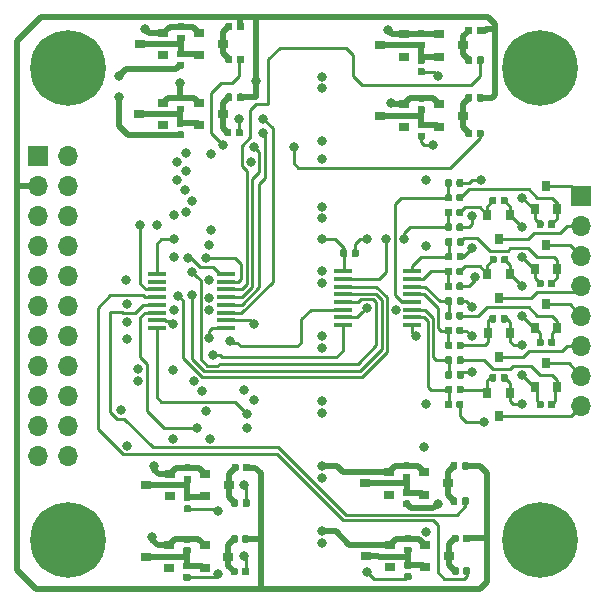
<source format=gbr>
G04 #@! TF.GenerationSoftware,KiCad,Pcbnew,(5.1.0)-1*
G04 #@! TF.CreationDate,2019-05-12T16:35:28-05:00*
G04 #@! TF.ProjectId,GPIODriverVer1,4750494f-4472-4697-9665-72566572312e,rev?*
G04 #@! TF.SameCoordinates,Original*
G04 #@! TF.FileFunction,Copper,L4,Bot*
G04 #@! TF.FilePolarity,Positive*
%FSLAX46Y46*%
G04 Gerber Fmt 4.6, Leading zero omitted, Abs format (unit mm)*
G04 Created by KiCad (PCBNEW (5.1.0)-1) date 2019-05-12 16:35:28*
%MOMM*%
%LPD*%
G04 APERTURE LIST*
%ADD10C,0.800000*%
%ADD11C,6.400000*%
%ADD12O,1.700000X1.700000*%
%ADD13R,1.700000X1.700000*%
%ADD14R,0.900000X0.800000*%
%ADD15R,0.800000X0.900000*%
%ADD16C,0.100000*%
%ADD17C,0.590000*%
%ADD18R,1.500000X0.450000*%
%ADD19C,0.250000*%
%ADD20C,0.500000*%
G04 APERTURE END LIST*
D10*
X122947056Y-123802944D03*
X121250000Y-123100000D03*
X119552944Y-123802944D03*
X118850000Y-125500000D03*
X119552944Y-127197056D03*
X121250000Y-127900000D03*
X122947056Y-127197056D03*
X123650000Y-125500000D03*
D11*
X121250000Y-125500000D03*
D10*
X162947056Y-123802944D03*
X161250000Y-123100000D03*
X159552944Y-123802944D03*
X158850000Y-125500000D03*
X159552944Y-127197056D03*
X161250000Y-127900000D03*
X162947056Y-127197056D03*
X163650000Y-125500000D03*
D11*
X161250000Y-125500000D03*
D10*
X122947056Y-83802944D03*
X121250000Y-83100000D03*
X119552944Y-83802944D03*
X118850000Y-85500000D03*
X119552944Y-87197056D03*
X121250000Y-87900000D03*
X122947056Y-87197056D03*
X123650000Y-85500000D03*
D11*
X121250000Y-85500000D03*
D10*
X162947056Y-83802944D03*
X161250000Y-83100000D03*
X159552944Y-83802944D03*
X158850000Y-85500000D03*
X159552944Y-87197056D03*
X161250000Y-87900000D03*
X162947056Y-87197056D03*
X163650000Y-85500000D03*
D11*
X161250000Y-85500000D03*
D12*
X121290000Y-118400000D03*
X118750000Y-118400000D03*
X121290000Y-115860000D03*
X118750000Y-115860000D03*
X121290000Y-113320000D03*
X118750000Y-113320000D03*
X121290000Y-110780000D03*
X118750000Y-110780000D03*
X121290000Y-108240000D03*
X118750000Y-108240000D03*
X121290000Y-105700000D03*
X118750000Y-105700000D03*
X121290000Y-103160000D03*
X118750000Y-103160000D03*
X121290000Y-100620000D03*
X118750000Y-100620000D03*
X121290000Y-98080000D03*
X118750000Y-98080000D03*
X121290000Y-95540000D03*
X118750000Y-95540000D03*
X121290000Y-93000000D03*
D13*
X118750000Y-93000000D03*
D14*
X149700000Y-82650000D03*
X149700000Y-84550000D03*
X147700000Y-83600000D03*
X147700000Y-89550000D03*
X149700000Y-90500000D03*
X149700000Y-88600000D03*
X129350000Y-82550000D03*
X129350000Y-84450000D03*
X127350000Y-83500000D03*
X129300000Y-88450000D03*
X129300000Y-90350000D03*
X127300000Y-89400000D03*
X129900000Y-119900000D03*
X129900000Y-121800000D03*
X127900000Y-120850000D03*
X148450000Y-119750000D03*
X148450000Y-121650000D03*
X146450000Y-120700000D03*
X146550000Y-126850000D03*
X148550000Y-127800000D03*
X148550000Y-125900000D03*
X127850000Y-126900000D03*
X129850000Y-127850000D03*
X129850000Y-125950000D03*
D13*
X164750000Y-96340000D03*
D12*
X164750000Y-98880000D03*
X164750000Y-101420000D03*
X164750000Y-103960000D03*
X164750000Y-106500000D03*
X164750000Y-109040000D03*
X164750000Y-111580000D03*
X164750000Y-114120000D03*
D15*
X162700000Y-97500000D03*
X160800000Y-97500000D03*
X161750000Y-95500000D03*
X156800000Y-98000000D03*
X158700000Y-98000000D03*
X157750000Y-100000000D03*
X162700000Y-102500000D03*
X160800000Y-102500000D03*
X161750000Y-100500000D03*
X157750000Y-105000000D03*
X158700000Y-103000000D03*
X156800000Y-103000000D03*
X162700000Y-107500000D03*
X160800000Y-107500000D03*
X161750000Y-105500000D03*
X156850000Y-108000000D03*
X158750000Y-108000000D03*
X157800000Y-110000000D03*
X161750000Y-110500000D03*
X160800000Y-112500000D03*
X162700000Y-112500000D03*
X157750000Y-115000000D03*
X158700000Y-113000000D03*
X156800000Y-113000000D03*
D14*
X154700000Y-83600000D03*
X152700000Y-82650000D03*
X152700000Y-84550000D03*
X154700000Y-89550000D03*
X152700000Y-88600000D03*
X152700000Y-90500000D03*
X134400000Y-83500000D03*
X132400000Y-82550000D03*
X132400000Y-84450000D03*
X132400000Y-90350000D03*
X132400000Y-88450000D03*
X134400000Y-89400000D03*
X132900000Y-121800000D03*
X132900000Y-119900000D03*
X134900000Y-120850000D03*
X153450000Y-120700000D03*
X151450000Y-119750000D03*
X151450000Y-121650000D03*
X153550000Y-126850000D03*
X151550000Y-125900000D03*
X151550000Y-127800000D03*
X132850000Y-127850000D03*
X132850000Y-125950000D03*
X134850000Y-126900000D03*
D16*
G36*
X144791958Y-100880710D02*
G01*
X144806276Y-100882834D01*
X144820317Y-100886351D01*
X144833946Y-100891228D01*
X144847031Y-100897417D01*
X144859447Y-100904858D01*
X144871073Y-100913481D01*
X144881798Y-100923202D01*
X144891519Y-100933927D01*
X144900142Y-100945553D01*
X144907583Y-100957969D01*
X144913772Y-100971054D01*
X144918649Y-100984683D01*
X144922166Y-100998724D01*
X144924290Y-101013042D01*
X144925000Y-101027500D01*
X144925000Y-101372500D01*
X144924290Y-101386958D01*
X144922166Y-101401276D01*
X144918649Y-101415317D01*
X144913772Y-101428946D01*
X144907583Y-101442031D01*
X144900142Y-101454447D01*
X144891519Y-101466073D01*
X144881798Y-101476798D01*
X144871073Y-101486519D01*
X144859447Y-101495142D01*
X144847031Y-101502583D01*
X144833946Y-101508772D01*
X144820317Y-101513649D01*
X144806276Y-101517166D01*
X144791958Y-101519290D01*
X144777500Y-101520000D01*
X144482500Y-101520000D01*
X144468042Y-101519290D01*
X144453724Y-101517166D01*
X144439683Y-101513649D01*
X144426054Y-101508772D01*
X144412969Y-101502583D01*
X144400553Y-101495142D01*
X144388927Y-101486519D01*
X144378202Y-101476798D01*
X144368481Y-101466073D01*
X144359858Y-101454447D01*
X144352417Y-101442031D01*
X144346228Y-101428946D01*
X144341351Y-101415317D01*
X144337834Y-101401276D01*
X144335710Y-101386958D01*
X144335000Y-101372500D01*
X144335000Y-101027500D01*
X144335710Y-101013042D01*
X144337834Y-100998724D01*
X144341351Y-100984683D01*
X144346228Y-100971054D01*
X144352417Y-100957969D01*
X144359858Y-100945553D01*
X144368481Y-100933927D01*
X144378202Y-100923202D01*
X144388927Y-100913481D01*
X144400553Y-100904858D01*
X144412969Y-100897417D01*
X144426054Y-100891228D01*
X144439683Y-100886351D01*
X144453724Y-100882834D01*
X144468042Y-100880710D01*
X144482500Y-100880000D01*
X144777500Y-100880000D01*
X144791958Y-100880710D01*
X144791958Y-100880710D01*
G37*
D17*
X144630000Y-101200000D03*
D16*
G36*
X145761958Y-100880710D02*
G01*
X145776276Y-100882834D01*
X145790317Y-100886351D01*
X145803946Y-100891228D01*
X145817031Y-100897417D01*
X145829447Y-100904858D01*
X145841073Y-100913481D01*
X145851798Y-100923202D01*
X145861519Y-100933927D01*
X145870142Y-100945553D01*
X145877583Y-100957969D01*
X145883772Y-100971054D01*
X145888649Y-100984683D01*
X145892166Y-100998724D01*
X145894290Y-101013042D01*
X145895000Y-101027500D01*
X145895000Y-101372500D01*
X145894290Y-101386958D01*
X145892166Y-101401276D01*
X145888649Y-101415317D01*
X145883772Y-101428946D01*
X145877583Y-101442031D01*
X145870142Y-101454447D01*
X145861519Y-101466073D01*
X145851798Y-101476798D01*
X145841073Y-101486519D01*
X145829447Y-101495142D01*
X145817031Y-101502583D01*
X145803946Y-101508772D01*
X145790317Y-101513649D01*
X145776276Y-101517166D01*
X145761958Y-101519290D01*
X145747500Y-101520000D01*
X145452500Y-101520000D01*
X145438042Y-101519290D01*
X145423724Y-101517166D01*
X145409683Y-101513649D01*
X145396054Y-101508772D01*
X145382969Y-101502583D01*
X145370553Y-101495142D01*
X145358927Y-101486519D01*
X145348202Y-101476798D01*
X145338481Y-101466073D01*
X145329858Y-101454447D01*
X145322417Y-101442031D01*
X145316228Y-101428946D01*
X145311351Y-101415317D01*
X145307834Y-101401276D01*
X145305710Y-101386958D01*
X145305000Y-101372500D01*
X145305000Y-101027500D01*
X145305710Y-101013042D01*
X145307834Y-100998724D01*
X145311351Y-100984683D01*
X145316228Y-100971054D01*
X145322417Y-100957969D01*
X145329858Y-100945553D01*
X145338481Y-100933927D01*
X145348202Y-100923202D01*
X145358927Y-100913481D01*
X145370553Y-100904858D01*
X145382969Y-100897417D01*
X145396054Y-100891228D01*
X145409683Y-100886351D01*
X145423724Y-100882834D01*
X145438042Y-100880710D01*
X145452500Y-100880000D01*
X145747500Y-100880000D01*
X145761958Y-100880710D01*
X145761958Y-100880710D01*
G37*
D17*
X145600000Y-101200000D03*
D16*
G36*
X154631958Y-94930710D02*
G01*
X154646276Y-94932834D01*
X154660317Y-94936351D01*
X154673946Y-94941228D01*
X154687031Y-94947417D01*
X154699447Y-94954858D01*
X154711073Y-94963481D01*
X154721798Y-94973202D01*
X154731519Y-94983927D01*
X154740142Y-94995553D01*
X154747583Y-95007969D01*
X154753772Y-95021054D01*
X154758649Y-95034683D01*
X154762166Y-95048724D01*
X154764290Y-95063042D01*
X154765000Y-95077500D01*
X154765000Y-95422500D01*
X154764290Y-95436958D01*
X154762166Y-95451276D01*
X154758649Y-95465317D01*
X154753772Y-95478946D01*
X154747583Y-95492031D01*
X154740142Y-95504447D01*
X154731519Y-95516073D01*
X154721798Y-95526798D01*
X154711073Y-95536519D01*
X154699447Y-95545142D01*
X154687031Y-95552583D01*
X154673946Y-95558772D01*
X154660317Y-95563649D01*
X154646276Y-95567166D01*
X154631958Y-95569290D01*
X154617500Y-95570000D01*
X154322500Y-95570000D01*
X154308042Y-95569290D01*
X154293724Y-95567166D01*
X154279683Y-95563649D01*
X154266054Y-95558772D01*
X154252969Y-95552583D01*
X154240553Y-95545142D01*
X154228927Y-95536519D01*
X154218202Y-95526798D01*
X154208481Y-95516073D01*
X154199858Y-95504447D01*
X154192417Y-95492031D01*
X154186228Y-95478946D01*
X154181351Y-95465317D01*
X154177834Y-95451276D01*
X154175710Y-95436958D01*
X154175000Y-95422500D01*
X154175000Y-95077500D01*
X154175710Y-95063042D01*
X154177834Y-95048724D01*
X154181351Y-95034683D01*
X154186228Y-95021054D01*
X154192417Y-95007969D01*
X154199858Y-94995553D01*
X154208481Y-94983927D01*
X154218202Y-94973202D01*
X154228927Y-94963481D01*
X154240553Y-94954858D01*
X154252969Y-94947417D01*
X154266054Y-94941228D01*
X154279683Y-94936351D01*
X154293724Y-94932834D01*
X154308042Y-94930710D01*
X154322500Y-94930000D01*
X154617500Y-94930000D01*
X154631958Y-94930710D01*
X154631958Y-94930710D01*
G37*
D17*
X154470000Y-95250000D03*
D16*
G36*
X153661958Y-94930710D02*
G01*
X153676276Y-94932834D01*
X153690317Y-94936351D01*
X153703946Y-94941228D01*
X153717031Y-94947417D01*
X153729447Y-94954858D01*
X153741073Y-94963481D01*
X153751798Y-94973202D01*
X153761519Y-94983927D01*
X153770142Y-94995553D01*
X153777583Y-95007969D01*
X153783772Y-95021054D01*
X153788649Y-95034683D01*
X153792166Y-95048724D01*
X153794290Y-95063042D01*
X153795000Y-95077500D01*
X153795000Y-95422500D01*
X153794290Y-95436958D01*
X153792166Y-95451276D01*
X153788649Y-95465317D01*
X153783772Y-95478946D01*
X153777583Y-95492031D01*
X153770142Y-95504447D01*
X153761519Y-95516073D01*
X153751798Y-95526798D01*
X153741073Y-95536519D01*
X153729447Y-95545142D01*
X153717031Y-95552583D01*
X153703946Y-95558772D01*
X153690317Y-95563649D01*
X153676276Y-95567166D01*
X153661958Y-95569290D01*
X153647500Y-95570000D01*
X153352500Y-95570000D01*
X153338042Y-95569290D01*
X153323724Y-95567166D01*
X153309683Y-95563649D01*
X153296054Y-95558772D01*
X153282969Y-95552583D01*
X153270553Y-95545142D01*
X153258927Y-95536519D01*
X153248202Y-95526798D01*
X153238481Y-95516073D01*
X153229858Y-95504447D01*
X153222417Y-95492031D01*
X153216228Y-95478946D01*
X153211351Y-95465317D01*
X153207834Y-95451276D01*
X153205710Y-95436958D01*
X153205000Y-95422500D01*
X153205000Y-95077500D01*
X153205710Y-95063042D01*
X153207834Y-95048724D01*
X153211351Y-95034683D01*
X153216228Y-95021054D01*
X153222417Y-95007969D01*
X153229858Y-94995553D01*
X153238481Y-94983927D01*
X153248202Y-94973202D01*
X153258927Y-94963481D01*
X153270553Y-94954858D01*
X153282969Y-94947417D01*
X153296054Y-94941228D01*
X153309683Y-94936351D01*
X153323724Y-94932834D01*
X153338042Y-94930710D01*
X153352500Y-94930000D01*
X153647500Y-94930000D01*
X153661958Y-94930710D01*
X153661958Y-94930710D01*
G37*
D17*
X153500000Y-95250000D03*
D16*
G36*
X153661958Y-98680710D02*
G01*
X153676276Y-98682834D01*
X153690317Y-98686351D01*
X153703946Y-98691228D01*
X153717031Y-98697417D01*
X153729447Y-98704858D01*
X153741073Y-98713481D01*
X153751798Y-98723202D01*
X153761519Y-98733927D01*
X153770142Y-98745553D01*
X153777583Y-98757969D01*
X153783772Y-98771054D01*
X153788649Y-98784683D01*
X153792166Y-98798724D01*
X153794290Y-98813042D01*
X153795000Y-98827500D01*
X153795000Y-99172500D01*
X153794290Y-99186958D01*
X153792166Y-99201276D01*
X153788649Y-99215317D01*
X153783772Y-99228946D01*
X153777583Y-99242031D01*
X153770142Y-99254447D01*
X153761519Y-99266073D01*
X153751798Y-99276798D01*
X153741073Y-99286519D01*
X153729447Y-99295142D01*
X153717031Y-99302583D01*
X153703946Y-99308772D01*
X153690317Y-99313649D01*
X153676276Y-99317166D01*
X153661958Y-99319290D01*
X153647500Y-99320000D01*
X153352500Y-99320000D01*
X153338042Y-99319290D01*
X153323724Y-99317166D01*
X153309683Y-99313649D01*
X153296054Y-99308772D01*
X153282969Y-99302583D01*
X153270553Y-99295142D01*
X153258927Y-99286519D01*
X153248202Y-99276798D01*
X153238481Y-99266073D01*
X153229858Y-99254447D01*
X153222417Y-99242031D01*
X153216228Y-99228946D01*
X153211351Y-99215317D01*
X153207834Y-99201276D01*
X153205710Y-99186958D01*
X153205000Y-99172500D01*
X153205000Y-98827500D01*
X153205710Y-98813042D01*
X153207834Y-98798724D01*
X153211351Y-98784683D01*
X153216228Y-98771054D01*
X153222417Y-98757969D01*
X153229858Y-98745553D01*
X153238481Y-98733927D01*
X153248202Y-98723202D01*
X153258927Y-98713481D01*
X153270553Y-98704858D01*
X153282969Y-98697417D01*
X153296054Y-98691228D01*
X153309683Y-98686351D01*
X153323724Y-98682834D01*
X153338042Y-98680710D01*
X153352500Y-98680000D01*
X153647500Y-98680000D01*
X153661958Y-98680710D01*
X153661958Y-98680710D01*
G37*
D17*
X153500000Y-99000000D03*
D16*
G36*
X154631958Y-98680710D02*
G01*
X154646276Y-98682834D01*
X154660317Y-98686351D01*
X154673946Y-98691228D01*
X154687031Y-98697417D01*
X154699447Y-98704858D01*
X154711073Y-98713481D01*
X154721798Y-98723202D01*
X154731519Y-98733927D01*
X154740142Y-98745553D01*
X154747583Y-98757969D01*
X154753772Y-98771054D01*
X154758649Y-98784683D01*
X154762166Y-98798724D01*
X154764290Y-98813042D01*
X154765000Y-98827500D01*
X154765000Y-99172500D01*
X154764290Y-99186958D01*
X154762166Y-99201276D01*
X154758649Y-99215317D01*
X154753772Y-99228946D01*
X154747583Y-99242031D01*
X154740142Y-99254447D01*
X154731519Y-99266073D01*
X154721798Y-99276798D01*
X154711073Y-99286519D01*
X154699447Y-99295142D01*
X154687031Y-99302583D01*
X154673946Y-99308772D01*
X154660317Y-99313649D01*
X154646276Y-99317166D01*
X154631958Y-99319290D01*
X154617500Y-99320000D01*
X154322500Y-99320000D01*
X154308042Y-99319290D01*
X154293724Y-99317166D01*
X154279683Y-99313649D01*
X154266054Y-99308772D01*
X154252969Y-99302583D01*
X154240553Y-99295142D01*
X154228927Y-99286519D01*
X154218202Y-99276798D01*
X154208481Y-99266073D01*
X154199858Y-99254447D01*
X154192417Y-99242031D01*
X154186228Y-99228946D01*
X154181351Y-99215317D01*
X154177834Y-99201276D01*
X154175710Y-99186958D01*
X154175000Y-99172500D01*
X154175000Y-98827500D01*
X154175710Y-98813042D01*
X154177834Y-98798724D01*
X154181351Y-98784683D01*
X154186228Y-98771054D01*
X154192417Y-98757969D01*
X154199858Y-98745553D01*
X154208481Y-98733927D01*
X154218202Y-98723202D01*
X154228927Y-98713481D01*
X154240553Y-98704858D01*
X154252969Y-98697417D01*
X154266054Y-98691228D01*
X154279683Y-98686351D01*
X154293724Y-98682834D01*
X154308042Y-98680710D01*
X154322500Y-98680000D01*
X154617500Y-98680000D01*
X154631958Y-98680710D01*
X154631958Y-98680710D01*
G37*
D17*
X154470000Y-99000000D03*
D16*
G36*
X153676958Y-101180710D02*
G01*
X153691276Y-101182834D01*
X153705317Y-101186351D01*
X153718946Y-101191228D01*
X153732031Y-101197417D01*
X153744447Y-101204858D01*
X153756073Y-101213481D01*
X153766798Y-101223202D01*
X153776519Y-101233927D01*
X153785142Y-101245553D01*
X153792583Y-101257969D01*
X153798772Y-101271054D01*
X153803649Y-101284683D01*
X153807166Y-101298724D01*
X153809290Y-101313042D01*
X153810000Y-101327500D01*
X153810000Y-101672500D01*
X153809290Y-101686958D01*
X153807166Y-101701276D01*
X153803649Y-101715317D01*
X153798772Y-101728946D01*
X153792583Y-101742031D01*
X153785142Y-101754447D01*
X153776519Y-101766073D01*
X153766798Y-101776798D01*
X153756073Y-101786519D01*
X153744447Y-101795142D01*
X153732031Y-101802583D01*
X153718946Y-101808772D01*
X153705317Y-101813649D01*
X153691276Y-101817166D01*
X153676958Y-101819290D01*
X153662500Y-101820000D01*
X153367500Y-101820000D01*
X153353042Y-101819290D01*
X153338724Y-101817166D01*
X153324683Y-101813649D01*
X153311054Y-101808772D01*
X153297969Y-101802583D01*
X153285553Y-101795142D01*
X153273927Y-101786519D01*
X153263202Y-101776798D01*
X153253481Y-101766073D01*
X153244858Y-101754447D01*
X153237417Y-101742031D01*
X153231228Y-101728946D01*
X153226351Y-101715317D01*
X153222834Y-101701276D01*
X153220710Y-101686958D01*
X153220000Y-101672500D01*
X153220000Y-101327500D01*
X153220710Y-101313042D01*
X153222834Y-101298724D01*
X153226351Y-101284683D01*
X153231228Y-101271054D01*
X153237417Y-101257969D01*
X153244858Y-101245553D01*
X153253481Y-101233927D01*
X153263202Y-101223202D01*
X153273927Y-101213481D01*
X153285553Y-101204858D01*
X153297969Y-101197417D01*
X153311054Y-101191228D01*
X153324683Y-101186351D01*
X153338724Y-101182834D01*
X153353042Y-101180710D01*
X153367500Y-101180000D01*
X153662500Y-101180000D01*
X153676958Y-101180710D01*
X153676958Y-101180710D01*
G37*
D17*
X153515000Y-101500000D03*
D16*
G36*
X154646958Y-101180710D02*
G01*
X154661276Y-101182834D01*
X154675317Y-101186351D01*
X154688946Y-101191228D01*
X154702031Y-101197417D01*
X154714447Y-101204858D01*
X154726073Y-101213481D01*
X154736798Y-101223202D01*
X154746519Y-101233927D01*
X154755142Y-101245553D01*
X154762583Y-101257969D01*
X154768772Y-101271054D01*
X154773649Y-101284683D01*
X154777166Y-101298724D01*
X154779290Y-101313042D01*
X154780000Y-101327500D01*
X154780000Y-101672500D01*
X154779290Y-101686958D01*
X154777166Y-101701276D01*
X154773649Y-101715317D01*
X154768772Y-101728946D01*
X154762583Y-101742031D01*
X154755142Y-101754447D01*
X154746519Y-101766073D01*
X154736798Y-101776798D01*
X154726073Y-101786519D01*
X154714447Y-101795142D01*
X154702031Y-101802583D01*
X154688946Y-101808772D01*
X154675317Y-101813649D01*
X154661276Y-101817166D01*
X154646958Y-101819290D01*
X154632500Y-101820000D01*
X154337500Y-101820000D01*
X154323042Y-101819290D01*
X154308724Y-101817166D01*
X154294683Y-101813649D01*
X154281054Y-101808772D01*
X154267969Y-101802583D01*
X154255553Y-101795142D01*
X154243927Y-101786519D01*
X154233202Y-101776798D01*
X154223481Y-101766073D01*
X154214858Y-101754447D01*
X154207417Y-101742031D01*
X154201228Y-101728946D01*
X154196351Y-101715317D01*
X154192834Y-101701276D01*
X154190710Y-101686958D01*
X154190000Y-101672500D01*
X154190000Y-101327500D01*
X154190710Y-101313042D01*
X154192834Y-101298724D01*
X154196351Y-101284683D01*
X154201228Y-101271054D01*
X154207417Y-101257969D01*
X154214858Y-101245553D01*
X154223481Y-101233927D01*
X154233202Y-101223202D01*
X154243927Y-101213481D01*
X154255553Y-101204858D01*
X154267969Y-101197417D01*
X154281054Y-101191228D01*
X154294683Y-101186351D01*
X154308724Y-101182834D01*
X154323042Y-101180710D01*
X154337500Y-101180000D01*
X154632500Y-101180000D01*
X154646958Y-101180710D01*
X154646958Y-101180710D01*
G37*
D17*
X154485000Y-101500000D03*
D16*
G36*
X153661958Y-103680710D02*
G01*
X153676276Y-103682834D01*
X153690317Y-103686351D01*
X153703946Y-103691228D01*
X153717031Y-103697417D01*
X153729447Y-103704858D01*
X153741073Y-103713481D01*
X153751798Y-103723202D01*
X153761519Y-103733927D01*
X153770142Y-103745553D01*
X153777583Y-103757969D01*
X153783772Y-103771054D01*
X153788649Y-103784683D01*
X153792166Y-103798724D01*
X153794290Y-103813042D01*
X153795000Y-103827500D01*
X153795000Y-104172500D01*
X153794290Y-104186958D01*
X153792166Y-104201276D01*
X153788649Y-104215317D01*
X153783772Y-104228946D01*
X153777583Y-104242031D01*
X153770142Y-104254447D01*
X153761519Y-104266073D01*
X153751798Y-104276798D01*
X153741073Y-104286519D01*
X153729447Y-104295142D01*
X153717031Y-104302583D01*
X153703946Y-104308772D01*
X153690317Y-104313649D01*
X153676276Y-104317166D01*
X153661958Y-104319290D01*
X153647500Y-104320000D01*
X153352500Y-104320000D01*
X153338042Y-104319290D01*
X153323724Y-104317166D01*
X153309683Y-104313649D01*
X153296054Y-104308772D01*
X153282969Y-104302583D01*
X153270553Y-104295142D01*
X153258927Y-104286519D01*
X153248202Y-104276798D01*
X153238481Y-104266073D01*
X153229858Y-104254447D01*
X153222417Y-104242031D01*
X153216228Y-104228946D01*
X153211351Y-104215317D01*
X153207834Y-104201276D01*
X153205710Y-104186958D01*
X153205000Y-104172500D01*
X153205000Y-103827500D01*
X153205710Y-103813042D01*
X153207834Y-103798724D01*
X153211351Y-103784683D01*
X153216228Y-103771054D01*
X153222417Y-103757969D01*
X153229858Y-103745553D01*
X153238481Y-103733927D01*
X153248202Y-103723202D01*
X153258927Y-103713481D01*
X153270553Y-103704858D01*
X153282969Y-103697417D01*
X153296054Y-103691228D01*
X153309683Y-103686351D01*
X153323724Y-103682834D01*
X153338042Y-103680710D01*
X153352500Y-103680000D01*
X153647500Y-103680000D01*
X153661958Y-103680710D01*
X153661958Y-103680710D01*
G37*
D17*
X153500000Y-104000000D03*
D16*
G36*
X154631958Y-103680710D02*
G01*
X154646276Y-103682834D01*
X154660317Y-103686351D01*
X154673946Y-103691228D01*
X154687031Y-103697417D01*
X154699447Y-103704858D01*
X154711073Y-103713481D01*
X154721798Y-103723202D01*
X154731519Y-103733927D01*
X154740142Y-103745553D01*
X154747583Y-103757969D01*
X154753772Y-103771054D01*
X154758649Y-103784683D01*
X154762166Y-103798724D01*
X154764290Y-103813042D01*
X154765000Y-103827500D01*
X154765000Y-104172500D01*
X154764290Y-104186958D01*
X154762166Y-104201276D01*
X154758649Y-104215317D01*
X154753772Y-104228946D01*
X154747583Y-104242031D01*
X154740142Y-104254447D01*
X154731519Y-104266073D01*
X154721798Y-104276798D01*
X154711073Y-104286519D01*
X154699447Y-104295142D01*
X154687031Y-104302583D01*
X154673946Y-104308772D01*
X154660317Y-104313649D01*
X154646276Y-104317166D01*
X154631958Y-104319290D01*
X154617500Y-104320000D01*
X154322500Y-104320000D01*
X154308042Y-104319290D01*
X154293724Y-104317166D01*
X154279683Y-104313649D01*
X154266054Y-104308772D01*
X154252969Y-104302583D01*
X154240553Y-104295142D01*
X154228927Y-104286519D01*
X154218202Y-104276798D01*
X154208481Y-104266073D01*
X154199858Y-104254447D01*
X154192417Y-104242031D01*
X154186228Y-104228946D01*
X154181351Y-104215317D01*
X154177834Y-104201276D01*
X154175710Y-104186958D01*
X154175000Y-104172500D01*
X154175000Y-103827500D01*
X154175710Y-103813042D01*
X154177834Y-103798724D01*
X154181351Y-103784683D01*
X154186228Y-103771054D01*
X154192417Y-103757969D01*
X154199858Y-103745553D01*
X154208481Y-103733927D01*
X154218202Y-103723202D01*
X154228927Y-103713481D01*
X154240553Y-103704858D01*
X154252969Y-103697417D01*
X154266054Y-103691228D01*
X154279683Y-103686351D01*
X154293724Y-103682834D01*
X154308042Y-103680710D01*
X154322500Y-103680000D01*
X154617500Y-103680000D01*
X154631958Y-103680710D01*
X154631958Y-103680710D01*
G37*
D17*
X154470000Y-104000000D03*
D16*
G36*
X154631958Y-96180710D02*
G01*
X154646276Y-96182834D01*
X154660317Y-96186351D01*
X154673946Y-96191228D01*
X154687031Y-96197417D01*
X154699447Y-96204858D01*
X154711073Y-96213481D01*
X154721798Y-96223202D01*
X154731519Y-96233927D01*
X154740142Y-96245553D01*
X154747583Y-96257969D01*
X154753772Y-96271054D01*
X154758649Y-96284683D01*
X154762166Y-96298724D01*
X154764290Y-96313042D01*
X154765000Y-96327500D01*
X154765000Y-96672500D01*
X154764290Y-96686958D01*
X154762166Y-96701276D01*
X154758649Y-96715317D01*
X154753772Y-96728946D01*
X154747583Y-96742031D01*
X154740142Y-96754447D01*
X154731519Y-96766073D01*
X154721798Y-96776798D01*
X154711073Y-96786519D01*
X154699447Y-96795142D01*
X154687031Y-96802583D01*
X154673946Y-96808772D01*
X154660317Y-96813649D01*
X154646276Y-96817166D01*
X154631958Y-96819290D01*
X154617500Y-96820000D01*
X154322500Y-96820000D01*
X154308042Y-96819290D01*
X154293724Y-96817166D01*
X154279683Y-96813649D01*
X154266054Y-96808772D01*
X154252969Y-96802583D01*
X154240553Y-96795142D01*
X154228927Y-96786519D01*
X154218202Y-96776798D01*
X154208481Y-96766073D01*
X154199858Y-96754447D01*
X154192417Y-96742031D01*
X154186228Y-96728946D01*
X154181351Y-96715317D01*
X154177834Y-96701276D01*
X154175710Y-96686958D01*
X154175000Y-96672500D01*
X154175000Y-96327500D01*
X154175710Y-96313042D01*
X154177834Y-96298724D01*
X154181351Y-96284683D01*
X154186228Y-96271054D01*
X154192417Y-96257969D01*
X154199858Y-96245553D01*
X154208481Y-96233927D01*
X154218202Y-96223202D01*
X154228927Y-96213481D01*
X154240553Y-96204858D01*
X154252969Y-96197417D01*
X154266054Y-96191228D01*
X154279683Y-96186351D01*
X154293724Y-96182834D01*
X154308042Y-96180710D01*
X154322500Y-96180000D01*
X154617500Y-96180000D01*
X154631958Y-96180710D01*
X154631958Y-96180710D01*
G37*
D17*
X154470000Y-96500000D03*
D16*
G36*
X153661958Y-96180710D02*
G01*
X153676276Y-96182834D01*
X153690317Y-96186351D01*
X153703946Y-96191228D01*
X153717031Y-96197417D01*
X153729447Y-96204858D01*
X153741073Y-96213481D01*
X153751798Y-96223202D01*
X153761519Y-96233927D01*
X153770142Y-96245553D01*
X153777583Y-96257969D01*
X153783772Y-96271054D01*
X153788649Y-96284683D01*
X153792166Y-96298724D01*
X153794290Y-96313042D01*
X153795000Y-96327500D01*
X153795000Y-96672500D01*
X153794290Y-96686958D01*
X153792166Y-96701276D01*
X153788649Y-96715317D01*
X153783772Y-96728946D01*
X153777583Y-96742031D01*
X153770142Y-96754447D01*
X153761519Y-96766073D01*
X153751798Y-96776798D01*
X153741073Y-96786519D01*
X153729447Y-96795142D01*
X153717031Y-96802583D01*
X153703946Y-96808772D01*
X153690317Y-96813649D01*
X153676276Y-96817166D01*
X153661958Y-96819290D01*
X153647500Y-96820000D01*
X153352500Y-96820000D01*
X153338042Y-96819290D01*
X153323724Y-96817166D01*
X153309683Y-96813649D01*
X153296054Y-96808772D01*
X153282969Y-96802583D01*
X153270553Y-96795142D01*
X153258927Y-96786519D01*
X153248202Y-96776798D01*
X153238481Y-96766073D01*
X153229858Y-96754447D01*
X153222417Y-96742031D01*
X153216228Y-96728946D01*
X153211351Y-96715317D01*
X153207834Y-96701276D01*
X153205710Y-96686958D01*
X153205000Y-96672500D01*
X153205000Y-96327500D01*
X153205710Y-96313042D01*
X153207834Y-96298724D01*
X153211351Y-96284683D01*
X153216228Y-96271054D01*
X153222417Y-96257969D01*
X153229858Y-96245553D01*
X153238481Y-96233927D01*
X153248202Y-96223202D01*
X153258927Y-96213481D01*
X153270553Y-96204858D01*
X153282969Y-96197417D01*
X153296054Y-96191228D01*
X153309683Y-96186351D01*
X153323724Y-96182834D01*
X153338042Y-96180710D01*
X153352500Y-96180000D01*
X153647500Y-96180000D01*
X153661958Y-96180710D01*
X153661958Y-96180710D01*
G37*
D17*
X153500000Y-96500000D03*
D16*
G36*
X153661958Y-97430710D02*
G01*
X153676276Y-97432834D01*
X153690317Y-97436351D01*
X153703946Y-97441228D01*
X153717031Y-97447417D01*
X153729447Y-97454858D01*
X153741073Y-97463481D01*
X153751798Y-97473202D01*
X153761519Y-97483927D01*
X153770142Y-97495553D01*
X153777583Y-97507969D01*
X153783772Y-97521054D01*
X153788649Y-97534683D01*
X153792166Y-97548724D01*
X153794290Y-97563042D01*
X153795000Y-97577500D01*
X153795000Y-97922500D01*
X153794290Y-97936958D01*
X153792166Y-97951276D01*
X153788649Y-97965317D01*
X153783772Y-97978946D01*
X153777583Y-97992031D01*
X153770142Y-98004447D01*
X153761519Y-98016073D01*
X153751798Y-98026798D01*
X153741073Y-98036519D01*
X153729447Y-98045142D01*
X153717031Y-98052583D01*
X153703946Y-98058772D01*
X153690317Y-98063649D01*
X153676276Y-98067166D01*
X153661958Y-98069290D01*
X153647500Y-98070000D01*
X153352500Y-98070000D01*
X153338042Y-98069290D01*
X153323724Y-98067166D01*
X153309683Y-98063649D01*
X153296054Y-98058772D01*
X153282969Y-98052583D01*
X153270553Y-98045142D01*
X153258927Y-98036519D01*
X153248202Y-98026798D01*
X153238481Y-98016073D01*
X153229858Y-98004447D01*
X153222417Y-97992031D01*
X153216228Y-97978946D01*
X153211351Y-97965317D01*
X153207834Y-97951276D01*
X153205710Y-97936958D01*
X153205000Y-97922500D01*
X153205000Y-97577500D01*
X153205710Y-97563042D01*
X153207834Y-97548724D01*
X153211351Y-97534683D01*
X153216228Y-97521054D01*
X153222417Y-97507969D01*
X153229858Y-97495553D01*
X153238481Y-97483927D01*
X153248202Y-97473202D01*
X153258927Y-97463481D01*
X153270553Y-97454858D01*
X153282969Y-97447417D01*
X153296054Y-97441228D01*
X153309683Y-97436351D01*
X153323724Y-97432834D01*
X153338042Y-97430710D01*
X153352500Y-97430000D01*
X153647500Y-97430000D01*
X153661958Y-97430710D01*
X153661958Y-97430710D01*
G37*
D17*
X153500000Y-97750000D03*
D16*
G36*
X154631958Y-97430710D02*
G01*
X154646276Y-97432834D01*
X154660317Y-97436351D01*
X154673946Y-97441228D01*
X154687031Y-97447417D01*
X154699447Y-97454858D01*
X154711073Y-97463481D01*
X154721798Y-97473202D01*
X154731519Y-97483927D01*
X154740142Y-97495553D01*
X154747583Y-97507969D01*
X154753772Y-97521054D01*
X154758649Y-97534683D01*
X154762166Y-97548724D01*
X154764290Y-97563042D01*
X154765000Y-97577500D01*
X154765000Y-97922500D01*
X154764290Y-97936958D01*
X154762166Y-97951276D01*
X154758649Y-97965317D01*
X154753772Y-97978946D01*
X154747583Y-97992031D01*
X154740142Y-98004447D01*
X154731519Y-98016073D01*
X154721798Y-98026798D01*
X154711073Y-98036519D01*
X154699447Y-98045142D01*
X154687031Y-98052583D01*
X154673946Y-98058772D01*
X154660317Y-98063649D01*
X154646276Y-98067166D01*
X154631958Y-98069290D01*
X154617500Y-98070000D01*
X154322500Y-98070000D01*
X154308042Y-98069290D01*
X154293724Y-98067166D01*
X154279683Y-98063649D01*
X154266054Y-98058772D01*
X154252969Y-98052583D01*
X154240553Y-98045142D01*
X154228927Y-98036519D01*
X154218202Y-98026798D01*
X154208481Y-98016073D01*
X154199858Y-98004447D01*
X154192417Y-97992031D01*
X154186228Y-97978946D01*
X154181351Y-97965317D01*
X154177834Y-97951276D01*
X154175710Y-97936958D01*
X154175000Y-97922500D01*
X154175000Y-97577500D01*
X154175710Y-97563042D01*
X154177834Y-97548724D01*
X154181351Y-97534683D01*
X154186228Y-97521054D01*
X154192417Y-97507969D01*
X154199858Y-97495553D01*
X154208481Y-97483927D01*
X154218202Y-97473202D01*
X154228927Y-97463481D01*
X154240553Y-97454858D01*
X154252969Y-97447417D01*
X154266054Y-97441228D01*
X154279683Y-97436351D01*
X154293724Y-97432834D01*
X154308042Y-97430710D01*
X154322500Y-97430000D01*
X154617500Y-97430000D01*
X154631958Y-97430710D01*
X154631958Y-97430710D01*
G37*
D17*
X154470000Y-97750000D03*
D16*
G36*
X154661958Y-99930710D02*
G01*
X154676276Y-99932834D01*
X154690317Y-99936351D01*
X154703946Y-99941228D01*
X154717031Y-99947417D01*
X154729447Y-99954858D01*
X154741073Y-99963481D01*
X154751798Y-99973202D01*
X154761519Y-99983927D01*
X154770142Y-99995553D01*
X154777583Y-100007969D01*
X154783772Y-100021054D01*
X154788649Y-100034683D01*
X154792166Y-100048724D01*
X154794290Y-100063042D01*
X154795000Y-100077500D01*
X154795000Y-100422500D01*
X154794290Y-100436958D01*
X154792166Y-100451276D01*
X154788649Y-100465317D01*
X154783772Y-100478946D01*
X154777583Y-100492031D01*
X154770142Y-100504447D01*
X154761519Y-100516073D01*
X154751798Y-100526798D01*
X154741073Y-100536519D01*
X154729447Y-100545142D01*
X154717031Y-100552583D01*
X154703946Y-100558772D01*
X154690317Y-100563649D01*
X154676276Y-100567166D01*
X154661958Y-100569290D01*
X154647500Y-100570000D01*
X154352500Y-100570000D01*
X154338042Y-100569290D01*
X154323724Y-100567166D01*
X154309683Y-100563649D01*
X154296054Y-100558772D01*
X154282969Y-100552583D01*
X154270553Y-100545142D01*
X154258927Y-100536519D01*
X154248202Y-100526798D01*
X154238481Y-100516073D01*
X154229858Y-100504447D01*
X154222417Y-100492031D01*
X154216228Y-100478946D01*
X154211351Y-100465317D01*
X154207834Y-100451276D01*
X154205710Y-100436958D01*
X154205000Y-100422500D01*
X154205000Y-100077500D01*
X154205710Y-100063042D01*
X154207834Y-100048724D01*
X154211351Y-100034683D01*
X154216228Y-100021054D01*
X154222417Y-100007969D01*
X154229858Y-99995553D01*
X154238481Y-99983927D01*
X154248202Y-99973202D01*
X154258927Y-99963481D01*
X154270553Y-99954858D01*
X154282969Y-99947417D01*
X154296054Y-99941228D01*
X154309683Y-99936351D01*
X154323724Y-99932834D01*
X154338042Y-99930710D01*
X154352500Y-99930000D01*
X154647500Y-99930000D01*
X154661958Y-99930710D01*
X154661958Y-99930710D01*
G37*
D17*
X154500000Y-100250000D03*
D16*
G36*
X153691958Y-99930710D02*
G01*
X153706276Y-99932834D01*
X153720317Y-99936351D01*
X153733946Y-99941228D01*
X153747031Y-99947417D01*
X153759447Y-99954858D01*
X153771073Y-99963481D01*
X153781798Y-99973202D01*
X153791519Y-99983927D01*
X153800142Y-99995553D01*
X153807583Y-100007969D01*
X153813772Y-100021054D01*
X153818649Y-100034683D01*
X153822166Y-100048724D01*
X153824290Y-100063042D01*
X153825000Y-100077500D01*
X153825000Y-100422500D01*
X153824290Y-100436958D01*
X153822166Y-100451276D01*
X153818649Y-100465317D01*
X153813772Y-100478946D01*
X153807583Y-100492031D01*
X153800142Y-100504447D01*
X153791519Y-100516073D01*
X153781798Y-100526798D01*
X153771073Y-100536519D01*
X153759447Y-100545142D01*
X153747031Y-100552583D01*
X153733946Y-100558772D01*
X153720317Y-100563649D01*
X153706276Y-100567166D01*
X153691958Y-100569290D01*
X153677500Y-100570000D01*
X153382500Y-100570000D01*
X153368042Y-100569290D01*
X153353724Y-100567166D01*
X153339683Y-100563649D01*
X153326054Y-100558772D01*
X153312969Y-100552583D01*
X153300553Y-100545142D01*
X153288927Y-100536519D01*
X153278202Y-100526798D01*
X153268481Y-100516073D01*
X153259858Y-100504447D01*
X153252417Y-100492031D01*
X153246228Y-100478946D01*
X153241351Y-100465317D01*
X153237834Y-100451276D01*
X153235710Y-100436958D01*
X153235000Y-100422500D01*
X153235000Y-100077500D01*
X153235710Y-100063042D01*
X153237834Y-100048724D01*
X153241351Y-100034683D01*
X153246228Y-100021054D01*
X153252417Y-100007969D01*
X153259858Y-99995553D01*
X153268481Y-99983927D01*
X153278202Y-99973202D01*
X153288927Y-99963481D01*
X153300553Y-99954858D01*
X153312969Y-99947417D01*
X153326054Y-99941228D01*
X153339683Y-99936351D01*
X153353724Y-99932834D01*
X153368042Y-99930710D01*
X153382500Y-99930000D01*
X153677500Y-99930000D01*
X153691958Y-99930710D01*
X153691958Y-99930710D01*
G37*
D17*
X153530000Y-100250000D03*
D16*
G36*
X153661958Y-102430710D02*
G01*
X153676276Y-102432834D01*
X153690317Y-102436351D01*
X153703946Y-102441228D01*
X153717031Y-102447417D01*
X153729447Y-102454858D01*
X153741073Y-102463481D01*
X153751798Y-102473202D01*
X153761519Y-102483927D01*
X153770142Y-102495553D01*
X153777583Y-102507969D01*
X153783772Y-102521054D01*
X153788649Y-102534683D01*
X153792166Y-102548724D01*
X153794290Y-102563042D01*
X153795000Y-102577500D01*
X153795000Y-102922500D01*
X153794290Y-102936958D01*
X153792166Y-102951276D01*
X153788649Y-102965317D01*
X153783772Y-102978946D01*
X153777583Y-102992031D01*
X153770142Y-103004447D01*
X153761519Y-103016073D01*
X153751798Y-103026798D01*
X153741073Y-103036519D01*
X153729447Y-103045142D01*
X153717031Y-103052583D01*
X153703946Y-103058772D01*
X153690317Y-103063649D01*
X153676276Y-103067166D01*
X153661958Y-103069290D01*
X153647500Y-103070000D01*
X153352500Y-103070000D01*
X153338042Y-103069290D01*
X153323724Y-103067166D01*
X153309683Y-103063649D01*
X153296054Y-103058772D01*
X153282969Y-103052583D01*
X153270553Y-103045142D01*
X153258927Y-103036519D01*
X153248202Y-103026798D01*
X153238481Y-103016073D01*
X153229858Y-103004447D01*
X153222417Y-102992031D01*
X153216228Y-102978946D01*
X153211351Y-102965317D01*
X153207834Y-102951276D01*
X153205710Y-102936958D01*
X153205000Y-102922500D01*
X153205000Y-102577500D01*
X153205710Y-102563042D01*
X153207834Y-102548724D01*
X153211351Y-102534683D01*
X153216228Y-102521054D01*
X153222417Y-102507969D01*
X153229858Y-102495553D01*
X153238481Y-102483927D01*
X153248202Y-102473202D01*
X153258927Y-102463481D01*
X153270553Y-102454858D01*
X153282969Y-102447417D01*
X153296054Y-102441228D01*
X153309683Y-102436351D01*
X153323724Y-102432834D01*
X153338042Y-102430710D01*
X153352500Y-102430000D01*
X153647500Y-102430000D01*
X153661958Y-102430710D01*
X153661958Y-102430710D01*
G37*
D17*
X153500000Y-102750000D03*
D16*
G36*
X154631958Y-102430710D02*
G01*
X154646276Y-102432834D01*
X154660317Y-102436351D01*
X154673946Y-102441228D01*
X154687031Y-102447417D01*
X154699447Y-102454858D01*
X154711073Y-102463481D01*
X154721798Y-102473202D01*
X154731519Y-102483927D01*
X154740142Y-102495553D01*
X154747583Y-102507969D01*
X154753772Y-102521054D01*
X154758649Y-102534683D01*
X154762166Y-102548724D01*
X154764290Y-102563042D01*
X154765000Y-102577500D01*
X154765000Y-102922500D01*
X154764290Y-102936958D01*
X154762166Y-102951276D01*
X154758649Y-102965317D01*
X154753772Y-102978946D01*
X154747583Y-102992031D01*
X154740142Y-103004447D01*
X154731519Y-103016073D01*
X154721798Y-103026798D01*
X154711073Y-103036519D01*
X154699447Y-103045142D01*
X154687031Y-103052583D01*
X154673946Y-103058772D01*
X154660317Y-103063649D01*
X154646276Y-103067166D01*
X154631958Y-103069290D01*
X154617500Y-103070000D01*
X154322500Y-103070000D01*
X154308042Y-103069290D01*
X154293724Y-103067166D01*
X154279683Y-103063649D01*
X154266054Y-103058772D01*
X154252969Y-103052583D01*
X154240553Y-103045142D01*
X154228927Y-103036519D01*
X154218202Y-103026798D01*
X154208481Y-103016073D01*
X154199858Y-103004447D01*
X154192417Y-102992031D01*
X154186228Y-102978946D01*
X154181351Y-102965317D01*
X154177834Y-102951276D01*
X154175710Y-102936958D01*
X154175000Y-102922500D01*
X154175000Y-102577500D01*
X154175710Y-102563042D01*
X154177834Y-102548724D01*
X154181351Y-102534683D01*
X154186228Y-102521054D01*
X154192417Y-102507969D01*
X154199858Y-102495553D01*
X154208481Y-102483927D01*
X154218202Y-102473202D01*
X154228927Y-102463481D01*
X154240553Y-102454858D01*
X154252969Y-102447417D01*
X154266054Y-102441228D01*
X154279683Y-102436351D01*
X154293724Y-102432834D01*
X154308042Y-102430710D01*
X154322500Y-102430000D01*
X154617500Y-102430000D01*
X154631958Y-102430710D01*
X154631958Y-102430710D01*
G37*
D17*
X154470000Y-102750000D03*
D16*
G36*
X162381958Y-98430710D02*
G01*
X162396276Y-98432834D01*
X162410317Y-98436351D01*
X162423946Y-98441228D01*
X162437031Y-98447417D01*
X162449447Y-98454858D01*
X162461073Y-98463481D01*
X162471798Y-98473202D01*
X162481519Y-98483927D01*
X162490142Y-98495553D01*
X162497583Y-98507969D01*
X162503772Y-98521054D01*
X162508649Y-98534683D01*
X162512166Y-98548724D01*
X162514290Y-98563042D01*
X162515000Y-98577500D01*
X162515000Y-98922500D01*
X162514290Y-98936958D01*
X162512166Y-98951276D01*
X162508649Y-98965317D01*
X162503772Y-98978946D01*
X162497583Y-98992031D01*
X162490142Y-99004447D01*
X162481519Y-99016073D01*
X162471798Y-99026798D01*
X162461073Y-99036519D01*
X162449447Y-99045142D01*
X162437031Y-99052583D01*
X162423946Y-99058772D01*
X162410317Y-99063649D01*
X162396276Y-99067166D01*
X162381958Y-99069290D01*
X162367500Y-99070000D01*
X162072500Y-99070000D01*
X162058042Y-99069290D01*
X162043724Y-99067166D01*
X162029683Y-99063649D01*
X162016054Y-99058772D01*
X162002969Y-99052583D01*
X161990553Y-99045142D01*
X161978927Y-99036519D01*
X161968202Y-99026798D01*
X161958481Y-99016073D01*
X161949858Y-99004447D01*
X161942417Y-98992031D01*
X161936228Y-98978946D01*
X161931351Y-98965317D01*
X161927834Y-98951276D01*
X161925710Y-98936958D01*
X161925000Y-98922500D01*
X161925000Y-98577500D01*
X161925710Y-98563042D01*
X161927834Y-98548724D01*
X161931351Y-98534683D01*
X161936228Y-98521054D01*
X161942417Y-98507969D01*
X161949858Y-98495553D01*
X161958481Y-98483927D01*
X161968202Y-98473202D01*
X161978927Y-98463481D01*
X161990553Y-98454858D01*
X162002969Y-98447417D01*
X162016054Y-98441228D01*
X162029683Y-98436351D01*
X162043724Y-98432834D01*
X162058042Y-98430710D01*
X162072500Y-98430000D01*
X162367500Y-98430000D01*
X162381958Y-98430710D01*
X162381958Y-98430710D01*
G37*
D17*
X162220000Y-98750000D03*
D16*
G36*
X161411958Y-98430710D02*
G01*
X161426276Y-98432834D01*
X161440317Y-98436351D01*
X161453946Y-98441228D01*
X161467031Y-98447417D01*
X161479447Y-98454858D01*
X161491073Y-98463481D01*
X161501798Y-98473202D01*
X161511519Y-98483927D01*
X161520142Y-98495553D01*
X161527583Y-98507969D01*
X161533772Y-98521054D01*
X161538649Y-98534683D01*
X161542166Y-98548724D01*
X161544290Y-98563042D01*
X161545000Y-98577500D01*
X161545000Y-98922500D01*
X161544290Y-98936958D01*
X161542166Y-98951276D01*
X161538649Y-98965317D01*
X161533772Y-98978946D01*
X161527583Y-98992031D01*
X161520142Y-99004447D01*
X161511519Y-99016073D01*
X161501798Y-99026798D01*
X161491073Y-99036519D01*
X161479447Y-99045142D01*
X161467031Y-99052583D01*
X161453946Y-99058772D01*
X161440317Y-99063649D01*
X161426276Y-99067166D01*
X161411958Y-99069290D01*
X161397500Y-99070000D01*
X161102500Y-99070000D01*
X161088042Y-99069290D01*
X161073724Y-99067166D01*
X161059683Y-99063649D01*
X161046054Y-99058772D01*
X161032969Y-99052583D01*
X161020553Y-99045142D01*
X161008927Y-99036519D01*
X160998202Y-99026798D01*
X160988481Y-99016073D01*
X160979858Y-99004447D01*
X160972417Y-98992031D01*
X160966228Y-98978946D01*
X160961351Y-98965317D01*
X160957834Y-98951276D01*
X160955710Y-98936958D01*
X160955000Y-98922500D01*
X160955000Y-98577500D01*
X160955710Y-98563042D01*
X160957834Y-98548724D01*
X160961351Y-98534683D01*
X160966228Y-98521054D01*
X160972417Y-98507969D01*
X160979858Y-98495553D01*
X160988481Y-98483927D01*
X160998202Y-98473202D01*
X161008927Y-98463481D01*
X161020553Y-98454858D01*
X161032969Y-98447417D01*
X161046054Y-98441228D01*
X161059683Y-98436351D01*
X161073724Y-98432834D01*
X161088042Y-98430710D01*
X161102500Y-98430000D01*
X161397500Y-98430000D01*
X161411958Y-98430710D01*
X161411958Y-98430710D01*
G37*
D17*
X161250000Y-98750000D03*
D16*
G36*
X158381958Y-96430710D02*
G01*
X158396276Y-96432834D01*
X158410317Y-96436351D01*
X158423946Y-96441228D01*
X158437031Y-96447417D01*
X158449447Y-96454858D01*
X158461073Y-96463481D01*
X158471798Y-96473202D01*
X158481519Y-96483927D01*
X158490142Y-96495553D01*
X158497583Y-96507969D01*
X158503772Y-96521054D01*
X158508649Y-96534683D01*
X158512166Y-96548724D01*
X158514290Y-96563042D01*
X158515000Y-96577500D01*
X158515000Y-96922500D01*
X158514290Y-96936958D01*
X158512166Y-96951276D01*
X158508649Y-96965317D01*
X158503772Y-96978946D01*
X158497583Y-96992031D01*
X158490142Y-97004447D01*
X158481519Y-97016073D01*
X158471798Y-97026798D01*
X158461073Y-97036519D01*
X158449447Y-97045142D01*
X158437031Y-97052583D01*
X158423946Y-97058772D01*
X158410317Y-97063649D01*
X158396276Y-97067166D01*
X158381958Y-97069290D01*
X158367500Y-97070000D01*
X158072500Y-97070000D01*
X158058042Y-97069290D01*
X158043724Y-97067166D01*
X158029683Y-97063649D01*
X158016054Y-97058772D01*
X158002969Y-97052583D01*
X157990553Y-97045142D01*
X157978927Y-97036519D01*
X157968202Y-97026798D01*
X157958481Y-97016073D01*
X157949858Y-97004447D01*
X157942417Y-96992031D01*
X157936228Y-96978946D01*
X157931351Y-96965317D01*
X157927834Y-96951276D01*
X157925710Y-96936958D01*
X157925000Y-96922500D01*
X157925000Y-96577500D01*
X157925710Y-96563042D01*
X157927834Y-96548724D01*
X157931351Y-96534683D01*
X157936228Y-96521054D01*
X157942417Y-96507969D01*
X157949858Y-96495553D01*
X157958481Y-96483927D01*
X157968202Y-96473202D01*
X157978927Y-96463481D01*
X157990553Y-96454858D01*
X158002969Y-96447417D01*
X158016054Y-96441228D01*
X158029683Y-96436351D01*
X158043724Y-96432834D01*
X158058042Y-96430710D01*
X158072500Y-96430000D01*
X158367500Y-96430000D01*
X158381958Y-96430710D01*
X158381958Y-96430710D01*
G37*
D17*
X158220000Y-96750000D03*
D16*
G36*
X157411958Y-96430710D02*
G01*
X157426276Y-96432834D01*
X157440317Y-96436351D01*
X157453946Y-96441228D01*
X157467031Y-96447417D01*
X157479447Y-96454858D01*
X157491073Y-96463481D01*
X157501798Y-96473202D01*
X157511519Y-96483927D01*
X157520142Y-96495553D01*
X157527583Y-96507969D01*
X157533772Y-96521054D01*
X157538649Y-96534683D01*
X157542166Y-96548724D01*
X157544290Y-96563042D01*
X157545000Y-96577500D01*
X157545000Y-96922500D01*
X157544290Y-96936958D01*
X157542166Y-96951276D01*
X157538649Y-96965317D01*
X157533772Y-96978946D01*
X157527583Y-96992031D01*
X157520142Y-97004447D01*
X157511519Y-97016073D01*
X157501798Y-97026798D01*
X157491073Y-97036519D01*
X157479447Y-97045142D01*
X157467031Y-97052583D01*
X157453946Y-97058772D01*
X157440317Y-97063649D01*
X157426276Y-97067166D01*
X157411958Y-97069290D01*
X157397500Y-97070000D01*
X157102500Y-97070000D01*
X157088042Y-97069290D01*
X157073724Y-97067166D01*
X157059683Y-97063649D01*
X157046054Y-97058772D01*
X157032969Y-97052583D01*
X157020553Y-97045142D01*
X157008927Y-97036519D01*
X156998202Y-97026798D01*
X156988481Y-97016073D01*
X156979858Y-97004447D01*
X156972417Y-96992031D01*
X156966228Y-96978946D01*
X156961351Y-96965317D01*
X156957834Y-96951276D01*
X156955710Y-96936958D01*
X156955000Y-96922500D01*
X156955000Y-96577500D01*
X156955710Y-96563042D01*
X156957834Y-96548724D01*
X156961351Y-96534683D01*
X156966228Y-96521054D01*
X156972417Y-96507969D01*
X156979858Y-96495553D01*
X156988481Y-96483927D01*
X156998202Y-96473202D01*
X157008927Y-96463481D01*
X157020553Y-96454858D01*
X157032969Y-96447417D01*
X157046054Y-96441228D01*
X157059683Y-96436351D01*
X157073724Y-96432834D01*
X157088042Y-96430710D01*
X157102500Y-96430000D01*
X157397500Y-96430000D01*
X157411958Y-96430710D01*
X157411958Y-96430710D01*
G37*
D17*
X157250000Y-96750000D03*
D16*
G36*
X161411958Y-103430710D02*
G01*
X161426276Y-103432834D01*
X161440317Y-103436351D01*
X161453946Y-103441228D01*
X161467031Y-103447417D01*
X161479447Y-103454858D01*
X161491073Y-103463481D01*
X161501798Y-103473202D01*
X161511519Y-103483927D01*
X161520142Y-103495553D01*
X161527583Y-103507969D01*
X161533772Y-103521054D01*
X161538649Y-103534683D01*
X161542166Y-103548724D01*
X161544290Y-103563042D01*
X161545000Y-103577500D01*
X161545000Y-103922500D01*
X161544290Y-103936958D01*
X161542166Y-103951276D01*
X161538649Y-103965317D01*
X161533772Y-103978946D01*
X161527583Y-103992031D01*
X161520142Y-104004447D01*
X161511519Y-104016073D01*
X161501798Y-104026798D01*
X161491073Y-104036519D01*
X161479447Y-104045142D01*
X161467031Y-104052583D01*
X161453946Y-104058772D01*
X161440317Y-104063649D01*
X161426276Y-104067166D01*
X161411958Y-104069290D01*
X161397500Y-104070000D01*
X161102500Y-104070000D01*
X161088042Y-104069290D01*
X161073724Y-104067166D01*
X161059683Y-104063649D01*
X161046054Y-104058772D01*
X161032969Y-104052583D01*
X161020553Y-104045142D01*
X161008927Y-104036519D01*
X160998202Y-104026798D01*
X160988481Y-104016073D01*
X160979858Y-104004447D01*
X160972417Y-103992031D01*
X160966228Y-103978946D01*
X160961351Y-103965317D01*
X160957834Y-103951276D01*
X160955710Y-103936958D01*
X160955000Y-103922500D01*
X160955000Y-103577500D01*
X160955710Y-103563042D01*
X160957834Y-103548724D01*
X160961351Y-103534683D01*
X160966228Y-103521054D01*
X160972417Y-103507969D01*
X160979858Y-103495553D01*
X160988481Y-103483927D01*
X160998202Y-103473202D01*
X161008927Y-103463481D01*
X161020553Y-103454858D01*
X161032969Y-103447417D01*
X161046054Y-103441228D01*
X161059683Y-103436351D01*
X161073724Y-103432834D01*
X161088042Y-103430710D01*
X161102500Y-103430000D01*
X161397500Y-103430000D01*
X161411958Y-103430710D01*
X161411958Y-103430710D01*
G37*
D17*
X161250000Y-103750000D03*
D16*
G36*
X162381958Y-103430710D02*
G01*
X162396276Y-103432834D01*
X162410317Y-103436351D01*
X162423946Y-103441228D01*
X162437031Y-103447417D01*
X162449447Y-103454858D01*
X162461073Y-103463481D01*
X162471798Y-103473202D01*
X162481519Y-103483927D01*
X162490142Y-103495553D01*
X162497583Y-103507969D01*
X162503772Y-103521054D01*
X162508649Y-103534683D01*
X162512166Y-103548724D01*
X162514290Y-103563042D01*
X162515000Y-103577500D01*
X162515000Y-103922500D01*
X162514290Y-103936958D01*
X162512166Y-103951276D01*
X162508649Y-103965317D01*
X162503772Y-103978946D01*
X162497583Y-103992031D01*
X162490142Y-104004447D01*
X162481519Y-104016073D01*
X162471798Y-104026798D01*
X162461073Y-104036519D01*
X162449447Y-104045142D01*
X162437031Y-104052583D01*
X162423946Y-104058772D01*
X162410317Y-104063649D01*
X162396276Y-104067166D01*
X162381958Y-104069290D01*
X162367500Y-104070000D01*
X162072500Y-104070000D01*
X162058042Y-104069290D01*
X162043724Y-104067166D01*
X162029683Y-104063649D01*
X162016054Y-104058772D01*
X162002969Y-104052583D01*
X161990553Y-104045142D01*
X161978927Y-104036519D01*
X161968202Y-104026798D01*
X161958481Y-104016073D01*
X161949858Y-104004447D01*
X161942417Y-103992031D01*
X161936228Y-103978946D01*
X161931351Y-103965317D01*
X161927834Y-103951276D01*
X161925710Y-103936958D01*
X161925000Y-103922500D01*
X161925000Y-103577500D01*
X161925710Y-103563042D01*
X161927834Y-103548724D01*
X161931351Y-103534683D01*
X161936228Y-103521054D01*
X161942417Y-103507969D01*
X161949858Y-103495553D01*
X161958481Y-103483927D01*
X161968202Y-103473202D01*
X161978927Y-103463481D01*
X161990553Y-103454858D01*
X162002969Y-103447417D01*
X162016054Y-103441228D01*
X162029683Y-103436351D01*
X162043724Y-103432834D01*
X162058042Y-103430710D01*
X162072500Y-103430000D01*
X162367500Y-103430000D01*
X162381958Y-103430710D01*
X162381958Y-103430710D01*
G37*
D17*
X162220000Y-103750000D03*
D16*
G36*
X158411958Y-101430710D02*
G01*
X158426276Y-101432834D01*
X158440317Y-101436351D01*
X158453946Y-101441228D01*
X158467031Y-101447417D01*
X158479447Y-101454858D01*
X158491073Y-101463481D01*
X158501798Y-101473202D01*
X158511519Y-101483927D01*
X158520142Y-101495553D01*
X158527583Y-101507969D01*
X158533772Y-101521054D01*
X158538649Y-101534683D01*
X158542166Y-101548724D01*
X158544290Y-101563042D01*
X158545000Y-101577500D01*
X158545000Y-101922500D01*
X158544290Y-101936958D01*
X158542166Y-101951276D01*
X158538649Y-101965317D01*
X158533772Y-101978946D01*
X158527583Y-101992031D01*
X158520142Y-102004447D01*
X158511519Y-102016073D01*
X158501798Y-102026798D01*
X158491073Y-102036519D01*
X158479447Y-102045142D01*
X158467031Y-102052583D01*
X158453946Y-102058772D01*
X158440317Y-102063649D01*
X158426276Y-102067166D01*
X158411958Y-102069290D01*
X158397500Y-102070000D01*
X158102500Y-102070000D01*
X158088042Y-102069290D01*
X158073724Y-102067166D01*
X158059683Y-102063649D01*
X158046054Y-102058772D01*
X158032969Y-102052583D01*
X158020553Y-102045142D01*
X158008927Y-102036519D01*
X157998202Y-102026798D01*
X157988481Y-102016073D01*
X157979858Y-102004447D01*
X157972417Y-101992031D01*
X157966228Y-101978946D01*
X157961351Y-101965317D01*
X157957834Y-101951276D01*
X157955710Y-101936958D01*
X157955000Y-101922500D01*
X157955000Y-101577500D01*
X157955710Y-101563042D01*
X157957834Y-101548724D01*
X157961351Y-101534683D01*
X157966228Y-101521054D01*
X157972417Y-101507969D01*
X157979858Y-101495553D01*
X157988481Y-101483927D01*
X157998202Y-101473202D01*
X158008927Y-101463481D01*
X158020553Y-101454858D01*
X158032969Y-101447417D01*
X158046054Y-101441228D01*
X158059683Y-101436351D01*
X158073724Y-101432834D01*
X158088042Y-101430710D01*
X158102500Y-101430000D01*
X158397500Y-101430000D01*
X158411958Y-101430710D01*
X158411958Y-101430710D01*
G37*
D17*
X158250000Y-101750000D03*
D16*
G36*
X157441958Y-101430710D02*
G01*
X157456276Y-101432834D01*
X157470317Y-101436351D01*
X157483946Y-101441228D01*
X157497031Y-101447417D01*
X157509447Y-101454858D01*
X157521073Y-101463481D01*
X157531798Y-101473202D01*
X157541519Y-101483927D01*
X157550142Y-101495553D01*
X157557583Y-101507969D01*
X157563772Y-101521054D01*
X157568649Y-101534683D01*
X157572166Y-101548724D01*
X157574290Y-101563042D01*
X157575000Y-101577500D01*
X157575000Y-101922500D01*
X157574290Y-101936958D01*
X157572166Y-101951276D01*
X157568649Y-101965317D01*
X157563772Y-101978946D01*
X157557583Y-101992031D01*
X157550142Y-102004447D01*
X157541519Y-102016073D01*
X157531798Y-102026798D01*
X157521073Y-102036519D01*
X157509447Y-102045142D01*
X157497031Y-102052583D01*
X157483946Y-102058772D01*
X157470317Y-102063649D01*
X157456276Y-102067166D01*
X157441958Y-102069290D01*
X157427500Y-102070000D01*
X157132500Y-102070000D01*
X157118042Y-102069290D01*
X157103724Y-102067166D01*
X157089683Y-102063649D01*
X157076054Y-102058772D01*
X157062969Y-102052583D01*
X157050553Y-102045142D01*
X157038927Y-102036519D01*
X157028202Y-102026798D01*
X157018481Y-102016073D01*
X157009858Y-102004447D01*
X157002417Y-101992031D01*
X156996228Y-101978946D01*
X156991351Y-101965317D01*
X156987834Y-101951276D01*
X156985710Y-101936958D01*
X156985000Y-101922500D01*
X156985000Y-101577500D01*
X156985710Y-101563042D01*
X156987834Y-101548724D01*
X156991351Y-101534683D01*
X156996228Y-101521054D01*
X157002417Y-101507969D01*
X157009858Y-101495553D01*
X157018481Y-101483927D01*
X157028202Y-101473202D01*
X157038927Y-101463481D01*
X157050553Y-101454858D01*
X157062969Y-101447417D01*
X157076054Y-101441228D01*
X157089683Y-101436351D01*
X157103724Y-101432834D01*
X157118042Y-101430710D01*
X157132500Y-101430000D01*
X157427500Y-101430000D01*
X157441958Y-101430710D01*
X157441958Y-101430710D01*
G37*
D17*
X157280000Y-101750000D03*
D16*
G36*
X154661958Y-104930710D02*
G01*
X154676276Y-104932834D01*
X154690317Y-104936351D01*
X154703946Y-104941228D01*
X154717031Y-104947417D01*
X154729447Y-104954858D01*
X154741073Y-104963481D01*
X154751798Y-104973202D01*
X154761519Y-104983927D01*
X154770142Y-104995553D01*
X154777583Y-105007969D01*
X154783772Y-105021054D01*
X154788649Y-105034683D01*
X154792166Y-105048724D01*
X154794290Y-105063042D01*
X154795000Y-105077500D01*
X154795000Y-105422500D01*
X154794290Y-105436958D01*
X154792166Y-105451276D01*
X154788649Y-105465317D01*
X154783772Y-105478946D01*
X154777583Y-105492031D01*
X154770142Y-105504447D01*
X154761519Y-105516073D01*
X154751798Y-105526798D01*
X154741073Y-105536519D01*
X154729447Y-105545142D01*
X154717031Y-105552583D01*
X154703946Y-105558772D01*
X154690317Y-105563649D01*
X154676276Y-105567166D01*
X154661958Y-105569290D01*
X154647500Y-105570000D01*
X154352500Y-105570000D01*
X154338042Y-105569290D01*
X154323724Y-105567166D01*
X154309683Y-105563649D01*
X154296054Y-105558772D01*
X154282969Y-105552583D01*
X154270553Y-105545142D01*
X154258927Y-105536519D01*
X154248202Y-105526798D01*
X154238481Y-105516073D01*
X154229858Y-105504447D01*
X154222417Y-105492031D01*
X154216228Y-105478946D01*
X154211351Y-105465317D01*
X154207834Y-105451276D01*
X154205710Y-105436958D01*
X154205000Y-105422500D01*
X154205000Y-105077500D01*
X154205710Y-105063042D01*
X154207834Y-105048724D01*
X154211351Y-105034683D01*
X154216228Y-105021054D01*
X154222417Y-105007969D01*
X154229858Y-104995553D01*
X154238481Y-104983927D01*
X154248202Y-104973202D01*
X154258927Y-104963481D01*
X154270553Y-104954858D01*
X154282969Y-104947417D01*
X154296054Y-104941228D01*
X154309683Y-104936351D01*
X154323724Y-104932834D01*
X154338042Y-104930710D01*
X154352500Y-104930000D01*
X154647500Y-104930000D01*
X154661958Y-104930710D01*
X154661958Y-104930710D01*
G37*
D17*
X154500000Y-105250000D03*
D16*
G36*
X153691958Y-104930710D02*
G01*
X153706276Y-104932834D01*
X153720317Y-104936351D01*
X153733946Y-104941228D01*
X153747031Y-104947417D01*
X153759447Y-104954858D01*
X153771073Y-104963481D01*
X153781798Y-104973202D01*
X153791519Y-104983927D01*
X153800142Y-104995553D01*
X153807583Y-105007969D01*
X153813772Y-105021054D01*
X153818649Y-105034683D01*
X153822166Y-105048724D01*
X153824290Y-105063042D01*
X153825000Y-105077500D01*
X153825000Y-105422500D01*
X153824290Y-105436958D01*
X153822166Y-105451276D01*
X153818649Y-105465317D01*
X153813772Y-105478946D01*
X153807583Y-105492031D01*
X153800142Y-105504447D01*
X153791519Y-105516073D01*
X153781798Y-105526798D01*
X153771073Y-105536519D01*
X153759447Y-105545142D01*
X153747031Y-105552583D01*
X153733946Y-105558772D01*
X153720317Y-105563649D01*
X153706276Y-105567166D01*
X153691958Y-105569290D01*
X153677500Y-105570000D01*
X153382500Y-105570000D01*
X153368042Y-105569290D01*
X153353724Y-105567166D01*
X153339683Y-105563649D01*
X153326054Y-105558772D01*
X153312969Y-105552583D01*
X153300553Y-105545142D01*
X153288927Y-105536519D01*
X153278202Y-105526798D01*
X153268481Y-105516073D01*
X153259858Y-105504447D01*
X153252417Y-105492031D01*
X153246228Y-105478946D01*
X153241351Y-105465317D01*
X153237834Y-105451276D01*
X153235710Y-105436958D01*
X153235000Y-105422500D01*
X153235000Y-105077500D01*
X153235710Y-105063042D01*
X153237834Y-105048724D01*
X153241351Y-105034683D01*
X153246228Y-105021054D01*
X153252417Y-105007969D01*
X153259858Y-104995553D01*
X153268481Y-104983927D01*
X153278202Y-104973202D01*
X153288927Y-104963481D01*
X153300553Y-104954858D01*
X153312969Y-104947417D01*
X153326054Y-104941228D01*
X153339683Y-104936351D01*
X153353724Y-104932834D01*
X153368042Y-104930710D01*
X153382500Y-104930000D01*
X153677500Y-104930000D01*
X153691958Y-104930710D01*
X153691958Y-104930710D01*
G37*
D17*
X153530000Y-105250000D03*
D16*
G36*
X154631958Y-107430710D02*
G01*
X154646276Y-107432834D01*
X154660317Y-107436351D01*
X154673946Y-107441228D01*
X154687031Y-107447417D01*
X154699447Y-107454858D01*
X154711073Y-107463481D01*
X154721798Y-107473202D01*
X154731519Y-107483927D01*
X154740142Y-107495553D01*
X154747583Y-107507969D01*
X154753772Y-107521054D01*
X154758649Y-107534683D01*
X154762166Y-107548724D01*
X154764290Y-107563042D01*
X154765000Y-107577500D01*
X154765000Y-107922500D01*
X154764290Y-107936958D01*
X154762166Y-107951276D01*
X154758649Y-107965317D01*
X154753772Y-107978946D01*
X154747583Y-107992031D01*
X154740142Y-108004447D01*
X154731519Y-108016073D01*
X154721798Y-108026798D01*
X154711073Y-108036519D01*
X154699447Y-108045142D01*
X154687031Y-108052583D01*
X154673946Y-108058772D01*
X154660317Y-108063649D01*
X154646276Y-108067166D01*
X154631958Y-108069290D01*
X154617500Y-108070000D01*
X154322500Y-108070000D01*
X154308042Y-108069290D01*
X154293724Y-108067166D01*
X154279683Y-108063649D01*
X154266054Y-108058772D01*
X154252969Y-108052583D01*
X154240553Y-108045142D01*
X154228927Y-108036519D01*
X154218202Y-108026798D01*
X154208481Y-108016073D01*
X154199858Y-108004447D01*
X154192417Y-107992031D01*
X154186228Y-107978946D01*
X154181351Y-107965317D01*
X154177834Y-107951276D01*
X154175710Y-107936958D01*
X154175000Y-107922500D01*
X154175000Y-107577500D01*
X154175710Y-107563042D01*
X154177834Y-107548724D01*
X154181351Y-107534683D01*
X154186228Y-107521054D01*
X154192417Y-107507969D01*
X154199858Y-107495553D01*
X154208481Y-107483927D01*
X154218202Y-107473202D01*
X154228927Y-107463481D01*
X154240553Y-107454858D01*
X154252969Y-107447417D01*
X154266054Y-107441228D01*
X154279683Y-107436351D01*
X154293724Y-107432834D01*
X154308042Y-107430710D01*
X154322500Y-107430000D01*
X154617500Y-107430000D01*
X154631958Y-107430710D01*
X154631958Y-107430710D01*
G37*
D17*
X154470000Y-107750000D03*
D16*
G36*
X153661958Y-107430710D02*
G01*
X153676276Y-107432834D01*
X153690317Y-107436351D01*
X153703946Y-107441228D01*
X153717031Y-107447417D01*
X153729447Y-107454858D01*
X153741073Y-107463481D01*
X153751798Y-107473202D01*
X153761519Y-107483927D01*
X153770142Y-107495553D01*
X153777583Y-107507969D01*
X153783772Y-107521054D01*
X153788649Y-107534683D01*
X153792166Y-107548724D01*
X153794290Y-107563042D01*
X153795000Y-107577500D01*
X153795000Y-107922500D01*
X153794290Y-107936958D01*
X153792166Y-107951276D01*
X153788649Y-107965317D01*
X153783772Y-107978946D01*
X153777583Y-107992031D01*
X153770142Y-108004447D01*
X153761519Y-108016073D01*
X153751798Y-108026798D01*
X153741073Y-108036519D01*
X153729447Y-108045142D01*
X153717031Y-108052583D01*
X153703946Y-108058772D01*
X153690317Y-108063649D01*
X153676276Y-108067166D01*
X153661958Y-108069290D01*
X153647500Y-108070000D01*
X153352500Y-108070000D01*
X153338042Y-108069290D01*
X153323724Y-108067166D01*
X153309683Y-108063649D01*
X153296054Y-108058772D01*
X153282969Y-108052583D01*
X153270553Y-108045142D01*
X153258927Y-108036519D01*
X153248202Y-108026798D01*
X153238481Y-108016073D01*
X153229858Y-108004447D01*
X153222417Y-107992031D01*
X153216228Y-107978946D01*
X153211351Y-107965317D01*
X153207834Y-107951276D01*
X153205710Y-107936958D01*
X153205000Y-107922500D01*
X153205000Y-107577500D01*
X153205710Y-107563042D01*
X153207834Y-107548724D01*
X153211351Y-107534683D01*
X153216228Y-107521054D01*
X153222417Y-107507969D01*
X153229858Y-107495553D01*
X153238481Y-107483927D01*
X153248202Y-107473202D01*
X153258927Y-107463481D01*
X153270553Y-107454858D01*
X153282969Y-107447417D01*
X153296054Y-107441228D01*
X153309683Y-107436351D01*
X153323724Y-107432834D01*
X153338042Y-107430710D01*
X153352500Y-107430000D01*
X153647500Y-107430000D01*
X153661958Y-107430710D01*
X153661958Y-107430710D01*
G37*
D17*
X153500000Y-107750000D03*
D16*
G36*
X154646958Y-111180710D02*
G01*
X154661276Y-111182834D01*
X154675317Y-111186351D01*
X154688946Y-111191228D01*
X154702031Y-111197417D01*
X154714447Y-111204858D01*
X154726073Y-111213481D01*
X154736798Y-111223202D01*
X154746519Y-111233927D01*
X154755142Y-111245553D01*
X154762583Y-111257969D01*
X154768772Y-111271054D01*
X154773649Y-111284683D01*
X154777166Y-111298724D01*
X154779290Y-111313042D01*
X154780000Y-111327500D01*
X154780000Y-111672500D01*
X154779290Y-111686958D01*
X154777166Y-111701276D01*
X154773649Y-111715317D01*
X154768772Y-111728946D01*
X154762583Y-111742031D01*
X154755142Y-111754447D01*
X154746519Y-111766073D01*
X154736798Y-111776798D01*
X154726073Y-111786519D01*
X154714447Y-111795142D01*
X154702031Y-111802583D01*
X154688946Y-111808772D01*
X154675317Y-111813649D01*
X154661276Y-111817166D01*
X154646958Y-111819290D01*
X154632500Y-111820000D01*
X154337500Y-111820000D01*
X154323042Y-111819290D01*
X154308724Y-111817166D01*
X154294683Y-111813649D01*
X154281054Y-111808772D01*
X154267969Y-111802583D01*
X154255553Y-111795142D01*
X154243927Y-111786519D01*
X154233202Y-111776798D01*
X154223481Y-111766073D01*
X154214858Y-111754447D01*
X154207417Y-111742031D01*
X154201228Y-111728946D01*
X154196351Y-111715317D01*
X154192834Y-111701276D01*
X154190710Y-111686958D01*
X154190000Y-111672500D01*
X154190000Y-111327500D01*
X154190710Y-111313042D01*
X154192834Y-111298724D01*
X154196351Y-111284683D01*
X154201228Y-111271054D01*
X154207417Y-111257969D01*
X154214858Y-111245553D01*
X154223481Y-111233927D01*
X154233202Y-111223202D01*
X154243927Y-111213481D01*
X154255553Y-111204858D01*
X154267969Y-111197417D01*
X154281054Y-111191228D01*
X154294683Y-111186351D01*
X154308724Y-111182834D01*
X154323042Y-111180710D01*
X154337500Y-111180000D01*
X154632500Y-111180000D01*
X154646958Y-111180710D01*
X154646958Y-111180710D01*
G37*
D17*
X154485000Y-111500000D03*
D16*
G36*
X153676958Y-111180710D02*
G01*
X153691276Y-111182834D01*
X153705317Y-111186351D01*
X153718946Y-111191228D01*
X153732031Y-111197417D01*
X153744447Y-111204858D01*
X153756073Y-111213481D01*
X153766798Y-111223202D01*
X153776519Y-111233927D01*
X153785142Y-111245553D01*
X153792583Y-111257969D01*
X153798772Y-111271054D01*
X153803649Y-111284683D01*
X153807166Y-111298724D01*
X153809290Y-111313042D01*
X153810000Y-111327500D01*
X153810000Y-111672500D01*
X153809290Y-111686958D01*
X153807166Y-111701276D01*
X153803649Y-111715317D01*
X153798772Y-111728946D01*
X153792583Y-111742031D01*
X153785142Y-111754447D01*
X153776519Y-111766073D01*
X153766798Y-111776798D01*
X153756073Y-111786519D01*
X153744447Y-111795142D01*
X153732031Y-111802583D01*
X153718946Y-111808772D01*
X153705317Y-111813649D01*
X153691276Y-111817166D01*
X153676958Y-111819290D01*
X153662500Y-111820000D01*
X153367500Y-111820000D01*
X153353042Y-111819290D01*
X153338724Y-111817166D01*
X153324683Y-111813649D01*
X153311054Y-111808772D01*
X153297969Y-111802583D01*
X153285553Y-111795142D01*
X153273927Y-111786519D01*
X153263202Y-111776798D01*
X153253481Y-111766073D01*
X153244858Y-111754447D01*
X153237417Y-111742031D01*
X153231228Y-111728946D01*
X153226351Y-111715317D01*
X153222834Y-111701276D01*
X153220710Y-111686958D01*
X153220000Y-111672500D01*
X153220000Y-111327500D01*
X153220710Y-111313042D01*
X153222834Y-111298724D01*
X153226351Y-111284683D01*
X153231228Y-111271054D01*
X153237417Y-111257969D01*
X153244858Y-111245553D01*
X153253481Y-111233927D01*
X153263202Y-111223202D01*
X153273927Y-111213481D01*
X153285553Y-111204858D01*
X153297969Y-111197417D01*
X153311054Y-111191228D01*
X153324683Y-111186351D01*
X153338724Y-111182834D01*
X153353042Y-111180710D01*
X153367500Y-111180000D01*
X153662500Y-111180000D01*
X153676958Y-111180710D01*
X153676958Y-111180710D01*
G37*
D17*
X153515000Y-111500000D03*
D16*
G36*
X153661958Y-113680710D02*
G01*
X153676276Y-113682834D01*
X153690317Y-113686351D01*
X153703946Y-113691228D01*
X153717031Y-113697417D01*
X153729447Y-113704858D01*
X153741073Y-113713481D01*
X153751798Y-113723202D01*
X153761519Y-113733927D01*
X153770142Y-113745553D01*
X153777583Y-113757969D01*
X153783772Y-113771054D01*
X153788649Y-113784683D01*
X153792166Y-113798724D01*
X153794290Y-113813042D01*
X153795000Y-113827500D01*
X153795000Y-114172500D01*
X153794290Y-114186958D01*
X153792166Y-114201276D01*
X153788649Y-114215317D01*
X153783772Y-114228946D01*
X153777583Y-114242031D01*
X153770142Y-114254447D01*
X153761519Y-114266073D01*
X153751798Y-114276798D01*
X153741073Y-114286519D01*
X153729447Y-114295142D01*
X153717031Y-114302583D01*
X153703946Y-114308772D01*
X153690317Y-114313649D01*
X153676276Y-114317166D01*
X153661958Y-114319290D01*
X153647500Y-114320000D01*
X153352500Y-114320000D01*
X153338042Y-114319290D01*
X153323724Y-114317166D01*
X153309683Y-114313649D01*
X153296054Y-114308772D01*
X153282969Y-114302583D01*
X153270553Y-114295142D01*
X153258927Y-114286519D01*
X153248202Y-114276798D01*
X153238481Y-114266073D01*
X153229858Y-114254447D01*
X153222417Y-114242031D01*
X153216228Y-114228946D01*
X153211351Y-114215317D01*
X153207834Y-114201276D01*
X153205710Y-114186958D01*
X153205000Y-114172500D01*
X153205000Y-113827500D01*
X153205710Y-113813042D01*
X153207834Y-113798724D01*
X153211351Y-113784683D01*
X153216228Y-113771054D01*
X153222417Y-113757969D01*
X153229858Y-113745553D01*
X153238481Y-113733927D01*
X153248202Y-113723202D01*
X153258927Y-113713481D01*
X153270553Y-113704858D01*
X153282969Y-113697417D01*
X153296054Y-113691228D01*
X153309683Y-113686351D01*
X153323724Y-113682834D01*
X153338042Y-113680710D01*
X153352500Y-113680000D01*
X153647500Y-113680000D01*
X153661958Y-113680710D01*
X153661958Y-113680710D01*
G37*
D17*
X153500000Y-114000000D03*
D16*
G36*
X154631958Y-113680710D02*
G01*
X154646276Y-113682834D01*
X154660317Y-113686351D01*
X154673946Y-113691228D01*
X154687031Y-113697417D01*
X154699447Y-113704858D01*
X154711073Y-113713481D01*
X154721798Y-113723202D01*
X154731519Y-113733927D01*
X154740142Y-113745553D01*
X154747583Y-113757969D01*
X154753772Y-113771054D01*
X154758649Y-113784683D01*
X154762166Y-113798724D01*
X154764290Y-113813042D01*
X154765000Y-113827500D01*
X154765000Y-114172500D01*
X154764290Y-114186958D01*
X154762166Y-114201276D01*
X154758649Y-114215317D01*
X154753772Y-114228946D01*
X154747583Y-114242031D01*
X154740142Y-114254447D01*
X154731519Y-114266073D01*
X154721798Y-114276798D01*
X154711073Y-114286519D01*
X154699447Y-114295142D01*
X154687031Y-114302583D01*
X154673946Y-114308772D01*
X154660317Y-114313649D01*
X154646276Y-114317166D01*
X154631958Y-114319290D01*
X154617500Y-114320000D01*
X154322500Y-114320000D01*
X154308042Y-114319290D01*
X154293724Y-114317166D01*
X154279683Y-114313649D01*
X154266054Y-114308772D01*
X154252969Y-114302583D01*
X154240553Y-114295142D01*
X154228927Y-114286519D01*
X154218202Y-114276798D01*
X154208481Y-114266073D01*
X154199858Y-114254447D01*
X154192417Y-114242031D01*
X154186228Y-114228946D01*
X154181351Y-114215317D01*
X154177834Y-114201276D01*
X154175710Y-114186958D01*
X154175000Y-114172500D01*
X154175000Y-113827500D01*
X154175710Y-113813042D01*
X154177834Y-113798724D01*
X154181351Y-113784683D01*
X154186228Y-113771054D01*
X154192417Y-113757969D01*
X154199858Y-113745553D01*
X154208481Y-113733927D01*
X154218202Y-113723202D01*
X154228927Y-113713481D01*
X154240553Y-113704858D01*
X154252969Y-113697417D01*
X154266054Y-113691228D01*
X154279683Y-113686351D01*
X154293724Y-113682834D01*
X154308042Y-113680710D01*
X154322500Y-113680000D01*
X154617500Y-113680000D01*
X154631958Y-113680710D01*
X154631958Y-113680710D01*
G37*
D17*
X154470000Y-114000000D03*
D16*
G36*
X153661958Y-106180710D02*
G01*
X153676276Y-106182834D01*
X153690317Y-106186351D01*
X153703946Y-106191228D01*
X153717031Y-106197417D01*
X153729447Y-106204858D01*
X153741073Y-106213481D01*
X153751798Y-106223202D01*
X153761519Y-106233927D01*
X153770142Y-106245553D01*
X153777583Y-106257969D01*
X153783772Y-106271054D01*
X153788649Y-106284683D01*
X153792166Y-106298724D01*
X153794290Y-106313042D01*
X153795000Y-106327500D01*
X153795000Y-106672500D01*
X153794290Y-106686958D01*
X153792166Y-106701276D01*
X153788649Y-106715317D01*
X153783772Y-106728946D01*
X153777583Y-106742031D01*
X153770142Y-106754447D01*
X153761519Y-106766073D01*
X153751798Y-106776798D01*
X153741073Y-106786519D01*
X153729447Y-106795142D01*
X153717031Y-106802583D01*
X153703946Y-106808772D01*
X153690317Y-106813649D01*
X153676276Y-106817166D01*
X153661958Y-106819290D01*
X153647500Y-106820000D01*
X153352500Y-106820000D01*
X153338042Y-106819290D01*
X153323724Y-106817166D01*
X153309683Y-106813649D01*
X153296054Y-106808772D01*
X153282969Y-106802583D01*
X153270553Y-106795142D01*
X153258927Y-106786519D01*
X153248202Y-106776798D01*
X153238481Y-106766073D01*
X153229858Y-106754447D01*
X153222417Y-106742031D01*
X153216228Y-106728946D01*
X153211351Y-106715317D01*
X153207834Y-106701276D01*
X153205710Y-106686958D01*
X153205000Y-106672500D01*
X153205000Y-106327500D01*
X153205710Y-106313042D01*
X153207834Y-106298724D01*
X153211351Y-106284683D01*
X153216228Y-106271054D01*
X153222417Y-106257969D01*
X153229858Y-106245553D01*
X153238481Y-106233927D01*
X153248202Y-106223202D01*
X153258927Y-106213481D01*
X153270553Y-106204858D01*
X153282969Y-106197417D01*
X153296054Y-106191228D01*
X153309683Y-106186351D01*
X153323724Y-106182834D01*
X153338042Y-106180710D01*
X153352500Y-106180000D01*
X153647500Y-106180000D01*
X153661958Y-106180710D01*
X153661958Y-106180710D01*
G37*
D17*
X153500000Y-106500000D03*
D16*
G36*
X154631958Y-106180710D02*
G01*
X154646276Y-106182834D01*
X154660317Y-106186351D01*
X154673946Y-106191228D01*
X154687031Y-106197417D01*
X154699447Y-106204858D01*
X154711073Y-106213481D01*
X154721798Y-106223202D01*
X154731519Y-106233927D01*
X154740142Y-106245553D01*
X154747583Y-106257969D01*
X154753772Y-106271054D01*
X154758649Y-106284683D01*
X154762166Y-106298724D01*
X154764290Y-106313042D01*
X154765000Y-106327500D01*
X154765000Y-106672500D01*
X154764290Y-106686958D01*
X154762166Y-106701276D01*
X154758649Y-106715317D01*
X154753772Y-106728946D01*
X154747583Y-106742031D01*
X154740142Y-106754447D01*
X154731519Y-106766073D01*
X154721798Y-106776798D01*
X154711073Y-106786519D01*
X154699447Y-106795142D01*
X154687031Y-106802583D01*
X154673946Y-106808772D01*
X154660317Y-106813649D01*
X154646276Y-106817166D01*
X154631958Y-106819290D01*
X154617500Y-106820000D01*
X154322500Y-106820000D01*
X154308042Y-106819290D01*
X154293724Y-106817166D01*
X154279683Y-106813649D01*
X154266054Y-106808772D01*
X154252969Y-106802583D01*
X154240553Y-106795142D01*
X154228927Y-106786519D01*
X154218202Y-106776798D01*
X154208481Y-106766073D01*
X154199858Y-106754447D01*
X154192417Y-106742031D01*
X154186228Y-106728946D01*
X154181351Y-106715317D01*
X154177834Y-106701276D01*
X154175710Y-106686958D01*
X154175000Y-106672500D01*
X154175000Y-106327500D01*
X154175710Y-106313042D01*
X154177834Y-106298724D01*
X154181351Y-106284683D01*
X154186228Y-106271054D01*
X154192417Y-106257969D01*
X154199858Y-106245553D01*
X154208481Y-106233927D01*
X154218202Y-106223202D01*
X154228927Y-106213481D01*
X154240553Y-106204858D01*
X154252969Y-106197417D01*
X154266054Y-106191228D01*
X154279683Y-106186351D01*
X154293724Y-106182834D01*
X154308042Y-106180710D01*
X154322500Y-106180000D01*
X154617500Y-106180000D01*
X154631958Y-106180710D01*
X154631958Y-106180710D01*
G37*
D17*
X154470000Y-106500000D03*
D16*
G36*
X154646958Y-108680710D02*
G01*
X154661276Y-108682834D01*
X154675317Y-108686351D01*
X154688946Y-108691228D01*
X154702031Y-108697417D01*
X154714447Y-108704858D01*
X154726073Y-108713481D01*
X154736798Y-108723202D01*
X154746519Y-108733927D01*
X154755142Y-108745553D01*
X154762583Y-108757969D01*
X154768772Y-108771054D01*
X154773649Y-108784683D01*
X154777166Y-108798724D01*
X154779290Y-108813042D01*
X154780000Y-108827500D01*
X154780000Y-109172500D01*
X154779290Y-109186958D01*
X154777166Y-109201276D01*
X154773649Y-109215317D01*
X154768772Y-109228946D01*
X154762583Y-109242031D01*
X154755142Y-109254447D01*
X154746519Y-109266073D01*
X154736798Y-109276798D01*
X154726073Y-109286519D01*
X154714447Y-109295142D01*
X154702031Y-109302583D01*
X154688946Y-109308772D01*
X154675317Y-109313649D01*
X154661276Y-109317166D01*
X154646958Y-109319290D01*
X154632500Y-109320000D01*
X154337500Y-109320000D01*
X154323042Y-109319290D01*
X154308724Y-109317166D01*
X154294683Y-109313649D01*
X154281054Y-109308772D01*
X154267969Y-109302583D01*
X154255553Y-109295142D01*
X154243927Y-109286519D01*
X154233202Y-109276798D01*
X154223481Y-109266073D01*
X154214858Y-109254447D01*
X154207417Y-109242031D01*
X154201228Y-109228946D01*
X154196351Y-109215317D01*
X154192834Y-109201276D01*
X154190710Y-109186958D01*
X154190000Y-109172500D01*
X154190000Y-108827500D01*
X154190710Y-108813042D01*
X154192834Y-108798724D01*
X154196351Y-108784683D01*
X154201228Y-108771054D01*
X154207417Y-108757969D01*
X154214858Y-108745553D01*
X154223481Y-108733927D01*
X154233202Y-108723202D01*
X154243927Y-108713481D01*
X154255553Y-108704858D01*
X154267969Y-108697417D01*
X154281054Y-108691228D01*
X154294683Y-108686351D01*
X154308724Y-108682834D01*
X154323042Y-108680710D01*
X154337500Y-108680000D01*
X154632500Y-108680000D01*
X154646958Y-108680710D01*
X154646958Y-108680710D01*
G37*
D17*
X154485000Y-109000000D03*
D16*
G36*
X153676958Y-108680710D02*
G01*
X153691276Y-108682834D01*
X153705317Y-108686351D01*
X153718946Y-108691228D01*
X153732031Y-108697417D01*
X153744447Y-108704858D01*
X153756073Y-108713481D01*
X153766798Y-108723202D01*
X153776519Y-108733927D01*
X153785142Y-108745553D01*
X153792583Y-108757969D01*
X153798772Y-108771054D01*
X153803649Y-108784683D01*
X153807166Y-108798724D01*
X153809290Y-108813042D01*
X153810000Y-108827500D01*
X153810000Y-109172500D01*
X153809290Y-109186958D01*
X153807166Y-109201276D01*
X153803649Y-109215317D01*
X153798772Y-109228946D01*
X153792583Y-109242031D01*
X153785142Y-109254447D01*
X153776519Y-109266073D01*
X153766798Y-109276798D01*
X153756073Y-109286519D01*
X153744447Y-109295142D01*
X153732031Y-109302583D01*
X153718946Y-109308772D01*
X153705317Y-109313649D01*
X153691276Y-109317166D01*
X153676958Y-109319290D01*
X153662500Y-109320000D01*
X153367500Y-109320000D01*
X153353042Y-109319290D01*
X153338724Y-109317166D01*
X153324683Y-109313649D01*
X153311054Y-109308772D01*
X153297969Y-109302583D01*
X153285553Y-109295142D01*
X153273927Y-109286519D01*
X153263202Y-109276798D01*
X153253481Y-109266073D01*
X153244858Y-109254447D01*
X153237417Y-109242031D01*
X153231228Y-109228946D01*
X153226351Y-109215317D01*
X153222834Y-109201276D01*
X153220710Y-109186958D01*
X153220000Y-109172500D01*
X153220000Y-108827500D01*
X153220710Y-108813042D01*
X153222834Y-108798724D01*
X153226351Y-108784683D01*
X153231228Y-108771054D01*
X153237417Y-108757969D01*
X153244858Y-108745553D01*
X153253481Y-108733927D01*
X153263202Y-108723202D01*
X153273927Y-108713481D01*
X153285553Y-108704858D01*
X153297969Y-108697417D01*
X153311054Y-108691228D01*
X153324683Y-108686351D01*
X153338724Y-108682834D01*
X153353042Y-108680710D01*
X153367500Y-108680000D01*
X153662500Y-108680000D01*
X153676958Y-108680710D01*
X153676958Y-108680710D01*
G37*
D17*
X153515000Y-109000000D03*
D16*
G36*
X154646958Y-109930710D02*
G01*
X154661276Y-109932834D01*
X154675317Y-109936351D01*
X154688946Y-109941228D01*
X154702031Y-109947417D01*
X154714447Y-109954858D01*
X154726073Y-109963481D01*
X154736798Y-109973202D01*
X154746519Y-109983927D01*
X154755142Y-109995553D01*
X154762583Y-110007969D01*
X154768772Y-110021054D01*
X154773649Y-110034683D01*
X154777166Y-110048724D01*
X154779290Y-110063042D01*
X154780000Y-110077500D01*
X154780000Y-110422500D01*
X154779290Y-110436958D01*
X154777166Y-110451276D01*
X154773649Y-110465317D01*
X154768772Y-110478946D01*
X154762583Y-110492031D01*
X154755142Y-110504447D01*
X154746519Y-110516073D01*
X154736798Y-110526798D01*
X154726073Y-110536519D01*
X154714447Y-110545142D01*
X154702031Y-110552583D01*
X154688946Y-110558772D01*
X154675317Y-110563649D01*
X154661276Y-110567166D01*
X154646958Y-110569290D01*
X154632500Y-110570000D01*
X154337500Y-110570000D01*
X154323042Y-110569290D01*
X154308724Y-110567166D01*
X154294683Y-110563649D01*
X154281054Y-110558772D01*
X154267969Y-110552583D01*
X154255553Y-110545142D01*
X154243927Y-110536519D01*
X154233202Y-110526798D01*
X154223481Y-110516073D01*
X154214858Y-110504447D01*
X154207417Y-110492031D01*
X154201228Y-110478946D01*
X154196351Y-110465317D01*
X154192834Y-110451276D01*
X154190710Y-110436958D01*
X154190000Y-110422500D01*
X154190000Y-110077500D01*
X154190710Y-110063042D01*
X154192834Y-110048724D01*
X154196351Y-110034683D01*
X154201228Y-110021054D01*
X154207417Y-110007969D01*
X154214858Y-109995553D01*
X154223481Y-109983927D01*
X154233202Y-109973202D01*
X154243927Y-109963481D01*
X154255553Y-109954858D01*
X154267969Y-109947417D01*
X154281054Y-109941228D01*
X154294683Y-109936351D01*
X154308724Y-109932834D01*
X154323042Y-109930710D01*
X154337500Y-109930000D01*
X154632500Y-109930000D01*
X154646958Y-109930710D01*
X154646958Y-109930710D01*
G37*
D17*
X154485000Y-110250000D03*
D16*
G36*
X153676958Y-109930710D02*
G01*
X153691276Y-109932834D01*
X153705317Y-109936351D01*
X153718946Y-109941228D01*
X153732031Y-109947417D01*
X153744447Y-109954858D01*
X153756073Y-109963481D01*
X153766798Y-109973202D01*
X153776519Y-109983927D01*
X153785142Y-109995553D01*
X153792583Y-110007969D01*
X153798772Y-110021054D01*
X153803649Y-110034683D01*
X153807166Y-110048724D01*
X153809290Y-110063042D01*
X153810000Y-110077500D01*
X153810000Y-110422500D01*
X153809290Y-110436958D01*
X153807166Y-110451276D01*
X153803649Y-110465317D01*
X153798772Y-110478946D01*
X153792583Y-110492031D01*
X153785142Y-110504447D01*
X153776519Y-110516073D01*
X153766798Y-110526798D01*
X153756073Y-110536519D01*
X153744447Y-110545142D01*
X153732031Y-110552583D01*
X153718946Y-110558772D01*
X153705317Y-110563649D01*
X153691276Y-110567166D01*
X153676958Y-110569290D01*
X153662500Y-110570000D01*
X153367500Y-110570000D01*
X153353042Y-110569290D01*
X153338724Y-110567166D01*
X153324683Y-110563649D01*
X153311054Y-110558772D01*
X153297969Y-110552583D01*
X153285553Y-110545142D01*
X153273927Y-110536519D01*
X153263202Y-110526798D01*
X153253481Y-110516073D01*
X153244858Y-110504447D01*
X153237417Y-110492031D01*
X153231228Y-110478946D01*
X153226351Y-110465317D01*
X153222834Y-110451276D01*
X153220710Y-110436958D01*
X153220000Y-110422500D01*
X153220000Y-110077500D01*
X153220710Y-110063042D01*
X153222834Y-110048724D01*
X153226351Y-110034683D01*
X153231228Y-110021054D01*
X153237417Y-110007969D01*
X153244858Y-109995553D01*
X153253481Y-109983927D01*
X153263202Y-109973202D01*
X153273927Y-109963481D01*
X153285553Y-109954858D01*
X153297969Y-109947417D01*
X153311054Y-109941228D01*
X153324683Y-109936351D01*
X153338724Y-109932834D01*
X153353042Y-109930710D01*
X153367500Y-109930000D01*
X153662500Y-109930000D01*
X153676958Y-109930710D01*
X153676958Y-109930710D01*
G37*
D17*
X153515000Y-110250000D03*
D16*
G36*
X154646958Y-112430710D02*
G01*
X154661276Y-112432834D01*
X154675317Y-112436351D01*
X154688946Y-112441228D01*
X154702031Y-112447417D01*
X154714447Y-112454858D01*
X154726073Y-112463481D01*
X154736798Y-112473202D01*
X154746519Y-112483927D01*
X154755142Y-112495553D01*
X154762583Y-112507969D01*
X154768772Y-112521054D01*
X154773649Y-112534683D01*
X154777166Y-112548724D01*
X154779290Y-112563042D01*
X154780000Y-112577500D01*
X154780000Y-112922500D01*
X154779290Y-112936958D01*
X154777166Y-112951276D01*
X154773649Y-112965317D01*
X154768772Y-112978946D01*
X154762583Y-112992031D01*
X154755142Y-113004447D01*
X154746519Y-113016073D01*
X154736798Y-113026798D01*
X154726073Y-113036519D01*
X154714447Y-113045142D01*
X154702031Y-113052583D01*
X154688946Y-113058772D01*
X154675317Y-113063649D01*
X154661276Y-113067166D01*
X154646958Y-113069290D01*
X154632500Y-113070000D01*
X154337500Y-113070000D01*
X154323042Y-113069290D01*
X154308724Y-113067166D01*
X154294683Y-113063649D01*
X154281054Y-113058772D01*
X154267969Y-113052583D01*
X154255553Y-113045142D01*
X154243927Y-113036519D01*
X154233202Y-113026798D01*
X154223481Y-113016073D01*
X154214858Y-113004447D01*
X154207417Y-112992031D01*
X154201228Y-112978946D01*
X154196351Y-112965317D01*
X154192834Y-112951276D01*
X154190710Y-112936958D01*
X154190000Y-112922500D01*
X154190000Y-112577500D01*
X154190710Y-112563042D01*
X154192834Y-112548724D01*
X154196351Y-112534683D01*
X154201228Y-112521054D01*
X154207417Y-112507969D01*
X154214858Y-112495553D01*
X154223481Y-112483927D01*
X154233202Y-112473202D01*
X154243927Y-112463481D01*
X154255553Y-112454858D01*
X154267969Y-112447417D01*
X154281054Y-112441228D01*
X154294683Y-112436351D01*
X154308724Y-112432834D01*
X154323042Y-112430710D01*
X154337500Y-112430000D01*
X154632500Y-112430000D01*
X154646958Y-112430710D01*
X154646958Y-112430710D01*
G37*
D17*
X154485000Y-112750000D03*
D16*
G36*
X153676958Y-112430710D02*
G01*
X153691276Y-112432834D01*
X153705317Y-112436351D01*
X153718946Y-112441228D01*
X153732031Y-112447417D01*
X153744447Y-112454858D01*
X153756073Y-112463481D01*
X153766798Y-112473202D01*
X153776519Y-112483927D01*
X153785142Y-112495553D01*
X153792583Y-112507969D01*
X153798772Y-112521054D01*
X153803649Y-112534683D01*
X153807166Y-112548724D01*
X153809290Y-112563042D01*
X153810000Y-112577500D01*
X153810000Y-112922500D01*
X153809290Y-112936958D01*
X153807166Y-112951276D01*
X153803649Y-112965317D01*
X153798772Y-112978946D01*
X153792583Y-112992031D01*
X153785142Y-113004447D01*
X153776519Y-113016073D01*
X153766798Y-113026798D01*
X153756073Y-113036519D01*
X153744447Y-113045142D01*
X153732031Y-113052583D01*
X153718946Y-113058772D01*
X153705317Y-113063649D01*
X153691276Y-113067166D01*
X153676958Y-113069290D01*
X153662500Y-113070000D01*
X153367500Y-113070000D01*
X153353042Y-113069290D01*
X153338724Y-113067166D01*
X153324683Y-113063649D01*
X153311054Y-113058772D01*
X153297969Y-113052583D01*
X153285553Y-113045142D01*
X153273927Y-113036519D01*
X153263202Y-113026798D01*
X153253481Y-113016073D01*
X153244858Y-113004447D01*
X153237417Y-112992031D01*
X153231228Y-112978946D01*
X153226351Y-112965317D01*
X153222834Y-112951276D01*
X153220710Y-112936958D01*
X153220000Y-112922500D01*
X153220000Y-112577500D01*
X153220710Y-112563042D01*
X153222834Y-112548724D01*
X153226351Y-112534683D01*
X153231228Y-112521054D01*
X153237417Y-112507969D01*
X153244858Y-112495553D01*
X153253481Y-112483927D01*
X153263202Y-112473202D01*
X153273927Y-112463481D01*
X153285553Y-112454858D01*
X153297969Y-112447417D01*
X153311054Y-112441228D01*
X153324683Y-112436351D01*
X153338724Y-112432834D01*
X153353042Y-112430710D01*
X153367500Y-112430000D01*
X153662500Y-112430000D01*
X153676958Y-112430710D01*
X153676958Y-112430710D01*
G37*
D17*
X153515000Y-112750000D03*
D16*
G36*
X161426958Y-108430710D02*
G01*
X161441276Y-108432834D01*
X161455317Y-108436351D01*
X161468946Y-108441228D01*
X161482031Y-108447417D01*
X161494447Y-108454858D01*
X161506073Y-108463481D01*
X161516798Y-108473202D01*
X161526519Y-108483927D01*
X161535142Y-108495553D01*
X161542583Y-108507969D01*
X161548772Y-108521054D01*
X161553649Y-108534683D01*
X161557166Y-108548724D01*
X161559290Y-108563042D01*
X161560000Y-108577500D01*
X161560000Y-108922500D01*
X161559290Y-108936958D01*
X161557166Y-108951276D01*
X161553649Y-108965317D01*
X161548772Y-108978946D01*
X161542583Y-108992031D01*
X161535142Y-109004447D01*
X161526519Y-109016073D01*
X161516798Y-109026798D01*
X161506073Y-109036519D01*
X161494447Y-109045142D01*
X161482031Y-109052583D01*
X161468946Y-109058772D01*
X161455317Y-109063649D01*
X161441276Y-109067166D01*
X161426958Y-109069290D01*
X161412500Y-109070000D01*
X161117500Y-109070000D01*
X161103042Y-109069290D01*
X161088724Y-109067166D01*
X161074683Y-109063649D01*
X161061054Y-109058772D01*
X161047969Y-109052583D01*
X161035553Y-109045142D01*
X161023927Y-109036519D01*
X161013202Y-109026798D01*
X161003481Y-109016073D01*
X160994858Y-109004447D01*
X160987417Y-108992031D01*
X160981228Y-108978946D01*
X160976351Y-108965317D01*
X160972834Y-108951276D01*
X160970710Y-108936958D01*
X160970000Y-108922500D01*
X160970000Y-108577500D01*
X160970710Y-108563042D01*
X160972834Y-108548724D01*
X160976351Y-108534683D01*
X160981228Y-108521054D01*
X160987417Y-108507969D01*
X160994858Y-108495553D01*
X161003481Y-108483927D01*
X161013202Y-108473202D01*
X161023927Y-108463481D01*
X161035553Y-108454858D01*
X161047969Y-108447417D01*
X161061054Y-108441228D01*
X161074683Y-108436351D01*
X161088724Y-108432834D01*
X161103042Y-108430710D01*
X161117500Y-108430000D01*
X161412500Y-108430000D01*
X161426958Y-108430710D01*
X161426958Y-108430710D01*
G37*
D17*
X161265000Y-108750000D03*
D16*
G36*
X162396958Y-108430710D02*
G01*
X162411276Y-108432834D01*
X162425317Y-108436351D01*
X162438946Y-108441228D01*
X162452031Y-108447417D01*
X162464447Y-108454858D01*
X162476073Y-108463481D01*
X162486798Y-108473202D01*
X162496519Y-108483927D01*
X162505142Y-108495553D01*
X162512583Y-108507969D01*
X162518772Y-108521054D01*
X162523649Y-108534683D01*
X162527166Y-108548724D01*
X162529290Y-108563042D01*
X162530000Y-108577500D01*
X162530000Y-108922500D01*
X162529290Y-108936958D01*
X162527166Y-108951276D01*
X162523649Y-108965317D01*
X162518772Y-108978946D01*
X162512583Y-108992031D01*
X162505142Y-109004447D01*
X162496519Y-109016073D01*
X162486798Y-109026798D01*
X162476073Y-109036519D01*
X162464447Y-109045142D01*
X162452031Y-109052583D01*
X162438946Y-109058772D01*
X162425317Y-109063649D01*
X162411276Y-109067166D01*
X162396958Y-109069290D01*
X162382500Y-109070000D01*
X162087500Y-109070000D01*
X162073042Y-109069290D01*
X162058724Y-109067166D01*
X162044683Y-109063649D01*
X162031054Y-109058772D01*
X162017969Y-109052583D01*
X162005553Y-109045142D01*
X161993927Y-109036519D01*
X161983202Y-109026798D01*
X161973481Y-109016073D01*
X161964858Y-109004447D01*
X161957417Y-108992031D01*
X161951228Y-108978946D01*
X161946351Y-108965317D01*
X161942834Y-108951276D01*
X161940710Y-108936958D01*
X161940000Y-108922500D01*
X161940000Y-108577500D01*
X161940710Y-108563042D01*
X161942834Y-108548724D01*
X161946351Y-108534683D01*
X161951228Y-108521054D01*
X161957417Y-108507969D01*
X161964858Y-108495553D01*
X161973481Y-108483927D01*
X161983202Y-108473202D01*
X161993927Y-108463481D01*
X162005553Y-108454858D01*
X162017969Y-108447417D01*
X162031054Y-108441228D01*
X162044683Y-108436351D01*
X162058724Y-108432834D01*
X162073042Y-108430710D01*
X162087500Y-108430000D01*
X162382500Y-108430000D01*
X162396958Y-108430710D01*
X162396958Y-108430710D01*
G37*
D17*
X162235000Y-108750000D03*
D16*
G36*
X157411958Y-106430710D02*
G01*
X157426276Y-106432834D01*
X157440317Y-106436351D01*
X157453946Y-106441228D01*
X157467031Y-106447417D01*
X157479447Y-106454858D01*
X157491073Y-106463481D01*
X157501798Y-106473202D01*
X157511519Y-106483927D01*
X157520142Y-106495553D01*
X157527583Y-106507969D01*
X157533772Y-106521054D01*
X157538649Y-106534683D01*
X157542166Y-106548724D01*
X157544290Y-106563042D01*
X157545000Y-106577500D01*
X157545000Y-106922500D01*
X157544290Y-106936958D01*
X157542166Y-106951276D01*
X157538649Y-106965317D01*
X157533772Y-106978946D01*
X157527583Y-106992031D01*
X157520142Y-107004447D01*
X157511519Y-107016073D01*
X157501798Y-107026798D01*
X157491073Y-107036519D01*
X157479447Y-107045142D01*
X157467031Y-107052583D01*
X157453946Y-107058772D01*
X157440317Y-107063649D01*
X157426276Y-107067166D01*
X157411958Y-107069290D01*
X157397500Y-107070000D01*
X157102500Y-107070000D01*
X157088042Y-107069290D01*
X157073724Y-107067166D01*
X157059683Y-107063649D01*
X157046054Y-107058772D01*
X157032969Y-107052583D01*
X157020553Y-107045142D01*
X157008927Y-107036519D01*
X156998202Y-107026798D01*
X156988481Y-107016073D01*
X156979858Y-107004447D01*
X156972417Y-106992031D01*
X156966228Y-106978946D01*
X156961351Y-106965317D01*
X156957834Y-106951276D01*
X156955710Y-106936958D01*
X156955000Y-106922500D01*
X156955000Y-106577500D01*
X156955710Y-106563042D01*
X156957834Y-106548724D01*
X156961351Y-106534683D01*
X156966228Y-106521054D01*
X156972417Y-106507969D01*
X156979858Y-106495553D01*
X156988481Y-106483927D01*
X156998202Y-106473202D01*
X157008927Y-106463481D01*
X157020553Y-106454858D01*
X157032969Y-106447417D01*
X157046054Y-106441228D01*
X157059683Y-106436351D01*
X157073724Y-106432834D01*
X157088042Y-106430710D01*
X157102500Y-106430000D01*
X157397500Y-106430000D01*
X157411958Y-106430710D01*
X157411958Y-106430710D01*
G37*
D17*
X157250000Y-106750000D03*
D16*
G36*
X158381958Y-106430710D02*
G01*
X158396276Y-106432834D01*
X158410317Y-106436351D01*
X158423946Y-106441228D01*
X158437031Y-106447417D01*
X158449447Y-106454858D01*
X158461073Y-106463481D01*
X158471798Y-106473202D01*
X158481519Y-106483927D01*
X158490142Y-106495553D01*
X158497583Y-106507969D01*
X158503772Y-106521054D01*
X158508649Y-106534683D01*
X158512166Y-106548724D01*
X158514290Y-106563042D01*
X158515000Y-106577500D01*
X158515000Y-106922500D01*
X158514290Y-106936958D01*
X158512166Y-106951276D01*
X158508649Y-106965317D01*
X158503772Y-106978946D01*
X158497583Y-106992031D01*
X158490142Y-107004447D01*
X158481519Y-107016073D01*
X158471798Y-107026798D01*
X158461073Y-107036519D01*
X158449447Y-107045142D01*
X158437031Y-107052583D01*
X158423946Y-107058772D01*
X158410317Y-107063649D01*
X158396276Y-107067166D01*
X158381958Y-107069290D01*
X158367500Y-107070000D01*
X158072500Y-107070000D01*
X158058042Y-107069290D01*
X158043724Y-107067166D01*
X158029683Y-107063649D01*
X158016054Y-107058772D01*
X158002969Y-107052583D01*
X157990553Y-107045142D01*
X157978927Y-107036519D01*
X157968202Y-107026798D01*
X157958481Y-107016073D01*
X157949858Y-107004447D01*
X157942417Y-106992031D01*
X157936228Y-106978946D01*
X157931351Y-106965317D01*
X157927834Y-106951276D01*
X157925710Y-106936958D01*
X157925000Y-106922500D01*
X157925000Y-106577500D01*
X157925710Y-106563042D01*
X157927834Y-106548724D01*
X157931351Y-106534683D01*
X157936228Y-106521054D01*
X157942417Y-106507969D01*
X157949858Y-106495553D01*
X157958481Y-106483927D01*
X157968202Y-106473202D01*
X157978927Y-106463481D01*
X157990553Y-106454858D01*
X158002969Y-106447417D01*
X158016054Y-106441228D01*
X158029683Y-106436351D01*
X158043724Y-106432834D01*
X158058042Y-106430710D01*
X158072500Y-106430000D01*
X158367500Y-106430000D01*
X158381958Y-106430710D01*
X158381958Y-106430710D01*
G37*
D17*
X158220000Y-106750000D03*
D16*
G36*
X161426958Y-113680710D02*
G01*
X161441276Y-113682834D01*
X161455317Y-113686351D01*
X161468946Y-113691228D01*
X161482031Y-113697417D01*
X161494447Y-113704858D01*
X161506073Y-113713481D01*
X161516798Y-113723202D01*
X161526519Y-113733927D01*
X161535142Y-113745553D01*
X161542583Y-113757969D01*
X161548772Y-113771054D01*
X161553649Y-113784683D01*
X161557166Y-113798724D01*
X161559290Y-113813042D01*
X161560000Y-113827500D01*
X161560000Y-114172500D01*
X161559290Y-114186958D01*
X161557166Y-114201276D01*
X161553649Y-114215317D01*
X161548772Y-114228946D01*
X161542583Y-114242031D01*
X161535142Y-114254447D01*
X161526519Y-114266073D01*
X161516798Y-114276798D01*
X161506073Y-114286519D01*
X161494447Y-114295142D01*
X161482031Y-114302583D01*
X161468946Y-114308772D01*
X161455317Y-114313649D01*
X161441276Y-114317166D01*
X161426958Y-114319290D01*
X161412500Y-114320000D01*
X161117500Y-114320000D01*
X161103042Y-114319290D01*
X161088724Y-114317166D01*
X161074683Y-114313649D01*
X161061054Y-114308772D01*
X161047969Y-114302583D01*
X161035553Y-114295142D01*
X161023927Y-114286519D01*
X161013202Y-114276798D01*
X161003481Y-114266073D01*
X160994858Y-114254447D01*
X160987417Y-114242031D01*
X160981228Y-114228946D01*
X160976351Y-114215317D01*
X160972834Y-114201276D01*
X160970710Y-114186958D01*
X160970000Y-114172500D01*
X160970000Y-113827500D01*
X160970710Y-113813042D01*
X160972834Y-113798724D01*
X160976351Y-113784683D01*
X160981228Y-113771054D01*
X160987417Y-113757969D01*
X160994858Y-113745553D01*
X161003481Y-113733927D01*
X161013202Y-113723202D01*
X161023927Y-113713481D01*
X161035553Y-113704858D01*
X161047969Y-113697417D01*
X161061054Y-113691228D01*
X161074683Y-113686351D01*
X161088724Y-113682834D01*
X161103042Y-113680710D01*
X161117500Y-113680000D01*
X161412500Y-113680000D01*
X161426958Y-113680710D01*
X161426958Y-113680710D01*
G37*
D17*
X161265000Y-114000000D03*
D16*
G36*
X162396958Y-113680710D02*
G01*
X162411276Y-113682834D01*
X162425317Y-113686351D01*
X162438946Y-113691228D01*
X162452031Y-113697417D01*
X162464447Y-113704858D01*
X162476073Y-113713481D01*
X162486798Y-113723202D01*
X162496519Y-113733927D01*
X162505142Y-113745553D01*
X162512583Y-113757969D01*
X162518772Y-113771054D01*
X162523649Y-113784683D01*
X162527166Y-113798724D01*
X162529290Y-113813042D01*
X162530000Y-113827500D01*
X162530000Y-114172500D01*
X162529290Y-114186958D01*
X162527166Y-114201276D01*
X162523649Y-114215317D01*
X162518772Y-114228946D01*
X162512583Y-114242031D01*
X162505142Y-114254447D01*
X162496519Y-114266073D01*
X162486798Y-114276798D01*
X162476073Y-114286519D01*
X162464447Y-114295142D01*
X162452031Y-114302583D01*
X162438946Y-114308772D01*
X162425317Y-114313649D01*
X162411276Y-114317166D01*
X162396958Y-114319290D01*
X162382500Y-114320000D01*
X162087500Y-114320000D01*
X162073042Y-114319290D01*
X162058724Y-114317166D01*
X162044683Y-114313649D01*
X162031054Y-114308772D01*
X162017969Y-114302583D01*
X162005553Y-114295142D01*
X161993927Y-114286519D01*
X161983202Y-114276798D01*
X161973481Y-114266073D01*
X161964858Y-114254447D01*
X161957417Y-114242031D01*
X161951228Y-114228946D01*
X161946351Y-114215317D01*
X161942834Y-114201276D01*
X161940710Y-114186958D01*
X161940000Y-114172500D01*
X161940000Y-113827500D01*
X161940710Y-113813042D01*
X161942834Y-113798724D01*
X161946351Y-113784683D01*
X161951228Y-113771054D01*
X161957417Y-113757969D01*
X161964858Y-113745553D01*
X161973481Y-113733927D01*
X161983202Y-113723202D01*
X161993927Y-113713481D01*
X162005553Y-113704858D01*
X162017969Y-113697417D01*
X162031054Y-113691228D01*
X162044683Y-113686351D01*
X162058724Y-113682834D01*
X162073042Y-113680710D01*
X162087500Y-113680000D01*
X162382500Y-113680000D01*
X162396958Y-113680710D01*
X162396958Y-113680710D01*
G37*
D17*
X162235000Y-114000000D03*
D16*
G36*
X157411958Y-111430710D02*
G01*
X157426276Y-111432834D01*
X157440317Y-111436351D01*
X157453946Y-111441228D01*
X157467031Y-111447417D01*
X157479447Y-111454858D01*
X157491073Y-111463481D01*
X157501798Y-111473202D01*
X157511519Y-111483927D01*
X157520142Y-111495553D01*
X157527583Y-111507969D01*
X157533772Y-111521054D01*
X157538649Y-111534683D01*
X157542166Y-111548724D01*
X157544290Y-111563042D01*
X157545000Y-111577500D01*
X157545000Y-111922500D01*
X157544290Y-111936958D01*
X157542166Y-111951276D01*
X157538649Y-111965317D01*
X157533772Y-111978946D01*
X157527583Y-111992031D01*
X157520142Y-112004447D01*
X157511519Y-112016073D01*
X157501798Y-112026798D01*
X157491073Y-112036519D01*
X157479447Y-112045142D01*
X157467031Y-112052583D01*
X157453946Y-112058772D01*
X157440317Y-112063649D01*
X157426276Y-112067166D01*
X157411958Y-112069290D01*
X157397500Y-112070000D01*
X157102500Y-112070000D01*
X157088042Y-112069290D01*
X157073724Y-112067166D01*
X157059683Y-112063649D01*
X157046054Y-112058772D01*
X157032969Y-112052583D01*
X157020553Y-112045142D01*
X157008927Y-112036519D01*
X156998202Y-112026798D01*
X156988481Y-112016073D01*
X156979858Y-112004447D01*
X156972417Y-111992031D01*
X156966228Y-111978946D01*
X156961351Y-111965317D01*
X156957834Y-111951276D01*
X156955710Y-111936958D01*
X156955000Y-111922500D01*
X156955000Y-111577500D01*
X156955710Y-111563042D01*
X156957834Y-111548724D01*
X156961351Y-111534683D01*
X156966228Y-111521054D01*
X156972417Y-111507969D01*
X156979858Y-111495553D01*
X156988481Y-111483927D01*
X156998202Y-111473202D01*
X157008927Y-111463481D01*
X157020553Y-111454858D01*
X157032969Y-111447417D01*
X157046054Y-111441228D01*
X157059683Y-111436351D01*
X157073724Y-111432834D01*
X157088042Y-111430710D01*
X157102500Y-111430000D01*
X157397500Y-111430000D01*
X157411958Y-111430710D01*
X157411958Y-111430710D01*
G37*
D17*
X157250000Y-111750000D03*
D16*
G36*
X158381958Y-111430710D02*
G01*
X158396276Y-111432834D01*
X158410317Y-111436351D01*
X158423946Y-111441228D01*
X158437031Y-111447417D01*
X158449447Y-111454858D01*
X158461073Y-111463481D01*
X158471798Y-111473202D01*
X158481519Y-111483927D01*
X158490142Y-111495553D01*
X158497583Y-111507969D01*
X158503772Y-111521054D01*
X158508649Y-111534683D01*
X158512166Y-111548724D01*
X158514290Y-111563042D01*
X158515000Y-111577500D01*
X158515000Y-111922500D01*
X158514290Y-111936958D01*
X158512166Y-111951276D01*
X158508649Y-111965317D01*
X158503772Y-111978946D01*
X158497583Y-111992031D01*
X158490142Y-112004447D01*
X158481519Y-112016073D01*
X158471798Y-112026798D01*
X158461073Y-112036519D01*
X158449447Y-112045142D01*
X158437031Y-112052583D01*
X158423946Y-112058772D01*
X158410317Y-112063649D01*
X158396276Y-112067166D01*
X158381958Y-112069290D01*
X158367500Y-112070000D01*
X158072500Y-112070000D01*
X158058042Y-112069290D01*
X158043724Y-112067166D01*
X158029683Y-112063649D01*
X158016054Y-112058772D01*
X158002969Y-112052583D01*
X157990553Y-112045142D01*
X157978927Y-112036519D01*
X157968202Y-112026798D01*
X157958481Y-112016073D01*
X157949858Y-112004447D01*
X157942417Y-111992031D01*
X157936228Y-111978946D01*
X157931351Y-111965317D01*
X157927834Y-111951276D01*
X157925710Y-111936958D01*
X157925000Y-111922500D01*
X157925000Y-111577500D01*
X157925710Y-111563042D01*
X157927834Y-111548724D01*
X157931351Y-111534683D01*
X157936228Y-111521054D01*
X157942417Y-111507969D01*
X157949858Y-111495553D01*
X157958481Y-111483927D01*
X157968202Y-111473202D01*
X157978927Y-111463481D01*
X157990553Y-111454858D01*
X158002969Y-111447417D01*
X158016054Y-111441228D01*
X158029683Y-111436351D01*
X158043724Y-111432834D01*
X158058042Y-111430710D01*
X158072500Y-111430000D01*
X158367500Y-111430000D01*
X158381958Y-111430710D01*
X158381958Y-111430710D01*
G37*
D17*
X158220000Y-111750000D03*
D16*
G36*
X156346958Y-84530710D02*
G01*
X156361276Y-84532834D01*
X156375317Y-84536351D01*
X156388946Y-84541228D01*
X156402031Y-84547417D01*
X156414447Y-84554858D01*
X156426073Y-84563481D01*
X156436798Y-84573202D01*
X156446519Y-84583927D01*
X156455142Y-84595553D01*
X156462583Y-84607969D01*
X156468772Y-84621054D01*
X156473649Y-84634683D01*
X156477166Y-84648724D01*
X156479290Y-84663042D01*
X156480000Y-84677500D01*
X156480000Y-85022500D01*
X156479290Y-85036958D01*
X156477166Y-85051276D01*
X156473649Y-85065317D01*
X156468772Y-85078946D01*
X156462583Y-85092031D01*
X156455142Y-85104447D01*
X156446519Y-85116073D01*
X156436798Y-85126798D01*
X156426073Y-85136519D01*
X156414447Y-85145142D01*
X156402031Y-85152583D01*
X156388946Y-85158772D01*
X156375317Y-85163649D01*
X156361276Y-85167166D01*
X156346958Y-85169290D01*
X156332500Y-85170000D01*
X156037500Y-85170000D01*
X156023042Y-85169290D01*
X156008724Y-85167166D01*
X155994683Y-85163649D01*
X155981054Y-85158772D01*
X155967969Y-85152583D01*
X155955553Y-85145142D01*
X155943927Y-85136519D01*
X155933202Y-85126798D01*
X155923481Y-85116073D01*
X155914858Y-85104447D01*
X155907417Y-85092031D01*
X155901228Y-85078946D01*
X155896351Y-85065317D01*
X155892834Y-85051276D01*
X155890710Y-85036958D01*
X155890000Y-85022500D01*
X155890000Y-84677500D01*
X155890710Y-84663042D01*
X155892834Y-84648724D01*
X155896351Y-84634683D01*
X155901228Y-84621054D01*
X155907417Y-84607969D01*
X155914858Y-84595553D01*
X155923481Y-84583927D01*
X155933202Y-84573202D01*
X155943927Y-84563481D01*
X155955553Y-84554858D01*
X155967969Y-84547417D01*
X155981054Y-84541228D01*
X155994683Y-84536351D01*
X156008724Y-84532834D01*
X156023042Y-84530710D01*
X156037500Y-84530000D01*
X156332500Y-84530000D01*
X156346958Y-84530710D01*
X156346958Y-84530710D01*
G37*
D17*
X156185000Y-84850000D03*
D16*
G36*
X155376958Y-84530710D02*
G01*
X155391276Y-84532834D01*
X155405317Y-84536351D01*
X155418946Y-84541228D01*
X155432031Y-84547417D01*
X155444447Y-84554858D01*
X155456073Y-84563481D01*
X155466798Y-84573202D01*
X155476519Y-84583927D01*
X155485142Y-84595553D01*
X155492583Y-84607969D01*
X155498772Y-84621054D01*
X155503649Y-84634683D01*
X155507166Y-84648724D01*
X155509290Y-84663042D01*
X155510000Y-84677500D01*
X155510000Y-85022500D01*
X155509290Y-85036958D01*
X155507166Y-85051276D01*
X155503649Y-85065317D01*
X155498772Y-85078946D01*
X155492583Y-85092031D01*
X155485142Y-85104447D01*
X155476519Y-85116073D01*
X155466798Y-85126798D01*
X155456073Y-85136519D01*
X155444447Y-85145142D01*
X155432031Y-85152583D01*
X155418946Y-85158772D01*
X155405317Y-85163649D01*
X155391276Y-85167166D01*
X155376958Y-85169290D01*
X155362500Y-85170000D01*
X155067500Y-85170000D01*
X155053042Y-85169290D01*
X155038724Y-85167166D01*
X155024683Y-85163649D01*
X155011054Y-85158772D01*
X154997969Y-85152583D01*
X154985553Y-85145142D01*
X154973927Y-85136519D01*
X154963202Y-85126798D01*
X154953481Y-85116073D01*
X154944858Y-85104447D01*
X154937417Y-85092031D01*
X154931228Y-85078946D01*
X154926351Y-85065317D01*
X154922834Y-85051276D01*
X154920710Y-85036958D01*
X154920000Y-85022500D01*
X154920000Y-84677500D01*
X154920710Y-84663042D01*
X154922834Y-84648724D01*
X154926351Y-84634683D01*
X154931228Y-84621054D01*
X154937417Y-84607969D01*
X154944858Y-84595553D01*
X154953481Y-84583927D01*
X154963202Y-84573202D01*
X154973927Y-84563481D01*
X154985553Y-84554858D01*
X154997969Y-84547417D01*
X155011054Y-84541228D01*
X155024683Y-84536351D01*
X155038724Y-84532834D01*
X155053042Y-84530710D01*
X155067500Y-84530000D01*
X155362500Y-84530000D01*
X155376958Y-84530710D01*
X155376958Y-84530710D01*
G37*
D17*
X155215000Y-84850000D03*
D16*
G36*
X156346958Y-90730710D02*
G01*
X156361276Y-90732834D01*
X156375317Y-90736351D01*
X156388946Y-90741228D01*
X156402031Y-90747417D01*
X156414447Y-90754858D01*
X156426073Y-90763481D01*
X156436798Y-90773202D01*
X156446519Y-90783927D01*
X156455142Y-90795553D01*
X156462583Y-90807969D01*
X156468772Y-90821054D01*
X156473649Y-90834683D01*
X156477166Y-90848724D01*
X156479290Y-90863042D01*
X156480000Y-90877500D01*
X156480000Y-91222500D01*
X156479290Y-91236958D01*
X156477166Y-91251276D01*
X156473649Y-91265317D01*
X156468772Y-91278946D01*
X156462583Y-91292031D01*
X156455142Y-91304447D01*
X156446519Y-91316073D01*
X156436798Y-91326798D01*
X156426073Y-91336519D01*
X156414447Y-91345142D01*
X156402031Y-91352583D01*
X156388946Y-91358772D01*
X156375317Y-91363649D01*
X156361276Y-91367166D01*
X156346958Y-91369290D01*
X156332500Y-91370000D01*
X156037500Y-91370000D01*
X156023042Y-91369290D01*
X156008724Y-91367166D01*
X155994683Y-91363649D01*
X155981054Y-91358772D01*
X155967969Y-91352583D01*
X155955553Y-91345142D01*
X155943927Y-91336519D01*
X155933202Y-91326798D01*
X155923481Y-91316073D01*
X155914858Y-91304447D01*
X155907417Y-91292031D01*
X155901228Y-91278946D01*
X155896351Y-91265317D01*
X155892834Y-91251276D01*
X155890710Y-91236958D01*
X155890000Y-91222500D01*
X155890000Y-90877500D01*
X155890710Y-90863042D01*
X155892834Y-90848724D01*
X155896351Y-90834683D01*
X155901228Y-90821054D01*
X155907417Y-90807969D01*
X155914858Y-90795553D01*
X155923481Y-90783927D01*
X155933202Y-90773202D01*
X155943927Y-90763481D01*
X155955553Y-90754858D01*
X155967969Y-90747417D01*
X155981054Y-90741228D01*
X155994683Y-90736351D01*
X156008724Y-90732834D01*
X156023042Y-90730710D01*
X156037500Y-90730000D01*
X156332500Y-90730000D01*
X156346958Y-90730710D01*
X156346958Y-90730710D01*
G37*
D17*
X156185000Y-91050000D03*
D16*
G36*
X155376958Y-90730710D02*
G01*
X155391276Y-90732834D01*
X155405317Y-90736351D01*
X155418946Y-90741228D01*
X155432031Y-90747417D01*
X155444447Y-90754858D01*
X155456073Y-90763481D01*
X155466798Y-90773202D01*
X155476519Y-90783927D01*
X155485142Y-90795553D01*
X155492583Y-90807969D01*
X155498772Y-90821054D01*
X155503649Y-90834683D01*
X155507166Y-90848724D01*
X155509290Y-90863042D01*
X155510000Y-90877500D01*
X155510000Y-91222500D01*
X155509290Y-91236958D01*
X155507166Y-91251276D01*
X155503649Y-91265317D01*
X155498772Y-91278946D01*
X155492583Y-91292031D01*
X155485142Y-91304447D01*
X155476519Y-91316073D01*
X155466798Y-91326798D01*
X155456073Y-91336519D01*
X155444447Y-91345142D01*
X155432031Y-91352583D01*
X155418946Y-91358772D01*
X155405317Y-91363649D01*
X155391276Y-91367166D01*
X155376958Y-91369290D01*
X155362500Y-91370000D01*
X155067500Y-91370000D01*
X155053042Y-91369290D01*
X155038724Y-91367166D01*
X155024683Y-91363649D01*
X155011054Y-91358772D01*
X154997969Y-91352583D01*
X154985553Y-91345142D01*
X154973927Y-91336519D01*
X154963202Y-91326798D01*
X154953481Y-91316073D01*
X154944858Y-91304447D01*
X154937417Y-91292031D01*
X154931228Y-91278946D01*
X154926351Y-91265317D01*
X154922834Y-91251276D01*
X154920710Y-91236958D01*
X154920000Y-91222500D01*
X154920000Y-90877500D01*
X154920710Y-90863042D01*
X154922834Y-90848724D01*
X154926351Y-90834683D01*
X154931228Y-90821054D01*
X154937417Y-90807969D01*
X154944858Y-90795553D01*
X154953481Y-90783927D01*
X154963202Y-90773202D01*
X154973927Y-90763481D01*
X154985553Y-90754858D01*
X154997969Y-90747417D01*
X155011054Y-90741228D01*
X155024683Y-90736351D01*
X155038724Y-90732834D01*
X155053042Y-90730710D01*
X155067500Y-90730000D01*
X155362500Y-90730000D01*
X155376958Y-90730710D01*
X155376958Y-90730710D01*
G37*
D17*
X155215000Y-91050000D03*
D16*
G36*
X136046958Y-84480710D02*
G01*
X136061276Y-84482834D01*
X136075317Y-84486351D01*
X136088946Y-84491228D01*
X136102031Y-84497417D01*
X136114447Y-84504858D01*
X136126073Y-84513481D01*
X136136798Y-84523202D01*
X136146519Y-84533927D01*
X136155142Y-84545553D01*
X136162583Y-84557969D01*
X136168772Y-84571054D01*
X136173649Y-84584683D01*
X136177166Y-84598724D01*
X136179290Y-84613042D01*
X136180000Y-84627500D01*
X136180000Y-84972500D01*
X136179290Y-84986958D01*
X136177166Y-85001276D01*
X136173649Y-85015317D01*
X136168772Y-85028946D01*
X136162583Y-85042031D01*
X136155142Y-85054447D01*
X136146519Y-85066073D01*
X136136798Y-85076798D01*
X136126073Y-85086519D01*
X136114447Y-85095142D01*
X136102031Y-85102583D01*
X136088946Y-85108772D01*
X136075317Y-85113649D01*
X136061276Y-85117166D01*
X136046958Y-85119290D01*
X136032500Y-85120000D01*
X135737500Y-85120000D01*
X135723042Y-85119290D01*
X135708724Y-85117166D01*
X135694683Y-85113649D01*
X135681054Y-85108772D01*
X135667969Y-85102583D01*
X135655553Y-85095142D01*
X135643927Y-85086519D01*
X135633202Y-85076798D01*
X135623481Y-85066073D01*
X135614858Y-85054447D01*
X135607417Y-85042031D01*
X135601228Y-85028946D01*
X135596351Y-85015317D01*
X135592834Y-85001276D01*
X135590710Y-84986958D01*
X135590000Y-84972500D01*
X135590000Y-84627500D01*
X135590710Y-84613042D01*
X135592834Y-84598724D01*
X135596351Y-84584683D01*
X135601228Y-84571054D01*
X135607417Y-84557969D01*
X135614858Y-84545553D01*
X135623481Y-84533927D01*
X135633202Y-84523202D01*
X135643927Y-84513481D01*
X135655553Y-84504858D01*
X135667969Y-84497417D01*
X135681054Y-84491228D01*
X135694683Y-84486351D01*
X135708724Y-84482834D01*
X135723042Y-84480710D01*
X135737500Y-84480000D01*
X136032500Y-84480000D01*
X136046958Y-84480710D01*
X136046958Y-84480710D01*
G37*
D17*
X135885000Y-84800000D03*
D16*
G36*
X135076958Y-84480710D02*
G01*
X135091276Y-84482834D01*
X135105317Y-84486351D01*
X135118946Y-84491228D01*
X135132031Y-84497417D01*
X135144447Y-84504858D01*
X135156073Y-84513481D01*
X135166798Y-84523202D01*
X135176519Y-84533927D01*
X135185142Y-84545553D01*
X135192583Y-84557969D01*
X135198772Y-84571054D01*
X135203649Y-84584683D01*
X135207166Y-84598724D01*
X135209290Y-84613042D01*
X135210000Y-84627500D01*
X135210000Y-84972500D01*
X135209290Y-84986958D01*
X135207166Y-85001276D01*
X135203649Y-85015317D01*
X135198772Y-85028946D01*
X135192583Y-85042031D01*
X135185142Y-85054447D01*
X135176519Y-85066073D01*
X135166798Y-85076798D01*
X135156073Y-85086519D01*
X135144447Y-85095142D01*
X135132031Y-85102583D01*
X135118946Y-85108772D01*
X135105317Y-85113649D01*
X135091276Y-85117166D01*
X135076958Y-85119290D01*
X135062500Y-85120000D01*
X134767500Y-85120000D01*
X134753042Y-85119290D01*
X134738724Y-85117166D01*
X134724683Y-85113649D01*
X134711054Y-85108772D01*
X134697969Y-85102583D01*
X134685553Y-85095142D01*
X134673927Y-85086519D01*
X134663202Y-85076798D01*
X134653481Y-85066073D01*
X134644858Y-85054447D01*
X134637417Y-85042031D01*
X134631228Y-85028946D01*
X134626351Y-85015317D01*
X134622834Y-85001276D01*
X134620710Y-84986958D01*
X134620000Y-84972500D01*
X134620000Y-84627500D01*
X134620710Y-84613042D01*
X134622834Y-84598724D01*
X134626351Y-84584683D01*
X134631228Y-84571054D01*
X134637417Y-84557969D01*
X134644858Y-84545553D01*
X134653481Y-84533927D01*
X134663202Y-84523202D01*
X134673927Y-84513481D01*
X134685553Y-84504858D01*
X134697969Y-84497417D01*
X134711054Y-84491228D01*
X134724683Y-84486351D01*
X134738724Y-84482834D01*
X134753042Y-84480710D01*
X134767500Y-84480000D01*
X135062500Y-84480000D01*
X135076958Y-84480710D01*
X135076958Y-84480710D01*
G37*
D17*
X134915000Y-84800000D03*
D16*
G36*
X156331958Y-82030710D02*
G01*
X156346276Y-82032834D01*
X156360317Y-82036351D01*
X156373946Y-82041228D01*
X156387031Y-82047417D01*
X156399447Y-82054858D01*
X156411073Y-82063481D01*
X156421798Y-82073202D01*
X156431519Y-82083927D01*
X156440142Y-82095553D01*
X156447583Y-82107969D01*
X156453772Y-82121054D01*
X156458649Y-82134683D01*
X156462166Y-82148724D01*
X156464290Y-82163042D01*
X156465000Y-82177500D01*
X156465000Y-82522500D01*
X156464290Y-82536958D01*
X156462166Y-82551276D01*
X156458649Y-82565317D01*
X156453772Y-82578946D01*
X156447583Y-82592031D01*
X156440142Y-82604447D01*
X156431519Y-82616073D01*
X156421798Y-82626798D01*
X156411073Y-82636519D01*
X156399447Y-82645142D01*
X156387031Y-82652583D01*
X156373946Y-82658772D01*
X156360317Y-82663649D01*
X156346276Y-82667166D01*
X156331958Y-82669290D01*
X156317500Y-82670000D01*
X156022500Y-82670000D01*
X156008042Y-82669290D01*
X155993724Y-82667166D01*
X155979683Y-82663649D01*
X155966054Y-82658772D01*
X155952969Y-82652583D01*
X155940553Y-82645142D01*
X155928927Y-82636519D01*
X155918202Y-82626798D01*
X155908481Y-82616073D01*
X155899858Y-82604447D01*
X155892417Y-82592031D01*
X155886228Y-82578946D01*
X155881351Y-82565317D01*
X155877834Y-82551276D01*
X155875710Y-82536958D01*
X155875000Y-82522500D01*
X155875000Y-82177500D01*
X155875710Y-82163042D01*
X155877834Y-82148724D01*
X155881351Y-82134683D01*
X155886228Y-82121054D01*
X155892417Y-82107969D01*
X155899858Y-82095553D01*
X155908481Y-82083927D01*
X155918202Y-82073202D01*
X155928927Y-82063481D01*
X155940553Y-82054858D01*
X155952969Y-82047417D01*
X155966054Y-82041228D01*
X155979683Y-82036351D01*
X155993724Y-82032834D01*
X156008042Y-82030710D01*
X156022500Y-82030000D01*
X156317500Y-82030000D01*
X156331958Y-82030710D01*
X156331958Y-82030710D01*
G37*
D17*
X156170000Y-82350000D03*
D16*
G36*
X155361958Y-82030710D02*
G01*
X155376276Y-82032834D01*
X155390317Y-82036351D01*
X155403946Y-82041228D01*
X155417031Y-82047417D01*
X155429447Y-82054858D01*
X155441073Y-82063481D01*
X155451798Y-82073202D01*
X155461519Y-82083927D01*
X155470142Y-82095553D01*
X155477583Y-82107969D01*
X155483772Y-82121054D01*
X155488649Y-82134683D01*
X155492166Y-82148724D01*
X155494290Y-82163042D01*
X155495000Y-82177500D01*
X155495000Y-82522500D01*
X155494290Y-82536958D01*
X155492166Y-82551276D01*
X155488649Y-82565317D01*
X155483772Y-82578946D01*
X155477583Y-82592031D01*
X155470142Y-82604447D01*
X155461519Y-82616073D01*
X155451798Y-82626798D01*
X155441073Y-82636519D01*
X155429447Y-82645142D01*
X155417031Y-82652583D01*
X155403946Y-82658772D01*
X155390317Y-82663649D01*
X155376276Y-82667166D01*
X155361958Y-82669290D01*
X155347500Y-82670000D01*
X155052500Y-82670000D01*
X155038042Y-82669290D01*
X155023724Y-82667166D01*
X155009683Y-82663649D01*
X154996054Y-82658772D01*
X154982969Y-82652583D01*
X154970553Y-82645142D01*
X154958927Y-82636519D01*
X154948202Y-82626798D01*
X154938481Y-82616073D01*
X154929858Y-82604447D01*
X154922417Y-82592031D01*
X154916228Y-82578946D01*
X154911351Y-82565317D01*
X154907834Y-82551276D01*
X154905710Y-82536958D01*
X154905000Y-82522500D01*
X154905000Y-82177500D01*
X154905710Y-82163042D01*
X154907834Y-82148724D01*
X154911351Y-82134683D01*
X154916228Y-82121054D01*
X154922417Y-82107969D01*
X154929858Y-82095553D01*
X154938481Y-82083927D01*
X154948202Y-82073202D01*
X154958927Y-82063481D01*
X154970553Y-82054858D01*
X154982969Y-82047417D01*
X154996054Y-82041228D01*
X155009683Y-82036351D01*
X155023724Y-82032834D01*
X155038042Y-82030710D01*
X155052500Y-82030000D01*
X155347500Y-82030000D01*
X155361958Y-82030710D01*
X155361958Y-82030710D01*
G37*
D17*
X155200000Y-82350000D03*
D16*
G36*
X156346958Y-87730710D02*
G01*
X156361276Y-87732834D01*
X156375317Y-87736351D01*
X156388946Y-87741228D01*
X156402031Y-87747417D01*
X156414447Y-87754858D01*
X156426073Y-87763481D01*
X156436798Y-87773202D01*
X156446519Y-87783927D01*
X156455142Y-87795553D01*
X156462583Y-87807969D01*
X156468772Y-87821054D01*
X156473649Y-87834683D01*
X156477166Y-87848724D01*
X156479290Y-87863042D01*
X156480000Y-87877500D01*
X156480000Y-88222500D01*
X156479290Y-88236958D01*
X156477166Y-88251276D01*
X156473649Y-88265317D01*
X156468772Y-88278946D01*
X156462583Y-88292031D01*
X156455142Y-88304447D01*
X156446519Y-88316073D01*
X156436798Y-88326798D01*
X156426073Y-88336519D01*
X156414447Y-88345142D01*
X156402031Y-88352583D01*
X156388946Y-88358772D01*
X156375317Y-88363649D01*
X156361276Y-88367166D01*
X156346958Y-88369290D01*
X156332500Y-88370000D01*
X156037500Y-88370000D01*
X156023042Y-88369290D01*
X156008724Y-88367166D01*
X155994683Y-88363649D01*
X155981054Y-88358772D01*
X155967969Y-88352583D01*
X155955553Y-88345142D01*
X155943927Y-88336519D01*
X155933202Y-88326798D01*
X155923481Y-88316073D01*
X155914858Y-88304447D01*
X155907417Y-88292031D01*
X155901228Y-88278946D01*
X155896351Y-88265317D01*
X155892834Y-88251276D01*
X155890710Y-88236958D01*
X155890000Y-88222500D01*
X155890000Y-87877500D01*
X155890710Y-87863042D01*
X155892834Y-87848724D01*
X155896351Y-87834683D01*
X155901228Y-87821054D01*
X155907417Y-87807969D01*
X155914858Y-87795553D01*
X155923481Y-87783927D01*
X155933202Y-87773202D01*
X155943927Y-87763481D01*
X155955553Y-87754858D01*
X155967969Y-87747417D01*
X155981054Y-87741228D01*
X155994683Y-87736351D01*
X156008724Y-87732834D01*
X156023042Y-87730710D01*
X156037500Y-87730000D01*
X156332500Y-87730000D01*
X156346958Y-87730710D01*
X156346958Y-87730710D01*
G37*
D17*
X156185000Y-88050000D03*
D16*
G36*
X155376958Y-87730710D02*
G01*
X155391276Y-87732834D01*
X155405317Y-87736351D01*
X155418946Y-87741228D01*
X155432031Y-87747417D01*
X155444447Y-87754858D01*
X155456073Y-87763481D01*
X155466798Y-87773202D01*
X155476519Y-87783927D01*
X155485142Y-87795553D01*
X155492583Y-87807969D01*
X155498772Y-87821054D01*
X155503649Y-87834683D01*
X155507166Y-87848724D01*
X155509290Y-87863042D01*
X155510000Y-87877500D01*
X155510000Y-88222500D01*
X155509290Y-88236958D01*
X155507166Y-88251276D01*
X155503649Y-88265317D01*
X155498772Y-88278946D01*
X155492583Y-88292031D01*
X155485142Y-88304447D01*
X155476519Y-88316073D01*
X155466798Y-88326798D01*
X155456073Y-88336519D01*
X155444447Y-88345142D01*
X155432031Y-88352583D01*
X155418946Y-88358772D01*
X155405317Y-88363649D01*
X155391276Y-88367166D01*
X155376958Y-88369290D01*
X155362500Y-88370000D01*
X155067500Y-88370000D01*
X155053042Y-88369290D01*
X155038724Y-88367166D01*
X155024683Y-88363649D01*
X155011054Y-88358772D01*
X154997969Y-88352583D01*
X154985553Y-88345142D01*
X154973927Y-88336519D01*
X154963202Y-88326798D01*
X154953481Y-88316073D01*
X154944858Y-88304447D01*
X154937417Y-88292031D01*
X154931228Y-88278946D01*
X154926351Y-88265317D01*
X154922834Y-88251276D01*
X154920710Y-88236958D01*
X154920000Y-88222500D01*
X154920000Y-87877500D01*
X154920710Y-87863042D01*
X154922834Y-87848724D01*
X154926351Y-87834683D01*
X154931228Y-87821054D01*
X154937417Y-87807969D01*
X154944858Y-87795553D01*
X154953481Y-87783927D01*
X154963202Y-87773202D01*
X154973927Y-87763481D01*
X154985553Y-87754858D01*
X154997969Y-87747417D01*
X155011054Y-87741228D01*
X155024683Y-87736351D01*
X155038724Y-87732834D01*
X155053042Y-87730710D01*
X155067500Y-87730000D01*
X155362500Y-87730000D01*
X155376958Y-87730710D01*
X155376958Y-87730710D01*
G37*
D17*
X155215000Y-88050000D03*
D16*
G36*
X136046958Y-81680710D02*
G01*
X136061276Y-81682834D01*
X136075317Y-81686351D01*
X136088946Y-81691228D01*
X136102031Y-81697417D01*
X136114447Y-81704858D01*
X136126073Y-81713481D01*
X136136798Y-81723202D01*
X136146519Y-81733927D01*
X136155142Y-81745553D01*
X136162583Y-81757969D01*
X136168772Y-81771054D01*
X136173649Y-81784683D01*
X136177166Y-81798724D01*
X136179290Y-81813042D01*
X136180000Y-81827500D01*
X136180000Y-82172500D01*
X136179290Y-82186958D01*
X136177166Y-82201276D01*
X136173649Y-82215317D01*
X136168772Y-82228946D01*
X136162583Y-82242031D01*
X136155142Y-82254447D01*
X136146519Y-82266073D01*
X136136798Y-82276798D01*
X136126073Y-82286519D01*
X136114447Y-82295142D01*
X136102031Y-82302583D01*
X136088946Y-82308772D01*
X136075317Y-82313649D01*
X136061276Y-82317166D01*
X136046958Y-82319290D01*
X136032500Y-82320000D01*
X135737500Y-82320000D01*
X135723042Y-82319290D01*
X135708724Y-82317166D01*
X135694683Y-82313649D01*
X135681054Y-82308772D01*
X135667969Y-82302583D01*
X135655553Y-82295142D01*
X135643927Y-82286519D01*
X135633202Y-82276798D01*
X135623481Y-82266073D01*
X135614858Y-82254447D01*
X135607417Y-82242031D01*
X135601228Y-82228946D01*
X135596351Y-82215317D01*
X135592834Y-82201276D01*
X135590710Y-82186958D01*
X135590000Y-82172500D01*
X135590000Y-81827500D01*
X135590710Y-81813042D01*
X135592834Y-81798724D01*
X135596351Y-81784683D01*
X135601228Y-81771054D01*
X135607417Y-81757969D01*
X135614858Y-81745553D01*
X135623481Y-81733927D01*
X135633202Y-81723202D01*
X135643927Y-81713481D01*
X135655553Y-81704858D01*
X135667969Y-81697417D01*
X135681054Y-81691228D01*
X135694683Y-81686351D01*
X135708724Y-81682834D01*
X135723042Y-81680710D01*
X135737500Y-81680000D01*
X136032500Y-81680000D01*
X136046958Y-81680710D01*
X136046958Y-81680710D01*
G37*
D17*
X135885000Y-82000000D03*
D16*
G36*
X135076958Y-81680710D02*
G01*
X135091276Y-81682834D01*
X135105317Y-81686351D01*
X135118946Y-81691228D01*
X135132031Y-81697417D01*
X135144447Y-81704858D01*
X135156073Y-81713481D01*
X135166798Y-81723202D01*
X135176519Y-81733927D01*
X135185142Y-81745553D01*
X135192583Y-81757969D01*
X135198772Y-81771054D01*
X135203649Y-81784683D01*
X135207166Y-81798724D01*
X135209290Y-81813042D01*
X135210000Y-81827500D01*
X135210000Y-82172500D01*
X135209290Y-82186958D01*
X135207166Y-82201276D01*
X135203649Y-82215317D01*
X135198772Y-82228946D01*
X135192583Y-82242031D01*
X135185142Y-82254447D01*
X135176519Y-82266073D01*
X135166798Y-82276798D01*
X135156073Y-82286519D01*
X135144447Y-82295142D01*
X135132031Y-82302583D01*
X135118946Y-82308772D01*
X135105317Y-82313649D01*
X135091276Y-82317166D01*
X135076958Y-82319290D01*
X135062500Y-82320000D01*
X134767500Y-82320000D01*
X134753042Y-82319290D01*
X134738724Y-82317166D01*
X134724683Y-82313649D01*
X134711054Y-82308772D01*
X134697969Y-82302583D01*
X134685553Y-82295142D01*
X134673927Y-82286519D01*
X134663202Y-82276798D01*
X134653481Y-82266073D01*
X134644858Y-82254447D01*
X134637417Y-82242031D01*
X134631228Y-82228946D01*
X134626351Y-82215317D01*
X134622834Y-82201276D01*
X134620710Y-82186958D01*
X134620000Y-82172500D01*
X134620000Y-81827500D01*
X134620710Y-81813042D01*
X134622834Y-81798724D01*
X134626351Y-81784683D01*
X134631228Y-81771054D01*
X134637417Y-81757969D01*
X134644858Y-81745553D01*
X134653481Y-81733927D01*
X134663202Y-81723202D01*
X134673927Y-81713481D01*
X134685553Y-81704858D01*
X134697969Y-81697417D01*
X134711054Y-81691228D01*
X134724683Y-81686351D01*
X134738724Y-81682834D01*
X134753042Y-81680710D01*
X134767500Y-81680000D01*
X135062500Y-81680000D01*
X135076958Y-81680710D01*
X135076958Y-81680710D01*
G37*
D17*
X134915000Y-82000000D03*
D16*
G36*
X151386958Y-82320710D02*
G01*
X151401276Y-82322834D01*
X151415317Y-82326351D01*
X151428946Y-82331228D01*
X151442031Y-82337417D01*
X151454447Y-82344858D01*
X151466073Y-82353481D01*
X151476798Y-82363202D01*
X151486519Y-82373927D01*
X151495142Y-82385553D01*
X151502583Y-82397969D01*
X151508772Y-82411054D01*
X151513649Y-82424683D01*
X151517166Y-82438724D01*
X151519290Y-82453042D01*
X151520000Y-82467500D01*
X151520000Y-82762500D01*
X151519290Y-82776958D01*
X151517166Y-82791276D01*
X151513649Y-82805317D01*
X151508772Y-82818946D01*
X151502583Y-82832031D01*
X151495142Y-82844447D01*
X151486519Y-82856073D01*
X151476798Y-82866798D01*
X151466073Y-82876519D01*
X151454447Y-82885142D01*
X151442031Y-82892583D01*
X151428946Y-82898772D01*
X151415317Y-82903649D01*
X151401276Y-82907166D01*
X151386958Y-82909290D01*
X151372500Y-82910000D01*
X151027500Y-82910000D01*
X151013042Y-82909290D01*
X150998724Y-82907166D01*
X150984683Y-82903649D01*
X150971054Y-82898772D01*
X150957969Y-82892583D01*
X150945553Y-82885142D01*
X150933927Y-82876519D01*
X150923202Y-82866798D01*
X150913481Y-82856073D01*
X150904858Y-82844447D01*
X150897417Y-82832031D01*
X150891228Y-82818946D01*
X150886351Y-82805317D01*
X150882834Y-82791276D01*
X150880710Y-82776958D01*
X150880000Y-82762500D01*
X150880000Y-82467500D01*
X150880710Y-82453042D01*
X150882834Y-82438724D01*
X150886351Y-82424683D01*
X150891228Y-82411054D01*
X150897417Y-82397969D01*
X150904858Y-82385553D01*
X150913481Y-82373927D01*
X150923202Y-82363202D01*
X150933927Y-82353481D01*
X150945553Y-82344858D01*
X150957969Y-82337417D01*
X150971054Y-82331228D01*
X150984683Y-82326351D01*
X150998724Y-82322834D01*
X151013042Y-82320710D01*
X151027500Y-82320000D01*
X151372500Y-82320000D01*
X151386958Y-82320710D01*
X151386958Y-82320710D01*
G37*
D17*
X151200000Y-82615000D03*
D16*
G36*
X151386958Y-83290710D02*
G01*
X151401276Y-83292834D01*
X151415317Y-83296351D01*
X151428946Y-83301228D01*
X151442031Y-83307417D01*
X151454447Y-83314858D01*
X151466073Y-83323481D01*
X151476798Y-83333202D01*
X151486519Y-83343927D01*
X151495142Y-83355553D01*
X151502583Y-83367969D01*
X151508772Y-83381054D01*
X151513649Y-83394683D01*
X151517166Y-83408724D01*
X151519290Y-83423042D01*
X151520000Y-83437500D01*
X151520000Y-83732500D01*
X151519290Y-83746958D01*
X151517166Y-83761276D01*
X151513649Y-83775317D01*
X151508772Y-83788946D01*
X151502583Y-83802031D01*
X151495142Y-83814447D01*
X151486519Y-83826073D01*
X151476798Y-83836798D01*
X151466073Y-83846519D01*
X151454447Y-83855142D01*
X151442031Y-83862583D01*
X151428946Y-83868772D01*
X151415317Y-83873649D01*
X151401276Y-83877166D01*
X151386958Y-83879290D01*
X151372500Y-83880000D01*
X151027500Y-83880000D01*
X151013042Y-83879290D01*
X150998724Y-83877166D01*
X150984683Y-83873649D01*
X150971054Y-83868772D01*
X150957969Y-83862583D01*
X150945553Y-83855142D01*
X150933927Y-83846519D01*
X150923202Y-83836798D01*
X150913481Y-83826073D01*
X150904858Y-83814447D01*
X150897417Y-83802031D01*
X150891228Y-83788946D01*
X150886351Y-83775317D01*
X150882834Y-83761276D01*
X150880710Y-83746958D01*
X150880000Y-83732500D01*
X150880000Y-83437500D01*
X150880710Y-83423042D01*
X150882834Y-83408724D01*
X150886351Y-83394683D01*
X150891228Y-83381054D01*
X150897417Y-83367969D01*
X150904858Y-83355553D01*
X150913481Y-83343927D01*
X150923202Y-83333202D01*
X150933927Y-83323481D01*
X150945553Y-83314858D01*
X150957969Y-83307417D01*
X150971054Y-83301228D01*
X150984683Y-83296351D01*
X150998724Y-83292834D01*
X151013042Y-83290710D01*
X151027500Y-83290000D01*
X151372500Y-83290000D01*
X151386958Y-83290710D01*
X151386958Y-83290710D01*
G37*
D17*
X151200000Y-83585000D03*
D16*
G36*
X151386958Y-87770710D02*
G01*
X151401276Y-87772834D01*
X151415317Y-87776351D01*
X151428946Y-87781228D01*
X151442031Y-87787417D01*
X151454447Y-87794858D01*
X151466073Y-87803481D01*
X151476798Y-87813202D01*
X151486519Y-87823927D01*
X151495142Y-87835553D01*
X151502583Y-87847969D01*
X151508772Y-87861054D01*
X151513649Y-87874683D01*
X151517166Y-87888724D01*
X151519290Y-87903042D01*
X151520000Y-87917500D01*
X151520000Y-88212500D01*
X151519290Y-88226958D01*
X151517166Y-88241276D01*
X151513649Y-88255317D01*
X151508772Y-88268946D01*
X151502583Y-88282031D01*
X151495142Y-88294447D01*
X151486519Y-88306073D01*
X151476798Y-88316798D01*
X151466073Y-88326519D01*
X151454447Y-88335142D01*
X151442031Y-88342583D01*
X151428946Y-88348772D01*
X151415317Y-88353649D01*
X151401276Y-88357166D01*
X151386958Y-88359290D01*
X151372500Y-88360000D01*
X151027500Y-88360000D01*
X151013042Y-88359290D01*
X150998724Y-88357166D01*
X150984683Y-88353649D01*
X150971054Y-88348772D01*
X150957969Y-88342583D01*
X150945553Y-88335142D01*
X150933927Y-88326519D01*
X150923202Y-88316798D01*
X150913481Y-88306073D01*
X150904858Y-88294447D01*
X150897417Y-88282031D01*
X150891228Y-88268946D01*
X150886351Y-88255317D01*
X150882834Y-88241276D01*
X150880710Y-88226958D01*
X150880000Y-88212500D01*
X150880000Y-87917500D01*
X150880710Y-87903042D01*
X150882834Y-87888724D01*
X150886351Y-87874683D01*
X150891228Y-87861054D01*
X150897417Y-87847969D01*
X150904858Y-87835553D01*
X150913481Y-87823927D01*
X150923202Y-87813202D01*
X150933927Y-87803481D01*
X150945553Y-87794858D01*
X150957969Y-87787417D01*
X150971054Y-87781228D01*
X150984683Y-87776351D01*
X150998724Y-87772834D01*
X151013042Y-87770710D01*
X151027500Y-87770000D01*
X151372500Y-87770000D01*
X151386958Y-87770710D01*
X151386958Y-87770710D01*
G37*
D17*
X151200000Y-88065000D03*
D16*
G36*
X151386958Y-88740710D02*
G01*
X151401276Y-88742834D01*
X151415317Y-88746351D01*
X151428946Y-88751228D01*
X151442031Y-88757417D01*
X151454447Y-88764858D01*
X151466073Y-88773481D01*
X151476798Y-88783202D01*
X151486519Y-88793927D01*
X151495142Y-88805553D01*
X151502583Y-88817969D01*
X151508772Y-88831054D01*
X151513649Y-88844683D01*
X151517166Y-88858724D01*
X151519290Y-88873042D01*
X151520000Y-88887500D01*
X151520000Y-89182500D01*
X151519290Y-89196958D01*
X151517166Y-89211276D01*
X151513649Y-89225317D01*
X151508772Y-89238946D01*
X151502583Y-89252031D01*
X151495142Y-89264447D01*
X151486519Y-89276073D01*
X151476798Y-89286798D01*
X151466073Y-89296519D01*
X151454447Y-89305142D01*
X151442031Y-89312583D01*
X151428946Y-89318772D01*
X151415317Y-89323649D01*
X151401276Y-89327166D01*
X151386958Y-89329290D01*
X151372500Y-89330000D01*
X151027500Y-89330000D01*
X151013042Y-89329290D01*
X150998724Y-89327166D01*
X150984683Y-89323649D01*
X150971054Y-89318772D01*
X150957969Y-89312583D01*
X150945553Y-89305142D01*
X150933927Y-89296519D01*
X150923202Y-89286798D01*
X150913481Y-89276073D01*
X150904858Y-89264447D01*
X150897417Y-89252031D01*
X150891228Y-89238946D01*
X150886351Y-89225317D01*
X150882834Y-89211276D01*
X150880710Y-89196958D01*
X150880000Y-89182500D01*
X150880000Y-88887500D01*
X150880710Y-88873042D01*
X150882834Y-88858724D01*
X150886351Y-88844683D01*
X150891228Y-88831054D01*
X150897417Y-88817969D01*
X150904858Y-88805553D01*
X150913481Y-88793927D01*
X150923202Y-88783202D01*
X150933927Y-88773481D01*
X150945553Y-88764858D01*
X150957969Y-88757417D01*
X150971054Y-88751228D01*
X150984683Y-88746351D01*
X150998724Y-88742834D01*
X151013042Y-88740710D01*
X151027500Y-88740000D01*
X151372500Y-88740000D01*
X151386958Y-88740710D01*
X151386958Y-88740710D01*
G37*
D17*
X151200000Y-89035000D03*
D16*
G36*
X131036958Y-81720710D02*
G01*
X131051276Y-81722834D01*
X131065317Y-81726351D01*
X131078946Y-81731228D01*
X131092031Y-81737417D01*
X131104447Y-81744858D01*
X131116073Y-81753481D01*
X131126798Y-81763202D01*
X131136519Y-81773927D01*
X131145142Y-81785553D01*
X131152583Y-81797969D01*
X131158772Y-81811054D01*
X131163649Y-81824683D01*
X131167166Y-81838724D01*
X131169290Y-81853042D01*
X131170000Y-81867500D01*
X131170000Y-82162500D01*
X131169290Y-82176958D01*
X131167166Y-82191276D01*
X131163649Y-82205317D01*
X131158772Y-82218946D01*
X131152583Y-82232031D01*
X131145142Y-82244447D01*
X131136519Y-82256073D01*
X131126798Y-82266798D01*
X131116073Y-82276519D01*
X131104447Y-82285142D01*
X131092031Y-82292583D01*
X131078946Y-82298772D01*
X131065317Y-82303649D01*
X131051276Y-82307166D01*
X131036958Y-82309290D01*
X131022500Y-82310000D01*
X130677500Y-82310000D01*
X130663042Y-82309290D01*
X130648724Y-82307166D01*
X130634683Y-82303649D01*
X130621054Y-82298772D01*
X130607969Y-82292583D01*
X130595553Y-82285142D01*
X130583927Y-82276519D01*
X130573202Y-82266798D01*
X130563481Y-82256073D01*
X130554858Y-82244447D01*
X130547417Y-82232031D01*
X130541228Y-82218946D01*
X130536351Y-82205317D01*
X130532834Y-82191276D01*
X130530710Y-82176958D01*
X130530000Y-82162500D01*
X130530000Y-81867500D01*
X130530710Y-81853042D01*
X130532834Y-81838724D01*
X130536351Y-81824683D01*
X130541228Y-81811054D01*
X130547417Y-81797969D01*
X130554858Y-81785553D01*
X130563481Y-81773927D01*
X130573202Y-81763202D01*
X130583927Y-81753481D01*
X130595553Y-81744858D01*
X130607969Y-81737417D01*
X130621054Y-81731228D01*
X130634683Y-81726351D01*
X130648724Y-81722834D01*
X130663042Y-81720710D01*
X130677500Y-81720000D01*
X131022500Y-81720000D01*
X131036958Y-81720710D01*
X131036958Y-81720710D01*
G37*
D17*
X130850000Y-82015000D03*
D16*
G36*
X131036958Y-82690710D02*
G01*
X131051276Y-82692834D01*
X131065317Y-82696351D01*
X131078946Y-82701228D01*
X131092031Y-82707417D01*
X131104447Y-82714858D01*
X131116073Y-82723481D01*
X131126798Y-82733202D01*
X131136519Y-82743927D01*
X131145142Y-82755553D01*
X131152583Y-82767969D01*
X131158772Y-82781054D01*
X131163649Y-82794683D01*
X131167166Y-82808724D01*
X131169290Y-82823042D01*
X131170000Y-82837500D01*
X131170000Y-83132500D01*
X131169290Y-83146958D01*
X131167166Y-83161276D01*
X131163649Y-83175317D01*
X131158772Y-83188946D01*
X131152583Y-83202031D01*
X131145142Y-83214447D01*
X131136519Y-83226073D01*
X131126798Y-83236798D01*
X131116073Y-83246519D01*
X131104447Y-83255142D01*
X131092031Y-83262583D01*
X131078946Y-83268772D01*
X131065317Y-83273649D01*
X131051276Y-83277166D01*
X131036958Y-83279290D01*
X131022500Y-83280000D01*
X130677500Y-83280000D01*
X130663042Y-83279290D01*
X130648724Y-83277166D01*
X130634683Y-83273649D01*
X130621054Y-83268772D01*
X130607969Y-83262583D01*
X130595553Y-83255142D01*
X130583927Y-83246519D01*
X130573202Y-83236798D01*
X130563481Y-83226073D01*
X130554858Y-83214447D01*
X130547417Y-83202031D01*
X130541228Y-83188946D01*
X130536351Y-83175317D01*
X130532834Y-83161276D01*
X130530710Y-83146958D01*
X130530000Y-83132500D01*
X130530000Y-82837500D01*
X130530710Y-82823042D01*
X130532834Y-82808724D01*
X130536351Y-82794683D01*
X130541228Y-82781054D01*
X130547417Y-82767969D01*
X130554858Y-82755553D01*
X130563481Y-82743927D01*
X130573202Y-82733202D01*
X130583927Y-82723481D01*
X130595553Y-82714858D01*
X130607969Y-82707417D01*
X130621054Y-82701228D01*
X130634683Y-82696351D01*
X130648724Y-82692834D01*
X130663042Y-82690710D01*
X130677500Y-82690000D01*
X131022500Y-82690000D01*
X131036958Y-82690710D01*
X131036958Y-82690710D01*
G37*
D17*
X130850000Y-82985000D03*
D16*
G36*
X151386958Y-85540710D02*
G01*
X151401276Y-85542834D01*
X151415317Y-85546351D01*
X151428946Y-85551228D01*
X151442031Y-85557417D01*
X151454447Y-85564858D01*
X151466073Y-85573481D01*
X151476798Y-85583202D01*
X151486519Y-85593927D01*
X151495142Y-85605553D01*
X151502583Y-85617969D01*
X151508772Y-85631054D01*
X151513649Y-85644683D01*
X151517166Y-85658724D01*
X151519290Y-85673042D01*
X151520000Y-85687500D01*
X151520000Y-85982500D01*
X151519290Y-85996958D01*
X151517166Y-86011276D01*
X151513649Y-86025317D01*
X151508772Y-86038946D01*
X151502583Y-86052031D01*
X151495142Y-86064447D01*
X151486519Y-86076073D01*
X151476798Y-86086798D01*
X151466073Y-86096519D01*
X151454447Y-86105142D01*
X151442031Y-86112583D01*
X151428946Y-86118772D01*
X151415317Y-86123649D01*
X151401276Y-86127166D01*
X151386958Y-86129290D01*
X151372500Y-86130000D01*
X151027500Y-86130000D01*
X151013042Y-86129290D01*
X150998724Y-86127166D01*
X150984683Y-86123649D01*
X150971054Y-86118772D01*
X150957969Y-86112583D01*
X150945553Y-86105142D01*
X150933927Y-86096519D01*
X150923202Y-86086798D01*
X150913481Y-86076073D01*
X150904858Y-86064447D01*
X150897417Y-86052031D01*
X150891228Y-86038946D01*
X150886351Y-86025317D01*
X150882834Y-86011276D01*
X150880710Y-85996958D01*
X150880000Y-85982500D01*
X150880000Y-85687500D01*
X150880710Y-85673042D01*
X150882834Y-85658724D01*
X150886351Y-85644683D01*
X150891228Y-85631054D01*
X150897417Y-85617969D01*
X150904858Y-85605553D01*
X150913481Y-85593927D01*
X150923202Y-85583202D01*
X150933927Y-85573481D01*
X150945553Y-85564858D01*
X150957969Y-85557417D01*
X150971054Y-85551228D01*
X150984683Y-85546351D01*
X150998724Y-85542834D01*
X151013042Y-85540710D01*
X151027500Y-85540000D01*
X151372500Y-85540000D01*
X151386958Y-85540710D01*
X151386958Y-85540710D01*
G37*
D17*
X151200000Y-85835000D03*
D16*
G36*
X151386958Y-84570710D02*
G01*
X151401276Y-84572834D01*
X151415317Y-84576351D01*
X151428946Y-84581228D01*
X151442031Y-84587417D01*
X151454447Y-84594858D01*
X151466073Y-84603481D01*
X151476798Y-84613202D01*
X151486519Y-84623927D01*
X151495142Y-84635553D01*
X151502583Y-84647969D01*
X151508772Y-84661054D01*
X151513649Y-84674683D01*
X151517166Y-84688724D01*
X151519290Y-84703042D01*
X151520000Y-84717500D01*
X151520000Y-85012500D01*
X151519290Y-85026958D01*
X151517166Y-85041276D01*
X151513649Y-85055317D01*
X151508772Y-85068946D01*
X151502583Y-85082031D01*
X151495142Y-85094447D01*
X151486519Y-85106073D01*
X151476798Y-85116798D01*
X151466073Y-85126519D01*
X151454447Y-85135142D01*
X151442031Y-85142583D01*
X151428946Y-85148772D01*
X151415317Y-85153649D01*
X151401276Y-85157166D01*
X151386958Y-85159290D01*
X151372500Y-85160000D01*
X151027500Y-85160000D01*
X151013042Y-85159290D01*
X150998724Y-85157166D01*
X150984683Y-85153649D01*
X150971054Y-85148772D01*
X150957969Y-85142583D01*
X150945553Y-85135142D01*
X150933927Y-85126519D01*
X150923202Y-85116798D01*
X150913481Y-85106073D01*
X150904858Y-85094447D01*
X150897417Y-85082031D01*
X150891228Y-85068946D01*
X150886351Y-85055317D01*
X150882834Y-85041276D01*
X150880710Y-85026958D01*
X150880000Y-85012500D01*
X150880000Y-84717500D01*
X150880710Y-84703042D01*
X150882834Y-84688724D01*
X150886351Y-84674683D01*
X150891228Y-84661054D01*
X150897417Y-84647969D01*
X150904858Y-84635553D01*
X150913481Y-84623927D01*
X150923202Y-84613202D01*
X150933927Y-84603481D01*
X150945553Y-84594858D01*
X150957969Y-84587417D01*
X150971054Y-84581228D01*
X150984683Y-84576351D01*
X150998724Y-84572834D01*
X151013042Y-84570710D01*
X151027500Y-84570000D01*
X151372500Y-84570000D01*
X151386958Y-84570710D01*
X151386958Y-84570710D01*
G37*
D17*
X151200000Y-84865000D03*
D16*
G36*
X151386958Y-90990710D02*
G01*
X151401276Y-90992834D01*
X151415317Y-90996351D01*
X151428946Y-91001228D01*
X151442031Y-91007417D01*
X151454447Y-91014858D01*
X151466073Y-91023481D01*
X151476798Y-91033202D01*
X151486519Y-91043927D01*
X151495142Y-91055553D01*
X151502583Y-91067969D01*
X151508772Y-91081054D01*
X151513649Y-91094683D01*
X151517166Y-91108724D01*
X151519290Y-91123042D01*
X151520000Y-91137500D01*
X151520000Y-91432500D01*
X151519290Y-91446958D01*
X151517166Y-91461276D01*
X151513649Y-91475317D01*
X151508772Y-91488946D01*
X151502583Y-91502031D01*
X151495142Y-91514447D01*
X151486519Y-91526073D01*
X151476798Y-91536798D01*
X151466073Y-91546519D01*
X151454447Y-91555142D01*
X151442031Y-91562583D01*
X151428946Y-91568772D01*
X151415317Y-91573649D01*
X151401276Y-91577166D01*
X151386958Y-91579290D01*
X151372500Y-91580000D01*
X151027500Y-91580000D01*
X151013042Y-91579290D01*
X150998724Y-91577166D01*
X150984683Y-91573649D01*
X150971054Y-91568772D01*
X150957969Y-91562583D01*
X150945553Y-91555142D01*
X150933927Y-91546519D01*
X150923202Y-91536798D01*
X150913481Y-91526073D01*
X150904858Y-91514447D01*
X150897417Y-91502031D01*
X150891228Y-91488946D01*
X150886351Y-91475317D01*
X150882834Y-91461276D01*
X150880710Y-91446958D01*
X150880000Y-91432500D01*
X150880000Y-91137500D01*
X150880710Y-91123042D01*
X150882834Y-91108724D01*
X150886351Y-91094683D01*
X150891228Y-91081054D01*
X150897417Y-91067969D01*
X150904858Y-91055553D01*
X150913481Y-91043927D01*
X150923202Y-91033202D01*
X150933927Y-91023481D01*
X150945553Y-91014858D01*
X150957969Y-91007417D01*
X150971054Y-91001228D01*
X150984683Y-90996351D01*
X150998724Y-90992834D01*
X151013042Y-90990710D01*
X151027500Y-90990000D01*
X151372500Y-90990000D01*
X151386958Y-90990710D01*
X151386958Y-90990710D01*
G37*
D17*
X151200000Y-91285000D03*
D16*
G36*
X151386958Y-90020710D02*
G01*
X151401276Y-90022834D01*
X151415317Y-90026351D01*
X151428946Y-90031228D01*
X151442031Y-90037417D01*
X151454447Y-90044858D01*
X151466073Y-90053481D01*
X151476798Y-90063202D01*
X151486519Y-90073927D01*
X151495142Y-90085553D01*
X151502583Y-90097969D01*
X151508772Y-90111054D01*
X151513649Y-90124683D01*
X151517166Y-90138724D01*
X151519290Y-90153042D01*
X151520000Y-90167500D01*
X151520000Y-90462500D01*
X151519290Y-90476958D01*
X151517166Y-90491276D01*
X151513649Y-90505317D01*
X151508772Y-90518946D01*
X151502583Y-90532031D01*
X151495142Y-90544447D01*
X151486519Y-90556073D01*
X151476798Y-90566798D01*
X151466073Y-90576519D01*
X151454447Y-90585142D01*
X151442031Y-90592583D01*
X151428946Y-90598772D01*
X151415317Y-90603649D01*
X151401276Y-90607166D01*
X151386958Y-90609290D01*
X151372500Y-90610000D01*
X151027500Y-90610000D01*
X151013042Y-90609290D01*
X150998724Y-90607166D01*
X150984683Y-90603649D01*
X150971054Y-90598772D01*
X150957969Y-90592583D01*
X150945553Y-90585142D01*
X150933927Y-90576519D01*
X150923202Y-90566798D01*
X150913481Y-90556073D01*
X150904858Y-90544447D01*
X150897417Y-90532031D01*
X150891228Y-90518946D01*
X150886351Y-90505317D01*
X150882834Y-90491276D01*
X150880710Y-90476958D01*
X150880000Y-90462500D01*
X150880000Y-90167500D01*
X150880710Y-90153042D01*
X150882834Y-90138724D01*
X150886351Y-90124683D01*
X150891228Y-90111054D01*
X150897417Y-90097969D01*
X150904858Y-90085553D01*
X150913481Y-90073927D01*
X150923202Y-90063202D01*
X150933927Y-90053481D01*
X150945553Y-90044858D01*
X150957969Y-90037417D01*
X150971054Y-90031228D01*
X150984683Y-90026351D01*
X150998724Y-90022834D01*
X151013042Y-90020710D01*
X151027500Y-90020000D01*
X151372500Y-90020000D01*
X151386958Y-90020710D01*
X151386958Y-90020710D01*
G37*
D17*
X151200000Y-90315000D03*
D16*
G36*
X130986958Y-84990710D02*
G01*
X131001276Y-84992834D01*
X131015317Y-84996351D01*
X131028946Y-85001228D01*
X131042031Y-85007417D01*
X131054447Y-85014858D01*
X131066073Y-85023481D01*
X131076798Y-85033202D01*
X131086519Y-85043927D01*
X131095142Y-85055553D01*
X131102583Y-85067969D01*
X131108772Y-85081054D01*
X131113649Y-85094683D01*
X131117166Y-85108724D01*
X131119290Y-85123042D01*
X131120000Y-85137500D01*
X131120000Y-85432500D01*
X131119290Y-85446958D01*
X131117166Y-85461276D01*
X131113649Y-85475317D01*
X131108772Y-85488946D01*
X131102583Y-85502031D01*
X131095142Y-85514447D01*
X131086519Y-85526073D01*
X131076798Y-85536798D01*
X131066073Y-85546519D01*
X131054447Y-85555142D01*
X131042031Y-85562583D01*
X131028946Y-85568772D01*
X131015317Y-85573649D01*
X131001276Y-85577166D01*
X130986958Y-85579290D01*
X130972500Y-85580000D01*
X130627500Y-85580000D01*
X130613042Y-85579290D01*
X130598724Y-85577166D01*
X130584683Y-85573649D01*
X130571054Y-85568772D01*
X130557969Y-85562583D01*
X130545553Y-85555142D01*
X130533927Y-85546519D01*
X130523202Y-85536798D01*
X130513481Y-85526073D01*
X130504858Y-85514447D01*
X130497417Y-85502031D01*
X130491228Y-85488946D01*
X130486351Y-85475317D01*
X130482834Y-85461276D01*
X130480710Y-85446958D01*
X130480000Y-85432500D01*
X130480000Y-85137500D01*
X130480710Y-85123042D01*
X130482834Y-85108724D01*
X130486351Y-85094683D01*
X130491228Y-85081054D01*
X130497417Y-85067969D01*
X130504858Y-85055553D01*
X130513481Y-85043927D01*
X130523202Y-85033202D01*
X130533927Y-85023481D01*
X130545553Y-85014858D01*
X130557969Y-85007417D01*
X130571054Y-85001228D01*
X130584683Y-84996351D01*
X130598724Y-84992834D01*
X130613042Y-84990710D01*
X130627500Y-84990000D01*
X130972500Y-84990000D01*
X130986958Y-84990710D01*
X130986958Y-84990710D01*
G37*
D17*
X130800000Y-85285000D03*
D16*
G36*
X130986958Y-84020710D02*
G01*
X131001276Y-84022834D01*
X131015317Y-84026351D01*
X131028946Y-84031228D01*
X131042031Y-84037417D01*
X131054447Y-84044858D01*
X131066073Y-84053481D01*
X131076798Y-84063202D01*
X131086519Y-84073927D01*
X131095142Y-84085553D01*
X131102583Y-84097969D01*
X131108772Y-84111054D01*
X131113649Y-84124683D01*
X131117166Y-84138724D01*
X131119290Y-84153042D01*
X131120000Y-84167500D01*
X131120000Y-84462500D01*
X131119290Y-84476958D01*
X131117166Y-84491276D01*
X131113649Y-84505317D01*
X131108772Y-84518946D01*
X131102583Y-84532031D01*
X131095142Y-84544447D01*
X131086519Y-84556073D01*
X131076798Y-84566798D01*
X131066073Y-84576519D01*
X131054447Y-84585142D01*
X131042031Y-84592583D01*
X131028946Y-84598772D01*
X131015317Y-84603649D01*
X131001276Y-84607166D01*
X130986958Y-84609290D01*
X130972500Y-84610000D01*
X130627500Y-84610000D01*
X130613042Y-84609290D01*
X130598724Y-84607166D01*
X130584683Y-84603649D01*
X130571054Y-84598772D01*
X130557969Y-84592583D01*
X130545553Y-84585142D01*
X130533927Y-84576519D01*
X130523202Y-84566798D01*
X130513481Y-84556073D01*
X130504858Y-84544447D01*
X130497417Y-84532031D01*
X130491228Y-84518946D01*
X130486351Y-84505317D01*
X130482834Y-84491276D01*
X130480710Y-84476958D01*
X130480000Y-84462500D01*
X130480000Y-84167500D01*
X130480710Y-84153042D01*
X130482834Y-84138724D01*
X130486351Y-84124683D01*
X130491228Y-84111054D01*
X130497417Y-84097969D01*
X130504858Y-84085553D01*
X130513481Y-84073927D01*
X130523202Y-84063202D01*
X130533927Y-84053481D01*
X130545553Y-84044858D01*
X130557969Y-84037417D01*
X130571054Y-84031228D01*
X130584683Y-84026351D01*
X130598724Y-84022834D01*
X130613042Y-84020710D01*
X130627500Y-84020000D01*
X130972500Y-84020000D01*
X130986958Y-84020710D01*
X130986958Y-84020710D01*
G37*
D17*
X130800000Y-84315000D03*
D16*
G36*
X135961958Y-90680710D02*
G01*
X135976276Y-90682834D01*
X135990317Y-90686351D01*
X136003946Y-90691228D01*
X136017031Y-90697417D01*
X136029447Y-90704858D01*
X136041073Y-90713481D01*
X136051798Y-90723202D01*
X136061519Y-90733927D01*
X136070142Y-90745553D01*
X136077583Y-90757969D01*
X136083772Y-90771054D01*
X136088649Y-90784683D01*
X136092166Y-90798724D01*
X136094290Y-90813042D01*
X136095000Y-90827500D01*
X136095000Y-91172500D01*
X136094290Y-91186958D01*
X136092166Y-91201276D01*
X136088649Y-91215317D01*
X136083772Y-91228946D01*
X136077583Y-91242031D01*
X136070142Y-91254447D01*
X136061519Y-91266073D01*
X136051798Y-91276798D01*
X136041073Y-91286519D01*
X136029447Y-91295142D01*
X136017031Y-91302583D01*
X136003946Y-91308772D01*
X135990317Y-91313649D01*
X135976276Y-91317166D01*
X135961958Y-91319290D01*
X135947500Y-91320000D01*
X135652500Y-91320000D01*
X135638042Y-91319290D01*
X135623724Y-91317166D01*
X135609683Y-91313649D01*
X135596054Y-91308772D01*
X135582969Y-91302583D01*
X135570553Y-91295142D01*
X135558927Y-91286519D01*
X135548202Y-91276798D01*
X135538481Y-91266073D01*
X135529858Y-91254447D01*
X135522417Y-91242031D01*
X135516228Y-91228946D01*
X135511351Y-91215317D01*
X135507834Y-91201276D01*
X135505710Y-91186958D01*
X135505000Y-91172500D01*
X135505000Y-90827500D01*
X135505710Y-90813042D01*
X135507834Y-90798724D01*
X135511351Y-90784683D01*
X135516228Y-90771054D01*
X135522417Y-90757969D01*
X135529858Y-90745553D01*
X135538481Y-90733927D01*
X135548202Y-90723202D01*
X135558927Y-90713481D01*
X135570553Y-90704858D01*
X135582969Y-90697417D01*
X135596054Y-90691228D01*
X135609683Y-90686351D01*
X135623724Y-90682834D01*
X135638042Y-90680710D01*
X135652500Y-90680000D01*
X135947500Y-90680000D01*
X135961958Y-90680710D01*
X135961958Y-90680710D01*
G37*
D17*
X135800000Y-91000000D03*
D16*
G36*
X134991958Y-90680710D02*
G01*
X135006276Y-90682834D01*
X135020317Y-90686351D01*
X135033946Y-90691228D01*
X135047031Y-90697417D01*
X135059447Y-90704858D01*
X135071073Y-90713481D01*
X135081798Y-90723202D01*
X135091519Y-90733927D01*
X135100142Y-90745553D01*
X135107583Y-90757969D01*
X135113772Y-90771054D01*
X135118649Y-90784683D01*
X135122166Y-90798724D01*
X135124290Y-90813042D01*
X135125000Y-90827500D01*
X135125000Y-91172500D01*
X135124290Y-91186958D01*
X135122166Y-91201276D01*
X135118649Y-91215317D01*
X135113772Y-91228946D01*
X135107583Y-91242031D01*
X135100142Y-91254447D01*
X135091519Y-91266073D01*
X135081798Y-91276798D01*
X135071073Y-91286519D01*
X135059447Y-91295142D01*
X135047031Y-91302583D01*
X135033946Y-91308772D01*
X135020317Y-91313649D01*
X135006276Y-91317166D01*
X134991958Y-91319290D01*
X134977500Y-91320000D01*
X134682500Y-91320000D01*
X134668042Y-91319290D01*
X134653724Y-91317166D01*
X134639683Y-91313649D01*
X134626054Y-91308772D01*
X134612969Y-91302583D01*
X134600553Y-91295142D01*
X134588927Y-91286519D01*
X134578202Y-91276798D01*
X134568481Y-91266073D01*
X134559858Y-91254447D01*
X134552417Y-91242031D01*
X134546228Y-91228946D01*
X134541351Y-91215317D01*
X134537834Y-91201276D01*
X134535710Y-91186958D01*
X134535000Y-91172500D01*
X134535000Y-90827500D01*
X134535710Y-90813042D01*
X134537834Y-90798724D01*
X134541351Y-90784683D01*
X134546228Y-90771054D01*
X134552417Y-90757969D01*
X134559858Y-90745553D01*
X134568481Y-90733927D01*
X134578202Y-90723202D01*
X134588927Y-90713481D01*
X134600553Y-90704858D01*
X134612969Y-90697417D01*
X134626054Y-90691228D01*
X134639683Y-90686351D01*
X134653724Y-90682834D01*
X134668042Y-90680710D01*
X134682500Y-90680000D01*
X134977500Y-90680000D01*
X134991958Y-90680710D01*
X134991958Y-90680710D01*
G37*
D17*
X134830000Y-91000000D03*
D16*
G36*
X135561958Y-122030710D02*
G01*
X135576276Y-122032834D01*
X135590317Y-122036351D01*
X135603946Y-122041228D01*
X135617031Y-122047417D01*
X135629447Y-122054858D01*
X135641073Y-122063481D01*
X135651798Y-122073202D01*
X135661519Y-122083927D01*
X135670142Y-122095553D01*
X135677583Y-122107969D01*
X135683772Y-122121054D01*
X135688649Y-122134683D01*
X135692166Y-122148724D01*
X135694290Y-122163042D01*
X135695000Y-122177500D01*
X135695000Y-122522500D01*
X135694290Y-122536958D01*
X135692166Y-122551276D01*
X135688649Y-122565317D01*
X135683772Y-122578946D01*
X135677583Y-122592031D01*
X135670142Y-122604447D01*
X135661519Y-122616073D01*
X135651798Y-122626798D01*
X135641073Y-122636519D01*
X135629447Y-122645142D01*
X135617031Y-122652583D01*
X135603946Y-122658772D01*
X135590317Y-122663649D01*
X135576276Y-122667166D01*
X135561958Y-122669290D01*
X135547500Y-122670000D01*
X135252500Y-122670000D01*
X135238042Y-122669290D01*
X135223724Y-122667166D01*
X135209683Y-122663649D01*
X135196054Y-122658772D01*
X135182969Y-122652583D01*
X135170553Y-122645142D01*
X135158927Y-122636519D01*
X135148202Y-122626798D01*
X135138481Y-122616073D01*
X135129858Y-122604447D01*
X135122417Y-122592031D01*
X135116228Y-122578946D01*
X135111351Y-122565317D01*
X135107834Y-122551276D01*
X135105710Y-122536958D01*
X135105000Y-122522500D01*
X135105000Y-122177500D01*
X135105710Y-122163042D01*
X135107834Y-122148724D01*
X135111351Y-122134683D01*
X135116228Y-122121054D01*
X135122417Y-122107969D01*
X135129858Y-122095553D01*
X135138481Y-122083927D01*
X135148202Y-122073202D01*
X135158927Y-122063481D01*
X135170553Y-122054858D01*
X135182969Y-122047417D01*
X135196054Y-122041228D01*
X135209683Y-122036351D01*
X135223724Y-122032834D01*
X135238042Y-122030710D01*
X135252500Y-122030000D01*
X135547500Y-122030000D01*
X135561958Y-122030710D01*
X135561958Y-122030710D01*
G37*
D17*
X135400000Y-122350000D03*
D16*
G36*
X136531958Y-122030710D02*
G01*
X136546276Y-122032834D01*
X136560317Y-122036351D01*
X136573946Y-122041228D01*
X136587031Y-122047417D01*
X136599447Y-122054858D01*
X136611073Y-122063481D01*
X136621798Y-122073202D01*
X136631519Y-122083927D01*
X136640142Y-122095553D01*
X136647583Y-122107969D01*
X136653772Y-122121054D01*
X136658649Y-122134683D01*
X136662166Y-122148724D01*
X136664290Y-122163042D01*
X136665000Y-122177500D01*
X136665000Y-122522500D01*
X136664290Y-122536958D01*
X136662166Y-122551276D01*
X136658649Y-122565317D01*
X136653772Y-122578946D01*
X136647583Y-122592031D01*
X136640142Y-122604447D01*
X136631519Y-122616073D01*
X136621798Y-122626798D01*
X136611073Y-122636519D01*
X136599447Y-122645142D01*
X136587031Y-122652583D01*
X136573946Y-122658772D01*
X136560317Y-122663649D01*
X136546276Y-122667166D01*
X136531958Y-122669290D01*
X136517500Y-122670000D01*
X136222500Y-122670000D01*
X136208042Y-122669290D01*
X136193724Y-122667166D01*
X136179683Y-122663649D01*
X136166054Y-122658772D01*
X136152969Y-122652583D01*
X136140553Y-122645142D01*
X136128927Y-122636519D01*
X136118202Y-122626798D01*
X136108481Y-122616073D01*
X136099858Y-122604447D01*
X136092417Y-122592031D01*
X136086228Y-122578946D01*
X136081351Y-122565317D01*
X136077834Y-122551276D01*
X136075710Y-122536958D01*
X136075000Y-122522500D01*
X136075000Y-122177500D01*
X136075710Y-122163042D01*
X136077834Y-122148724D01*
X136081351Y-122134683D01*
X136086228Y-122121054D01*
X136092417Y-122107969D01*
X136099858Y-122095553D01*
X136108481Y-122083927D01*
X136118202Y-122073202D01*
X136128927Y-122063481D01*
X136140553Y-122054858D01*
X136152969Y-122047417D01*
X136166054Y-122041228D01*
X136179683Y-122036351D01*
X136193724Y-122032834D01*
X136208042Y-122030710D01*
X136222500Y-122030000D01*
X136517500Y-122030000D01*
X136531958Y-122030710D01*
X136531958Y-122030710D01*
G37*
D17*
X136370000Y-122350000D03*
D16*
G36*
X154126958Y-121880710D02*
G01*
X154141276Y-121882834D01*
X154155317Y-121886351D01*
X154168946Y-121891228D01*
X154182031Y-121897417D01*
X154194447Y-121904858D01*
X154206073Y-121913481D01*
X154216798Y-121923202D01*
X154226519Y-121933927D01*
X154235142Y-121945553D01*
X154242583Y-121957969D01*
X154248772Y-121971054D01*
X154253649Y-121984683D01*
X154257166Y-121998724D01*
X154259290Y-122013042D01*
X154260000Y-122027500D01*
X154260000Y-122372500D01*
X154259290Y-122386958D01*
X154257166Y-122401276D01*
X154253649Y-122415317D01*
X154248772Y-122428946D01*
X154242583Y-122442031D01*
X154235142Y-122454447D01*
X154226519Y-122466073D01*
X154216798Y-122476798D01*
X154206073Y-122486519D01*
X154194447Y-122495142D01*
X154182031Y-122502583D01*
X154168946Y-122508772D01*
X154155317Y-122513649D01*
X154141276Y-122517166D01*
X154126958Y-122519290D01*
X154112500Y-122520000D01*
X153817500Y-122520000D01*
X153803042Y-122519290D01*
X153788724Y-122517166D01*
X153774683Y-122513649D01*
X153761054Y-122508772D01*
X153747969Y-122502583D01*
X153735553Y-122495142D01*
X153723927Y-122486519D01*
X153713202Y-122476798D01*
X153703481Y-122466073D01*
X153694858Y-122454447D01*
X153687417Y-122442031D01*
X153681228Y-122428946D01*
X153676351Y-122415317D01*
X153672834Y-122401276D01*
X153670710Y-122386958D01*
X153670000Y-122372500D01*
X153670000Y-122027500D01*
X153670710Y-122013042D01*
X153672834Y-121998724D01*
X153676351Y-121984683D01*
X153681228Y-121971054D01*
X153687417Y-121957969D01*
X153694858Y-121945553D01*
X153703481Y-121933927D01*
X153713202Y-121923202D01*
X153723927Y-121913481D01*
X153735553Y-121904858D01*
X153747969Y-121897417D01*
X153761054Y-121891228D01*
X153774683Y-121886351D01*
X153788724Y-121882834D01*
X153803042Y-121880710D01*
X153817500Y-121880000D01*
X154112500Y-121880000D01*
X154126958Y-121880710D01*
X154126958Y-121880710D01*
G37*
D17*
X153965000Y-122200000D03*
D16*
G36*
X155096958Y-121880710D02*
G01*
X155111276Y-121882834D01*
X155125317Y-121886351D01*
X155138946Y-121891228D01*
X155152031Y-121897417D01*
X155164447Y-121904858D01*
X155176073Y-121913481D01*
X155186798Y-121923202D01*
X155196519Y-121933927D01*
X155205142Y-121945553D01*
X155212583Y-121957969D01*
X155218772Y-121971054D01*
X155223649Y-121984683D01*
X155227166Y-121998724D01*
X155229290Y-122013042D01*
X155230000Y-122027500D01*
X155230000Y-122372500D01*
X155229290Y-122386958D01*
X155227166Y-122401276D01*
X155223649Y-122415317D01*
X155218772Y-122428946D01*
X155212583Y-122442031D01*
X155205142Y-122454447D01*
X155196519Y-122466073D01*
X155186798Y-122476798D01*
X155176073Y-122486519D01*
X155164447Y-122495142D01*
X155152031Y-122502583D01*
X155138946Y-122508772D01*
X155125317Y-122513649D01*
X155111276Y-122517166D01*
X155096958Y-122519290D01*
X155082500Y-122520000D01*
X154787500Y-122520000D01*
X154773042Y-122519290D01*
X154758724Y-122517166D01*
X154744683Y-122513649D01*
X154731054Y-122508772D01*
X154717969Y-122502583D01*
X154705553Y-122495142D01*
X154693927Y-122486519D01*
X154683202Y-122476798D01*
X154673481Y-122466073D01*
X154664858Y-122454447D01*
X154657417Y-122442031D01*
X154651228Y-122428946D01*
X154646351Y-122415317D01*
X154642834Y-122401276D01*
X154640710Y-122386958D01*
X154640000Y-122372500D01*
X154640000Y-122027500D01*
X154640710Y-122013042D01*
X154642834Y-121998724D01*
X154646351Y-121984683D01*
X154651228Y-121971054D01*
X154657417Y-121957969D01*
X154664858Y-121945553D01*
X154673481Y-121933927D01*
X154683202Y-121923202D01*
X154693927Y-121913481D01*
X154705553Y-121904858D01*
X154717969Y-121897417D01*
X154731054Y-121891228D01*
X154744683Y-121886351D01*
X154758724Y-121882834D01*
X154773042Y-121880710D01*
X154787500Y-121880000D01*
X155082500Y-121880000D01*
X155096958Y-121880710D01*
X155096958Y-121880710D01*
G37*
D17*
X154935000Y-122200000D03*
D16*
G36*
X136046958Y-87680710D02*
G01*
X136061276Y-87682834D01*
X136075317Y-87686351D01*
X136088946Y-87691228D01*
X136102031Y-87697417D01*
X136114447Y-87704858D01*
X136126073Y-87713481D01*
X136136798Y-87723202D01*
X136146519Y-87733927D01*
X136155142Y-87745553D01*
X136162583Y-87757969D01*
X136168772Y-87771054D01*
X136173649Y-87784683D01*
X136177166Y-87798724D01*
X136179290Y-87813042D01*
X136180000Y-87827500D01*
X136180000Y-88172500D01*
X136179290Y-88186958D01*
X136177166Y-88201276D01*
X136173649Y-88215317D01*
X136168772Y-88228946D01*
X136162583Y-88242031D01*
X136155142Y-88254447D01*
X136146519Y-88266073D01*
X136136798Y-88276798D01*
X136126073Y-88286519D01*
X136114447Y-88295142D01*
X136102031Y-88302583D01*
X136088946Y-88308772D01*
X136075317Y-88313649D01*
X136061276Y-88317166D01*
X136046958Y-88319290D01*
X136032500Y-88320000D01*
X135737500Y-88320000D01*
X135723042Y-88319290D01*
X135708724Y-88317166D01*
X135694683Y-88313649D01*
X135681054Y-88308772D01*
X135667969Y-88302583D01*
X135655553Y-88295142D01*
X135643927Y-88286519D01*
X135633202Y-88276798D01*
X135623481Y-88266073D01*
X135614858Y-88254447D01*
X135607417Y-88242031D01*
X135601228Y-88228946D01*
X135596351Y-88215317D01*
X135592834Y-88201276D01*
X135590710Y-88186958D01*
X135590000Y-88172500D01*
X135590000Y-87827500D01*
X135590710Y-87813042D01*
X135592834Y-87798724D01*
X135596351Y-87784683D01*
X135601228Y-87771054D01*
X135607417Y-87757969D01*
X135614858Y-87745553D01*
X135623481Y-87733927D01*
X135633202Y-87723202D01*
X135643927Y-87713481D01*
X135655553Y-87704858D01*
X135667969Y-87697417D01*
X135681054Y-87691228D01*
X135694683Y-87686351D01*
X135708724Y-87682834D01*
X135723042Y-87680710D01*
X135737500Y-87680000D01*
X136032500Y-87680000D01*
X136046958Y-87680710D01*
X136046958Y-87680710D01*
G37*
D17*
X135885000Y-88000000D03*
D16*
G36*
X135076958Y-87680710D02*
G01*
X135091276Y-87682834D01*
X135105317Y-87686351D01*
X135118946Y-87691228D01*
X135132031Y-87697417D01*
X135144447Y-87704858D01*
X135156073Y-87713481D01*
X135166798Y-87723202D01*
X135176519Y-87733927D01*
X135185142Y-87745553D01*
X135192583Y-87757969D01*
X135198772Y-87771054D01*
X135203649Y-87784683D01*
X135207166Y-87798724D01*
X135209290Y-87813042D01*
X135210000Y-87827500D01*
X135210000Y-88172500D01*
X135209290Y-88186958D01*
X135207166Y-88201276D01*
X135203649Y-88215317D01*
X135198772Y-88228946D01*
X135192583Y-88242031D01*
X135185142Y-88254447D01*
X135176519Y-88266073D01*
X135166798Y-88276798D01*
X135156073Y-88286519D01*
X135144447Y-88295142D01*
X135132031Y-88302583D01*
X135118946Y-88308772D01*
X135105317Y-88313649D01*
X135091276Y-88317166D01*
X135076958Y-88319290D01*
X135062500Y-88320000D01*
X134767500Y-88320000D01*
X134753042Y-88319290D01*
X134738724Y-88317166D01*
X134724683Y-88313649D01*
X134711054Y-88308772D01*
X134697969Y-88302583D01*
X134685553Y-88295142D01*
X134673927Y-88286519D01*
X134663202Y-88276798D01*
X134653481Y-88266073D01*
X134644858Y-88254447D01*
X134637417Y-88242031D01*
X134631228Y-88228946D01*
X134626351Y-88215317D01*
X134622834Y-88201276D01*
X134620710Y-88186958D01*
X134620000Y-88172500D01*
X134620000Y-87827500D01*
X134620710Y-87813042D01*
X134622834Y-87798724D01*
X134626351Y-87784683D01*
X134631228Y-87771054D01*
X134637417Y-87757969D01*
X134644858Y-87745553D01*
X134653481Y-87733927D01*
X134663202Y-87723202D01*
X134673927Y-87713481D01*
X134685553Y-87704858D01*
X134697969Y-87697417D01*
X134711054Y-87691228D01*
X134724683Y-87686351D01*
X134738724Y-87682834D01*
X134753042Y-87680710D01*
X134767500Y-87680000D01*
X135062500Y-87680000D01*
X135076958Y-87680710D01*
X135076958Y-87680710D01*
G37*
D17*
X134915000Y-88000000D03*
D16*
G36*
X135591958Y-119030710D02*
G01*
X135606276Y-119032834D01*
X135620317Y-119036351D01*
X135633946Y-119041228D01*
X135647031Y-119047417D01*
X135659447Y-119054858D01*
X135671073Y-119063481D01*
X135681798Y-119073202D01*
X135691519Y-119083927D01*
X135700142Y-119095553D01*
X135707583Y-119107969D01*
X135713772Y-119121054D01*
X135718649Y-119134683D01*
X135722166Y-119148724D01*
X135724290Y-119163042D01*
X135725000Y-119177500D01*
X135725000Y-119522500D01*
X135724290Y-119536958D01*
X135722166Y-119551276D01*
X135718649Y-119565317D01*
X135713772Y-119578946D01*
X135707583Y-119592031D01*
X135700142Y-119604447D01*
X135691519Y-119616073D01*
X135681798Y-119626798D01*
X135671073Y-119636519D01*
X135659447Y-119645142D01*
X135647031Y-119652583D01*
X135633946Y-119658772D01*
X135620317Y-119663649D01*
X135606276Y-119667166D01*
X135591958Y-119669290D01*
X135577500Y-119670000D01*
X135282500Y-119670000D01*
X135268042Y-119669290D01*
X135253724Y-119667166D01*
X135239683Y-119663649D01*
X135226054Y-119658772D01*
X135212969Y-119652583D01*
X135200553Y-119645142D01*
X135188927Y-119636519D01*
X135178202Y-119626798D01*
X135168481Y-119616073D01*
X135159858Y-119604447D01*
X135152417Y-119592031D01*
X135146228Y-119578946D01*
X135141351Y-119565317D01*
X135137834Y-119551276D01*
X135135710Y-119536958D01*
X135135000Y-119522500D01*
X135135000Y-119177500D01*
X135135710Y-119163042D01*
X135137834Y-119148724D01*
X135141351Y-119134683D01*
X135146228Y-119121054D01*
X135152417Y-119107969D01*
X135159858Y-119095553D01*
X135168481Y-119083927D01*
X135178202Y-119073202D01*
X135188927Y-119063481D01*
X135200553Y-119054858D01*
X135212969Y-119047417D01*
X135226054Y-119041228D01*
X135239683Y-119036351D01*
X135253724Y-119032834D01*
X135268042Y-119030710D01*
X135282500Y-119030000D01*
X135577500Y-119030000D01*
X135591958Y-119030710D01*
X135591958Y-119030710D01*
G37*
D17*
X135430000Y-119350000D03*
D16*
G36*
X136561958Y-119030710D02*
G01*
X136576276Y-119032834D01*
X136590317Y-119036351D01*
X136603946Y-119041228D01*
X136617031Y-119047417D01*
X136629447Y-119054858D01*
X136641073Y-119063481D01*
X136651798Y-119073202D01*
X136661519Y-119083927D01*
X136670142Y-119095553D01*
X136677583Y-119107969D01*
X136683772Y-119121054D01*
X136688649Y-119134683D01*
X136692166Y-119148724D01*
X136694290Y-119163042D01*
X136695000Y-119177500D01*
X136695000Y-119522500D01*
X136694290Y-119536958D01*
X136692166Y-119551276D01*
X136688649Y-119565317D01*
X136683772Y-119578946D01*
X136677583Y-119592031D01*
X136670142Y-119604447D01*
X136661519Y-119616073D01*
X136651798Y-119626798D01*
X136641073Y-119636519D01*
X136629447Y-119645142D01*
X136617031Y-119652583D01*
X136603946Y-119658772D01*
X136590317Y-119663649D01*
X136576276Y-119667166D01*
X136561958Y-119669290D01*
X136547500Y-119670000D01*
X136252500Y-119670000D01*
X136238042Y-119669290D01*
X136223724Y-119667166D01*
X136209683Y-119663649D01*
X136196054Y-119658772D01*
X136182969Y-119652583D01*
X136170553Y-119645142D01*
X136158927Y-119636519D01*
X136148202Y-119626798D01*
X136138481Y-119616073D01*
X136129858Y-119604447D01*
X136122417Y-119592031D01*
X136116228Y-119578946D01*
X136111351Y-119565317D01*
X136107834Y-119551276D01*
X136105710Y-119536958D01*
X136105000Y-119522500D01*
X136105000Y-119177500D01*
X136105710Y-119163042D01*
X136107834Y-119148724D01*
X136111351Y-119134683D01*
X136116228Y-119121054D01*
X136122417Y-119107969D01*
X136129858Y-119095553D01*
X136138481Y-119083927D01*
X136148202Y-119073202D01*
X136158927Y-119063481D01*
X136170553Y-119054858D01*
X136182969Y-119047417D01*
X136196054Y-119041228D01*
X136209683Y-119036351D01*
X136223724Y-119032834D01*
X136238042Y-119030710D01*
X136252500Y-119030000D01*
X136547500Y-119030000D01*
X136561958Y-119030710D01*
X136561958Y-119030710D01*
G37*
D17*
X136400000Y-119350000D03*
D16*
G36*
X154126958Y-118880710D02*
G01*
X154141276Y-118882834D01*
X154155317Y-118886351D01*
X154168946Y-118891228D01*
X154182031Y-118897417D01*
X154194447Y-118904858D01*
X154206073Y-118913481D01*
X154216798Y-118923202D01*
X154226519Y-118933927D01*
X154235142Y-118945553D01*
X154242583Y-118957969D01*
X154248772Y-118971054D01*
X154253649Y-118984683D01*
X154257166Y-118998724D01*
X154259290Y-119013042D01*
X154260000Y-119027500D01*
X154260000Y-119372500D01*
X154259290Y-119386958D01*
X154257166Y-119401276D01*
X154253649Y-119415317D01*
X154248772Y-119428946D01*
X154242583Y-119442031D01*
X154235142Y-119454447D01*
X154226519Y-119466073D01*
X154216798Y-119476798D01*
X154206073Y-119486519D01*
X154194447Y-119495142D01*
X154182031Y-119502583D01*
X154168946Y-119508772D01*
X154155317Y-119513649D01*
X154141276Y-119517166D01*
X154126958Y-119519290D01*
X154112500Y-119520000D01*
X153817500Y-119520000D01*
X153803042Y-119519290D01*
X153788724Y-119517166D01*
X153774683Y-119513649D01*
X153761054Y-119508772D01*
X153747969Y-119502583D01*
X153735553Y-119495142D01*
X153723927Y-119486519D01*
X153713202Y-119476798D01*
X153703481Y-119466073D01*
X153694858Y-119454447D01*
X153687417Y-119442031D01*
X153681228Y-119428946D01*
X153676351Y-119415317D01*
X153672834Y-119401276D01*
X153670710Y-119386958D01*
X153670000Y-119372500D01*
X153670000Y-119027500D01*
X153670710Y-119013042D01*
X153672834Y-118998724D01*
X153676351Y-118984683D01*
X153681228Y-118971054D01*
X153687417Y-118957969D01*
X153694858Y-118945553D01*
X153703481Y-118933927D01*
X153713202Y-118923202D01*
X153723927Y-118913481D01*
X153735553Y-118904858D01*
X153747969Y-118897417D01*
X153761054Y-118891228D01*
X153774683Y-118886351D01*
X153788724Y-118882834D01*
X153803042Y-118880710D01*
X153817500Y-118880000D01*
X154112500Y-118880000D01*
X154126958Y-118880710D01*
X154126958Y-118880710D01*
G37*
D17*
X153965000Y-119200000D03*
D16*
G36*
X155096958Y-118880710D02*
G01*
X155111276Y-118882834D01*
X155125317Y-118886351D01*
X155138946Y-118891228D01*
X155152031Y-118897417D01*
X155164447Y-118904858D01*
X155176073Y-118913481D01*
X155186798Y-118923202D01*
X155196519Y-118933927D01*
X155205142Y-118945553D01*
X155212583Y-118957969D01*
X155218772Y-118971054D01*
X155223649Y-118984683D01*
X155227166Y-118998724D01*
X155229290Y-119013042D01*
X155230000Y-119027500D01*
X155230000Y-119372500D01*
X155229290Y-119386958D01*
X155227166Y-119401276D01*
X155223649Y-119415317D01*
X155218772Y-119428946D01*
X155212583Y-119442031D01*
X155205142Y-119454447D01*
X155196519Y-119466073D01*
X155186798Y-119476798D01*
X155176073Y-119486519D01*
X155164447Y-119495142D01*
X155152031Y-119502583D01*
X155138946Y-119508772D01*
X155125317Y-119513649D01*
X155111276Y-119517166D01*
X155096958Y-119519290D01*
X155082500Y-119520000D01*
X154787500Y-119520000D01*
X154773042Y-119519290D01*
X154758724Y-119517166D01*
X154744683Y-119513649D01*
X154731054Y-119508772D01*
X154717969Y-119502583D01*
X154705553Y-119495142D01*
X154693927Y-119486519D01*
X154683202Y-119476798D01*
X154673481Y-119466073D01*
X154664858Y-119454447D01*
X154657417Y-119442031D01*
X154651228Y-119428946D01*
X154646351Y-119415317D01*
X154642834Y-119401276D01*
X154640710Y-119386958D01*
X154640000Y-119372500D01*
X154640000Y-119027500D01*
X154640710Y-119013042D01*
X154642834Y-118998724D01*
X154646351Y-118984683D01*
X154651228Y-118971054D01*
X154657417Y-118957969D01*
X154664858Y-118945553D01*
X154673481Y-118933927D01*
X154683202Y-118923202D01*
X154693927Y-118913481D01*
X154705553Y-118904858D01*
X154717969Y-118897417D01*
X154731054Y-118891228D01*
X154744683Y-118886351D01*
X154758724Y-118882834D01*
X154773042Y-118880710D01*
X154787500Y-118880000D01*
X155082500Y-118880000D01*
X155096958Y-118880710D01*
X155096958Y-118880710D01*
G37*
D17*
X154935000Y-119200000D03*
D16*
G36*
X130986958Y-87735710D02*
G01*
X131001276Y-87737834D01*
X131015317Y-87741351D01*
X131028946Y-87746228D01*
X131042031Y-87752417D01*
X131054447Y-87759858D01*
X131066073Y-87768481D01*
X131076798Y-87778202D01*
X131086519Y-87788927D01*
X131095142Y-87800553D01*
X131102583Y-87812969D01*
X131108772Y-87826054D01*
X131113649Y-87839683D01*
X131117166Y-87853724D01*
X131119290Y-87868042D01*
X131120000Y-87882500D01*
X131120000Y-88177500D01*
X131119290Y-88191958D01*
X131117166Y-88206276D01*
X131113649Y-88220317D01*
X131108772Y-88233946D01*
X131102583Y-88247031D01*
X131095142Y-88259447D01*
X131086519Y-88271073D01*
X131076798Y-88281798D01*
X131066073Y-88291519D01*
X131054447Y-88300142D01*
X131042031Y-88307583D01*
X131028946Y-88313772D01*
X131015317Y-88318649D01*
X131001276Y-88322166D01*
X130986958Y-88324290D01*
X130972500Y-88325000D01*
X130627500Y-88325000D01*
X130613042Y-88324290D01*
X130598724Y-88322166D01*
X130584683Y-88318649D01*
X130571054Y-88313772D01*
X130557969Y-88307583D01*
X130545553Y-88300142D01*
X130533927Y-88291519D01*
X130523202Y-88281798D01*
X130513481Y-88271073D01*
X130504858Y-88259447D01*
X130497417Y-88247031D01*
X130491228Y-88233946D01*
X130486351Y-88220317D01*
X130482834Y-88206276D01*
X130480710Y-88191958D01*
X130480000Y-88177500D01*
X130480000Y-87882500D01*
X130480710Y-87868042D01*
X130482834Y-87853724D01*
X130486351Y-87839683D01*
X130491228Y-87826054D01*
X130497417Y-87812969D01*
X130504858Y-87800553D01*
X130513481Y-87788927D01*
X130523202Y-87778202D01*
X130533927Y-87768481D01*
X130545553Y-87759858D01*
X130557969Y-87752417D01*
X130571054Y-87746228D01*
X130584683Y-87741351D01*
X130598724Y-87737834D01*
X130613042Y-87735710D01*
X130627500Y-87735000D01*
X130972500Y-87735000D01*
X130986958Y-87735710D01*
X130986958Y-87735710D01*
G37*
D17*
X130800000Y-88030000D03*
D16*
G36*
X130986958Y-88705710D02*
G01*
X131001276Y-88707834D01*
X131015317Y-88711351D01*
X131028946Y-88716228D01*
X131042031Y-88722417D01*
X131054447Y-88729858D01*
X131066073Y-88738481D01*
X131076798Y-88748202D01*
X131086519Y-88758927D01*
X131095142Y-88770553D01*
X131102583Y-88782969D01*
X131108772Y-88796054D01*
X131113649Y-88809683D01*
X131117166Y-88823724D01*
X131119290Y-88838042D01*
X131120000Y-88852500D01*
X131120000Y-89147500D01*
X131119290Y-89161958D01*
X131117166Y-89176276D01*
X131113649Y-89190317D01*
X131108772Y-89203946D01*
X131102583Y-89217031D01*
X131095142Y-89229447D01*
X131086519Y-89241073D01*
X131076798Y-89251798D01*
X131066073Y-89261519D01*
X131054447Y-89270142D01*
X131042031Y-89277583D01*
X131028946Y-89283772D01*
X131015317Y-89288649D01*
X131001276Y-89292166D01*
X130986958Y-89294290D01*
X130972500Y-89295000D01*
X130627500Y-89295000D01*
X130613042Y-89294290D01*
X130598724Y-89292166D01*
X130584683Y-89288649D01*
X130571054Y-89283772D01*
X130557969Y-89277583D01*
X130545553Y-89270142D01*
X130533927Y-89261519D01*
X130523202Y-89251798D01*
X130513481Y-89241073D01*
X130504858Y-89229447D01*
X130497417Y-89217031D01*
X130491228Y-89203946D01*
X130486351Y-89190317D01*
X130482834Y-89176276D01*
X130480710Y-89161958D01*
X130480000Y-89147500D01*
X130480000Y-88852500D01*
X130480710Y-88838042D01*
X130482834Y-88823724D01*
X130486351Y-88809683D01*
X130491228Y-88796054D01*
X130497417Y-88782969D01*
X130504858Y-88770553D01*
X130513481Y-88758927D01*
X130523202Y-88748202D01*
X130533927Y-88738481D01*
X130545553Y-88729858D01*
X130557969Y-88722417D01*
X130571054Y-88716228D01*
X130584683Y-88711351D01*
X130598724Y-88707834D01*
X130613042Y-88705710D01*
X130627500Y-88705000D01*
X130972500Y-88705000D01*
X130986958Y-88705710D01*
X130986958Y-88705710D01*
G37*
D17*
X130800000Y-89000000D03*
D16*
G36*
X131586958Y-120055710D02*
G01*
X131601276Y-120057834D01*
X131615317Y-120061351D01*
X131628946Y-120066228D01*
X131642031Y-120072417D01*
X131654447Y-120079858D01*
X131666073Y-120088481D01*
X131676798Y-120098202D01*
X131686519Y-120108927D01*
X131695142Y-120120553D01*
X131702583Y-120132969D01*
X131708772Y-120146054D01*
X131713649Y-120159683D01*
X131717166Y-120173724D01*
X131719290Y-120188042D01*
X131720000Y-120202500D01*
X131720000Y-120497500D01*
X131719290Y-120511958D01*
X131717166Y-120526276D01*
X131713649Y-120540317D01*
X131708772Y-120553946D01*
X131702583Y-120567031D01*
X131695142Y-120579447D01*
X131686519Y-120591073D01*
X131676798Y-120601798D01*
X131666073Y-120611519D01*
X131654447Y-120620142D01*
X131642031Y-120627583D01*
X131628946Y-120633772D01*
X131615317Y-120638649D01*
X131601276Y-120642166D01*
X131586958Y-120644290D01*
X131572500Y-120645000D01*
X131227500Y-120645000D01*
X131213042Y-120644290D01*
X131198724Y-120642166D01*
X131184683Y-120638649D01*
X131171054Y-120633772D01*
X131157969Y-120627583D01*
X131145553Y-120620142D01*
X131133927Y-120611519D01*
X131123202Y-120601798D01*
X131113481Y-120591073D01*
X131104858Y-120579447D01*
X131097417Y-120567031D01*
X131091228Y-120553946D01*
X131086351Y-120540317D01*
X131082834Y-120526276D01*
X131080710Y-120511958D01*
X131080000Y-120497500D01*
X131080000Y-120202500D01*
X131080710Y-120188042D01*
X131082834Y-120173724D01*
X131086351Y-120159683D01*
X131091228Y-120146054D01*
X131097417Y-120132969D01*
X131104858Y-120120553D01*
X131113481Y-120108927D01*
X131123202Y-120098202D01*
X131133927Y-120088481D01*
X131145553Y-120079858D01*
X131157969Y-120072417D01*
X131171054Y-120066228D01*
X131184683Y-120061351D01*
X131198724Y-120057834D01*
X131213042Y-120055710D01*
X131227500Y-120055000D01*
X131572500Y-120055000D01*
X131586958Y-120055710D01*
X131586958Y-120055710D01*
G37*
D17*
X131400000Y-120350000D03*
D16*
G36*
X131586958Y-119085710D02*
G01*
X131601276Y-119087834D01*
X131615317Y-119091351D01*
X131628946Y-119096228D01*
X131642031Y-119102417D01*
X131654447Y-119109858D01*
X131666073Y-119118481D01*
X131676798Y-119128202D01*
X131686519Y-119138927D01*
X131695142Y-119150553D01*
X131702583Y-119162969D01*
X131708772Y-119176054D01*
X131713649Y-119189683D01*
X131717166Y-119203724D01*
X131719290Y-119218042D01*
X131720000Y-119232500D01*
X131720000Y-119527500D01*
X131719290Y-119541958D01*
X131717166Y-119556276D01*
X131713649Y-119570317D01*
X131708772Y-119583946D01*
X131702583Y-119597031D01*
X131695142Y-119609447D01*
X131686519Y-119621073D01*
X131676798Y-119631798D01*
X131666073Y-119641519D01*
X131654447Y-119650142D01*
X131642031Y-119657583D01*
X131628946Y-119663772D01*
X131615317Y-119668649D01*
X131601276Y-119672166D01*
X131586958Y-119674290D01*
X131572500Y-119675000D01*
X131227500Y-119675000D01*
X131213042Y-119674290D01*
X131198724Y-119672166D01*
X131184683Y-119668649D01*
X131171054Y-119663772D01*
X131157969Y-119657583D01*
X131145553Y-119650142D01*
X131133927Y-119641519D01*
X131123202Y-119631798D01*
X131113481Y-119621073D01*
X131104858Y-119609447D01*
X131097417Y-119597031D01*
X131091228Y-119583946D01*
X131086351Y-119570317D01*
X131082834Y-119556276D01*
X131080710Y-119541958D01*
X131080000Y-119527500D01*
X131080000Y-119232500D01*
X131080710Y-119218042D01*
X131082834Y-119203724D01*
X131086351Y-119189683D01*
X131091228Y-119176054D01*
X131097417Y-119162969D01*
X131104858Y-119150553D01*
X131113481Y-119138927D01*
X131123202Y-119128202D01*
X131133927Y-119118481D01*
X131145553Y-119109858D01*
X131157969Y-119102417D01*
X131171054Y-119096228D01*
X131184683Y-119091351D01*
X131198724Y-119087834D01*
X131213042Y-119085710D01*
X131227500Y-119085000D01*
X131572500Y-119085000D01*
X131586958Y-119085710D01*
X131586958Y-119085710D01*
G37*
D17*
X131400000Y-119380000D03*
D16*
G36*
X150136958Y-119890710D02*
G01*
X150151276Y-119892834D01*
X150165317Y-119896351D01*
X150178946Y-119901228D01*
X150192031Y-119907417D01*
X150204447Y-119914858D01*
X150216073Y-119923481D01*
X150226798Y-119933202D01*
X150236519Y-119943927D01*
X150245142Y-119955553D01*
X150252583Y-119967969D01*
X150258772Y-119981054D01*
X150263649Y-119994683D01*
X150267166Y-120008724D01*
X150269290Y-120023042D01*
X150270000Y-120037500D01*
X150270000Y-120332500D01*
X150269290Y-120346958D01*
X150267166Y-120361276D01*
X150263649Y-120375317D01*
X150258772Y-120388946D01*
X150252583Y-120402031D01*
X150245142Y-120414447D01*
X150236519Y-120426073D01*
X150226798Y-120436798D01*
X150216073Y-120446519D01*
X150204447Y-120455142D01*
X150192031Y-120462583D01*
X150178946Y-120468772D01*
X150165317Y-120473649D01*
X150151276Y-120477166D01*
X150136958Y-120479290D01*
X150122500Y-120480000D01*
X149777500Y-120480000D01*
X149763042Y-120479290D01*
X149748724Y-120477166D01*
X149734683Y-120473649D01*
X149721054Y-120468772D01*
X149707969Y-120462583D01*
X149695553Y-120455142D01*
X149683927Y-120446519D01*
X149673202Y-120436798D01*
X149663481Y-120426073D01*
X149654858Y-120414447D01*
X149647417Y-120402031D01*
X149641228Y-120388946D01*
X149636351Y-120375317D01*
X149632834Y-120361276D01*
X149630710Y-120346958D01*
X149630000Y-120332500D01*
X149630000Y-120037500D01*
X149630710Y-120023042D01*
X149632834Y-120008724D01*
X149636351Y-119994683D01*
X149641228Y-119981054D01*
X149647417Y-119967969D01*
X149654858Y-119955553D01*
X149663481Y-119943927D01*
X149673202Y-119933202D01*
X149683927Y-119923481D01*
X149695553Y-119914858D01*
X149707969Y-119907417D01*
X149721054Y-119901228D01*
X149734683Y-119896351D01*
X149748724Y-119892834D01*
X149763042Y-119890710D01*
X149777500Y-119890000D01*
X150122500Y-119890000D01*
X150136958Y-119890710D01*
X150136958Y-119890710D01*
G37*
D17*
X149950000Y-120185000D03*
D16*
G36*
X150136958Y-118920710D02*
G01*
X150151276Y-118922834D01*
X150165317Y-118926351D01*
X150178946Y-118931228D01*
X150192031Y-118937417D01*
X150204447Y-118944858D01*
X150216073Y-118953481D01*
X150226798Y-118963202D01*
X150236519Y-118973927D01*
X150245142Y-118985553D01*
X150252583Y-118997969D01*
X150258772Y-119011054D01*
X150263649Y-119024683D01*
X150267166Y-119038724D01*
X150269290Y-119053042D01*
X150270000Y-119067500D01*
X150270000Y-119362500D01*
X150269290Y-119376958D01*
X150267166Y-119391276D01*
X150263649Y-119405317D01*
X150258772Y-119418946D01*
X150252583Y-119432031D01*
X150245142Y-119444447D01*
X150236519Y-119456073D01*
X150226798Y-119466798D01*
X150216073Y-119476519D01*
X150204447Y-119485142D01*
X150192031Y-119492583D01*
X150178946Y-119498772D01*
X150165317Y-119503649D01*
X150151276Y-119507166D01*
X150136958Y-119509290D01*
X150122500Y-119510000D01*
X149777500Y-119510000D01*
X149763042Y-119509290D01*
X149748724Y-119507166D01*
X149734683Y-119503649D01*
X149721054Y-119498772D01*
X149707969Y-119492583D01*
X149695553Y-119485142D01*
X149683927Y-119476519D01*
X149673202Y-119466798D01*
X149663481Y-119456073D01*
X149654858Y-119444447D01*
X149647417Y-119432031D01*
X149641228Y-119418946D01*
X149636351Y-119405317D01*
X149632834Y-119391276D01*
X149630710Y-119376958D01*
X149630000Y-119362500D01*
X149630000Y-119067500D01*
X149630710Y-119053042D01*
X149632834Y-119038724D01*
X149636351Y-119024683D01*
X149641228Y-119011054D01*
X149647417Y-118997969D01*
X149654858Y-118985553D01*
X149663481Y-118973927D01*
X149673202Y-118963202D01*
X149683927Y-118953481D01*
X149695553Y-118944858D01*
X149707969Y-118937417D01*
X149721054Y-118931228D01*
X149734683Y-118926351D01*
X149748724Y-118922834D01*
X149763042Y-118920710D01*
X149777500Y-118920000D01*
X150122500Y-118920000D01*
X150136958Y-118920710D01*
X150136958Y-118920710D01*
G37*
D17*
X149950000Y-119215000D03*
D16*
G36*
X130986958Y-90875710D02*
G01*
X131001276Y-90877834D01*
X131015317Y-90881351D01*
X131028946Y-90886228D01*
X131042031Y-90892417D01*
X131054447Y-90899858D01*
X131066073Y-90908481D01*
X131076798Y-90918202D01*
X131086519Y-90928927D01*
X131095142Y-90940553D01*
X131102583Y-90952969D01*
X131108772Y-90966054D01*
X131113649Y-90979683D01*
X131117166Y-90993724D01*
X131119290Y-91008042D01*
X131120000Y-91022500D01*
X131120000Y-91317500D01*
X131119290Y-91331958D01*
X131117166Y-91346276D01*
X131113649Y-91360317D01*
X131108772Y-91373946D01*
X131102583Y-91387031D01*
X131095142Y-91399447D01*
X131086519Y-91411073D01*
X131076798Y-91421798D01*
X131066073Y-91431519D01*
X131054447Y-91440142D01*
X131042031Y-91447583D01*
X131028946Y-91453772D01*
X131015317Y-91458649D01*
X131001276Y-91462166D01*
X130986958Y-91464290D01*
X130972500Y-91465000D01*
X130627500Y-91465000D01*
X130613042Y-91464290D01*
X130598724Y-91462166D01*
X130584683Y-91458649D01*
X130571054Y-91453772D01*
X130557969Y-91447583D01*
X130545553Y-91440142D01*
X130533927Y-91431519D01*
X130523202Y-91421798D01*
X130513481Y-91411073D01*
X130504858Y-91399447D01*
X130497417Y-91387031D01*
X130491228Y-91373946D01*
X130486351Y-91360317D01*
X130482834Y-91346276D01*
X130480710Y-91331958D01*
X130480000Y-91317500D01*
X130480000Y-91022500D01*
X130480710Y-91008042D01*
X130482834Y-90993724D01*
X130486351Y-90979683D01*
X130491228Y-90966054D01*
X130497417Y-90952969D01*
X130504858Y-90940553D01*
X130513481Y-90928927D01*
X130523202Y-90918202D01*
X130533927Y-90908481D01*
X130545553Y-90899858D01*
X130557969Y-90892417D01*
X130571054Y-90886228D01*
X130584683Y-90881351D01*
X130598724Y-90877834D01*
X130613042Y-90875710D01*
X130627500Y-90875000D01*
X130972500Y-90875000D01*
X130986958Y-90875710D01*
X130986958Y-90875710D01*
G37*
D17*
X130800000Y-91170000D03*
D16*
G36*
X130986958Y-89905710D02*
G01*
X131001276Y-89907834D01*
X131015317Y-89911351D01*
X131028946Y-89916228D01*
X131042031Y-89922417D01*
X131054447Y-89929858D01*
X131066073Y-89938481D01*
X131076798Y-89948202D01*
X131086519Y-89958927D01*
X131095142Y-89970553D01*
X131102583Y-89982969D01*
X131108772Y-89996054D01*
X131113649Y-90009683D01*
X131117166Y-90023724D01*
X131119290Y-90038042D01*
X131120000Y-90052500D01*
X131120000Y-90347500D01*
X131119290Y-90361958D01*
X131117166Y-90376276D01*
X131113649Y-90390317D01*
X131108772Y-90403946D01*
X131102583Y-90417031D01*
X131095142Y-90429447D01*
X131086519Y-90441073D01*
X131076798Y-90451798D01*
X131066073Y-90461519D01*
X131054447Y-90470142D01*
X131042031Y-90477583D01*
X131028946Y-90483772D01*
X131015317Y-90488649D01*
X131001276Y-90492166D01*
X130986958Y-90494290D01*
X130972500Y-90495000D01*
X130627500Y-90495000D01*
X130613042Y-90494290D01*
X130598724Y-90492166D01*
X130584683Y-90488649D01*
X130571054Y-90483772D01*
X130557969Y-90477583D01*
X130545553Y-90470142D01*
X130533927Y-90461519D01*
X130523202Y-90451798D01*
X130513481Y-90441073D01*
X130504858Y-90429447D01*
X130497417Y-90417031D01*
X130491228Y-90403946D01*
X130486351Y-90390317D01*
X130482834Y-90376276D01*
X130480710Y-90361958D01*
X130480000Y-90347500D01*
X130480000Y-90052500D01*
X130480710Y-90038042D01*
X130482834Y-90023724D01*
X130486351Y-90009683D01*
X130491228Y-89996054D01*
X130497417Y-89982969D01*
X130504858Y-89970553D01*
X130513481Y-89958927D01*
X130523202Y-89948202D01*
X130533927Y-89938481D01*
X130545553Y-89929858D01*
X130557969Y-89922417D01*
X130571054Y-89916228D01*
X130584683Y-89911351D01*
X130598724Y-89907834D01*
X130613042Y-89905710D01*
X130627500Y-89905000D01*
X130972500Y-89905000D01*
X130986958Y-89905710D01*
X130986958Y-89905710D01*
G37*
D17*
X130800000Y-90200000D03*
D16*
G36*
X131586958Y-121570710D02*
G01*
X131601276Y-121572834D01*
X131615317Y-121576351D01*
X131628946Y-121581228D01*
X131642031Y-121587417D01*
X131654447Y-121594858D01*
X131666073Y-121603481D01*
X131676798Y-121613202D01*
X131686519Y-121623927D01*
X131695142Y-121635553D01*
X131702583Y-121647969D01*
X131708772Y-121661054D01*
X131713649Y-121674683D01*
X131717166Y-121688724D01*
X131719290Y-121703042D01*
X131720000Y-121717500D01*
X131720000Y-122012500D01*
X131719290Y-122026958D01*
X131717166Y-122041276D01*
X131713649Y-122055317D01*
X131708772Y-122068946D01*
X131702583Y-122082031D01*
X131695142Y-122094447D01*
X131686519Y-122106073D01*
X131676798Y-122116798D01*
X131666073Y-122126519D01*
X131654447Y-122135142D01*
X131642031Y-122142583D01*
X131628946Y-122148772D01*
X131615317Y-122153649D01*
X131601276Y-122157166D01*
X131586958Y-122159290D01*
X131572500Y-122160000D01*
X131227500Y-122160000D01*
X131213042Y-122159290D01*
X131198724Y-122157166D01*
X131184683Y-122153649D01*
X131171054Y-122148772D01*
X131157969Y-122142583D01*
X131145553Y-122135142D01*
X131133927Y-122126519D01*
X131123202Y-122116798D01*
X131113481Y-122106073D01*
X131104858Y-122094447D01*
X131097417Y-122082031D01*
X131091228Y-122068946D01*
X131086351Y-122055317D01*
X131082834Y-122041276D01*
X131080710Y-122026958D01*
X131080000Y-122012500D01*
X131080000Y-121717500D01*
X131080710Y-121703042D01*
X131082834Y-121688724D01*
X131086351Y-121674683D01*
X131091228Y-121661054D01*
X131097417Y-121647969D01*
X131104858Y-121635553D01*
X131113481Y-121623927D01*
X131123202Y-121613202D01*
X131133927Y-121603481D01*
X131145553Y-121594858D01*
X131157969Y-121587417D01*
X131171054Y-121581228D01*
X131184683Y-121576351D01*
X131198724Y-121572834D01*
X131213042Y-121570710D01*
X131227500Y-121570000D01*
X131572500Y-121570000D01*
X131586958Y-121570710D01*
X131586958Y-121570710D01*
G37*
D17*
X131400000Y-121865000D03*
D16*
G36*
X131586958Y-122540710D02*
G01*
X131601276Y-122542834D01*
X131615317Y-122546351D01*
X131628946Y-122551228D01*
X131642031Y-122557417D01*
X131654447Y-122564858D01*
X131666073Y-122573481D01*
X131676798Y-122583202D01*
X131686519Y-122593927D01*
X131695142Y-122605553D01*
X131702583Y-122617969D01*
X131708772Y-122631054D01*
X131713649Y-122644683D01*
X131717166Y-122658724D01*
X131719290Y-122673042D01*
X131720000Y-122687500D01*
X131720000Y-122982500D01*
X131719290Y-122996958D01*
X131717166Y-123011276D01*
X131713649Y-123025317D01*
X131708772Y-123038946D01*
X131702583Y-123052031D01*
X131695142Y-123064447D01*
X131686519Y-123076073D01*
X131676798Y-123086798D01*
X131666073Y-123096519D01*
X131654447Y-123105142D01*
X131642031Y-123112583D01*
X131628946Y-123118772D01*
X131615317Y-123123649D01*
X131601276Y-123127166D01*
X131586958Y-123129290D01*
X131572500Y-123130000D01*
X131227500Y-123130000D01*
X131213042Y-123129290D01*
X131198724Y-123127166D01*
X131184683Y-123123649D01*
X131171054Y-123118772D01*
X131157969Y-123112583D01*
X131145553Y-123105142D01*
X131133927Y-123096519D01*
X131123202Y-123086798D01*
X131113481Y-123076073D01*
X131104858Y-123064447D01*
X131097417Y-123052031D01*
X131091228Y-123038946D01*
X131086351Y-123025317D01*
X131082834Y-123011276D01*
X131080710Y-122996958D01*
X131080000Y-122982500D01*
X131080000Y-122687500D01*
X131080710Y-122673042D01*
X131082834Y-122658724D01*
X131086351Y-122644683D01*
X131091228Y-122631054D01*
X131097417Y-122617969D01*
X131104858Y-122605553D01*
X131113481Y-122593927D01*
X131123202Y-122583202D01*
X131133927Y-122573481D01*
X131145553Y-122564858D01*
X131157969Y-122557417D01*
X131171054Y-122551228D01*
X131184683Y-122546351D01*
X131198724Y-122542834D01*
X131213042Y-122540710D01*
X131227500Y-122540000D01*
X131572500Y-122540000D01*
X131586958Y-122540710D01*
X131586958Y-122540710D01*
G37*
D17*
X131400000Y-122835000D03*
D16*
G36*
X150136958Y-121170710D02*
G01*
X150151276Y-121172834D01*
X150165317Y-121176351D01*
X150178946Y-121181228D01*
X150192031Y-121187417D01*
X150204447Y-121194858D01*
X150216073Y-121203481D01*
X150226798Y-121213202D01*
X150236519Y-121223927D01*
X150245142Y-121235553D01*
X150252583Y-121247969D01*
X150258772Y-121261054D01*
X150263649Y-121274683D01*
X150267166Y-121288724D01*
X150269290Y-121303042D01*
X150270000Y-121317500D01*
X150270000Y-121612500D01*
X150269290Y-121626958D01*
X150267166Y-121641276D01*
X150263649Y-121655317D01*
X150258772Y-121668946D01*
X150252583Y-121682031D01*
X150245142Y-121694447D01*
X150236519Y-121706073D01*
X150226798Y-121716798D01*
X150216073Y-121726519D01*
X150204447Y-121735142D01*
X150192031Y-121742583D01*
X150178946Y-121748772D01*
X150165317Y-121753649D01*
X150151276Y-121757166D01*
X150136958Y-121759290D01*
X150122500Y-121760000D01*
X149777500Y-121760000D01*
X149763042Y-121759290D01*
X149748724Y-121757166D01*
X149734683Y-121753649D01*
X149721054Y-121748772D01*
X149707969Y-121742583D01*
X149695553Y-121735142D01*
X149683927Y-121726519D01*
X149673202Y-121716798D01*
X149663481Y-121706073D01*
X149654858Y-121694447D01*
X149647417Y-121682031D01*
X149641228Y-121668946D01*
X149636351Y-121655317D01*
X149632834Y-121641276D01*
X149630710Y-121626958D01*
X149630000Y-121612500D01*
X149630000Y-121317500D01*
X149630710Y-121303042D01*
X149632834Y-121288724D01*
X149636351Y-121274683D01*
X149641228Y-121261054D01*
X149647417Y-121247969D01*
X149654858Y-121235553D01*
X149663481Y-121223927D01*
X149673202Y-121213202D01*
X149683927Y-121203481D01*
X149695553Y-121194858D01*
X149707969Y-121187417D01*
X149721054Y-121181228D01*
X149734683Y-121176351D01*
X149748724Y-121172834D01*
X149763042Y-121170710D01*
X149777500Y-121170000D01*
X150122500Y-121170000D01*
X150136958Y-121170710D01*
X150136958Y-121170710D01*
G37*
D17*
X149950000Y-121465000D03*
D16*
G36*
X150136958Y-122140710D02*
G01*
X150151276Y-122142834D01*
X150165317Y-122146351D01*
X150178946Y-122151228D01*
X150192031Y-122157417D01*
X150204447Y-122164858D01*
X150216073Y-122173481D01*
X150226798Y-122183202D01*
X150236519Y-122193927D01*
X150245142Y-122205553D01*
X150252583Y-122217969D01*
X150258772Y-122231054D01*
X150263649Y-122244683D01*
X150267166Y-122258724D01*
X150269290Y-122273042D01*
X150270000Y-122287500D01*
X150270000Y-122582500D01*
X150269290Y-122596958D01*
X150267166Y-122611276D01*
X150263649Y-122625317D01*
X150258772Y-122638946D01*
X150252583Y-122652031D01*
X150245142Y-122664447D01*
X150236519Y-122676073D01*
X150226798Y-122686798D01*
X150216073Y-122696519D01*
X150204447Y-122705142D01*
X150192031Y-122712583D01*
X150178946Y-122718772D01*
X150165317Y-122723649D01*
X150151276Y-122727166D01*
X150136958Y-122729290D01*
X150122500Y-122730000D01*
X149777500Y-122730000D01*
X149763042Y-122729290D01*
X149748724Y-122727166D01*
X149734683Y-122723649D01*
X149721054Y-122718772D01*
X149707969Y-122712583D01*
X149695553Y-122705142D01*
X149683927Y-122696519D01*
X149673202Y-122686798D01*
X149663481Y-122676073D01*
X149654858Y-122664447D01*
X149647417Y-122652031D01*
X149641228Y-122638946D01*
X149636351Y-122625317D01*
X149632834Y-122611276D01*
X149630710Y-122596958D01*
X149630000Y-122582500D01*
X149630000Y-122287500D01*
X149630710Y-122273042D01*
X149632834Y-122258724D01*
X149636351Y-122244683D01*
X149641228Y-122231054D01*
X149647417Y-122217969D01*
X149654858Y-122205553D01*
X149663481Y-122193927D01*
X149673202Y-122183202D01*
X149683927Y-122173481D01*
X149695553Y-122164858D01*
X149707969Y-122157417D01*
X149721054Y-122151228D01*
X149734683Y-122146351D01*
X149748724Y-122142834D01*
X149763042Y-122140710D01*
X149777500Y-122140000D01*
X150122500Y-122140000D01*
X150136958Y-122140710D01*
X150136958Y-122140710D01*
G37*
D17*
X149950000Y-122435000D03*
D16*
G36*
X155196958Y-127780710D02*
G01*
X155211276Y-127782834D01*
X155225317Y-127786351D01*
X155238946Y-127791228D01*
X155252031Y-127797417D01*
X155264447Y-127804858D01*
X155276073Y-127813481D01*
X155286798Y-127823202D01*
X155296519Y-127833927D01*
X155305142Y-127845553D01*
X155312583Y-127857969D01*
X155318772Y-127871054D01*
X155323649Y-127884683D01*
X155327166Y-127898724D01*
X155329290Y-127913042D01*
X155330000Y-127927500D01*
X155330000Y-128272500D01*
X155329290Y-128286958D01*
X155327166Y-128301276D01*
X155323649Y-128315317D01*
X155318772Y-128328946D01*
X155312583Y-128342031D01*
X155305142Y-128354447D01*
X155296519Y-128366073D01*
X155286798Y-128376798D01*
X155276073Y-128386519D01*
X155264447Y-128395142D01*
X155252031Y-128402583D01*
X155238946Y-128408772D01*
X155225317Y-128413649D01*
X155211276Y-128417166D01*
X155196958Y-128419290D01*
X155182500Y-128420000D01*
X154887500Y-128420000D01*
X154873042Y-128419290D01*
X154858724Y-128417166D01*
X154844683Y-128413649D01*
X154831054Y-128408772D01*
X154817969Y-128402583D01*
X154805553Y-128395142D01*
X154793927Y-128386519D01*
X154783202Y-128376798D01*
X154773481Y-128366073D01*
X154764858Y-128354447D01*
X154757417Y-128342031D01*
X154751228Y-128328946D01*
X154746351Y-128315317D01*
X154742834Y-128301276D01*
X154740710Y-128286958D01*
X154740000Y-128272500D01*
X154740000Y-127927500D01*
X154740710Y-127913042D01*
X154742834Y-127898724D01*
X154746351Y-127884683D01*
X154751228Y-127871054D01*
X154757417Y-127857969D01*
X154764858Y-127845553D01*
X154773481Y-127833927D01*
X154783202Y-127823202D01*
X154793927Y-127813481D01*
X154805553Y-127804858D01*
X154817969Y-127797417D01*
X154831054Y-127791228D01*
X154844683Y-127786351D01*
X154858724Y-127782834D01*
X154873042Y-127780710D01*
X154887500Y-127780000D01*
X155182500Y-127780000D01*
X155196958Y-127780710D01*
X155196958Y-127780710D01*
G37*
D17*
X155035000Y-128100000D03*
D16*
G36*
X154226958Y-127780710D02*
G01*
X154241276Y-127782834D01*
X154255317Y-127786351D01*
X154268946Y-127791228D01*
X154282031Y-127797417D01*
X154294447Y-127804858D01*
X154306073Y-127813481D01*
X154316798Y-127823202D01*
X154326519Y-127833927D01*
X154335142Y-127845553D01*
X154342583Y-127857969D01*
X154348772Y-127871054D01*
X154353649Y-127884683D01*
X154357166Y-127898724D01*
X154359290Y-127913042D01*
X154360000Y-127927500D01*
X154360000Y-128272500D01*
X154359290Y-128286958D01*
X154357166Y-128301276D01*
X154353649Y-128315317D01*
X154348772Y-128328946D01*
X154342583Y-128342031D01*
X154335142Y-128354447D01*
X154326519Y-128366073D01*
X154316798Y-128376798D01*
X154306073Y-128386519D01*
X154294447Y-128395142D01*
X154282031Y-128402583D01*
X154268946Y-128408772D01*
X154255317Y-128413649D01*
X154241276Y-128417166D01*
X154226958Y-128419290D01*
X154212500Y-128420000D01*
X153917500Y-128420000D01*
X153903042Y-128419290D01*
X153888724Y-128417166D01*
X153874683Y-128413649D01*
X153861054Y-128408772D01*
X153847969Y-128402583D01*
X153835553Y-128395142D01*
X153823927Y-128386519D01*
X153813202Y-128376798D01*
X153803481Y-128366073D01*
X153794858Y-128354447D01*
X153787417Y-128342031D01*
X153781228Y-128328946D01*
X153776351Y-128315317D01*
X153772834Y-128301276D01*
X153770710Y-128286958D01*
X153770000Y-128272500D01*
X153770000Y-127927500D01*
X153770710Y-127913042D01*
X153772834Y-127898724D01*
X153776351Y-127884683D01*
X153781228Y-127871054D01*
X153787417Y-127857969D01*
X153794858Y-127845553D01*
X153803481Y-127833927D01*
X153813202Y-127823202D01*
X153823927Y-127813481D01*
X153835553Y-127804858D01*
X153847969Y-127797417D01*
X153861054Y-127791228D01*
X153874683Y-127786351D01*
X153888724Y-127782834D01*
X153903042Y-127780710D01*
X153917500Y-127780000D01*
X154212500Y-127780000D01*
X154226958Y-127780710D01*
X154226958Y-127780710D01*
G37*
D17*
X154065000Y-128100000D03*
D16*
G36*
X135511958Y-127830710D02*
G01*
X135526276Y-127832834D01*
X135540317Y-127836351D01*
X135553946Y-127841228D01*
X135567031Y-127847417D01*
X135579447Y-127854858D01*
X135591073Y-127863481D01*
X135601798Y-127873202D01*
X135611519Y-127883927D01*
X135620142Y-127895553D01*
X135627583Y-127907969D01*
X135633772Y-127921054D01*
X135638649Y-127934683D01*
X135642166Y-127948724D01*
X135644290Y-127963042D01*
X135645000Y-127977500D01*
X135645000Y-128322500D01*
X135644290Y-128336958D01*
X135642166Y-128351276D01*
X135638649Y-128365317D01*
X135633772Y-128378946D01*
X135627583Y-128392031D01*
X135620142Y-128404447D01*
X135611519Y-128416073D01*
X135601798Y-128426798D01*
X135591073Y-128436519D01*
X135579447Y-128445142D01*
X135567031Y-128452583D01*
X135553946Y-128458772D01*
X135540317Y-128463649D01*
X135526276Y-128467166D01*
X135511958Y-128469290D01*
X135497500Y-128470000D01*
X135202500Y-128470000D01*
X135188042Y-128469290D01*
X135173724Y-128467166D01*
X135159683Y-128463649D01*
X135146054Y-128458772D01*
X135132969Y-128452583D01*
X135120553Y-128445142D01*
X135108927Y-128436519D01*
X135098202Y-128426798D01*
X135088481Y-128416073D01*
X135079858Y-128404447D01*
X135072417Y-128392031D01*
X135066228Y-128378946D01*
X135061351Y-128365317D01*
X135057834Y-128351276D01*
X135055710Y-128336958D01*
X135055000Y-128322500D01*
X135055000Y-127977500D01*
X135055710Y-127963042D01*
X135057834Y-127948724D01*
X135061351Y-127934683D01*
X135066228Y-127921054D01*
X135072417Y-127907969D01*
X135079858Y-127895553D01*
X135088481Y-127883927D01*
X135098202Y-127873202D01*
X135108927Y-127863481D01*
X135120553Y-127854858D01*
X135132969Y-127847417D01*
X135146054Y-127841228D01*
X135159683Y-127836351D01*
X135173724Y-127832834D01*
X135188042Y-127830710D01*
X135202500Y-127830000D01*
X135497500Y-127830000D01*
X135511958Y-127830710D01*
X135511958Y-127830710D01*
G37*
D17*
X135350000Y-128150000D03*
D16*
G36*
X136481958Y-127830710D02*
G01*
X136496276Y-127832834D01*
X136510317Y-127836351D01*
X136523946Y-127841228D01*
X136537031Y-127847417D01*
X136549447Y-127854858D01*
X136561073Y-127863481D01*
X136571798Y-127873202D01*
X136581519Y-127883927D01*
X136590142Y-127895553D01*
X136597583Y-127907969D01*
X136603772Y-127921054D01*
X136608649Y-127934683D01*
X136612166Y-127948724D01*
X136614290Y-127963042D01*
X136615000Y-127977500D01*
X136615000Y-128322500D01*
X136614290Y-128336958D01*
X136612166Y-128351276D01*
X136608649Y-128365317D01*
X136603772Y-128378946D01*
X136597583Y-128392031D01*
X136590142Y-128404447D01*
X136581519Y-128416073D01*
X136571798Y-128426798D01*
X136561073Y-128436519D01*
X136549447Y-128445142D01*
X136537031Y-128452583D01*
X136523946Y-128458772D01*
X136510317Y-128463649D01*
X136496276Y-128467166D01*
X136481958Y-128469290D01*
X136467500Y-128470000D01*
X136172500Y-128470000D01*
X136158042Y-128469290D01*
X136143724Y-128467166D01*
X136129683Y-128463649D01*
X136116054Y-128458772D01*
X136102969Y-128452583D01*
X136090553Y-128445142D01*
X136078927Y-128436519D01*
X136068202Y-128426798D01*
X136058481Y-128416073D01*
X136049858Y-128404447D01*
X136042417Y-128392031D01*
X136036228Y-128378946D01*
X136031351Y-128365317D01*
X136027834Y-128351276D01*
X136025710Y-128336958D01*
X136025000Y-128322500D01*
X136025000Y-127977500D01*
X136025710Y-127963042D01*
X136027834Y-127948724D01*
X136031351Y-127934683D01*
X136036228Y-127921054D01*
X136042417Y-127907969D01*
X136049858Y-127895553D01*
X136058481Y-127883927D01*
X136068202Y-127873202D01*
X136078927Y-127863481D01*
X136090553Y-127854858D01*
X136102969Y-127847417D01*
X136116054Y-127841228D01*
X136129683Y-127836351D01*
X136143724Y-127832834D01*
X136158042Y-127830710D01*
X136172500Y-127830000D01*
X136467500Y-127830000D01*
X136481958Y-127830710D01*
X136481958Y-127830710D01*
G37*
D17*
X136320000Y-128150000D03*
D16*
G36*
X154226958Y-125030710D02*
G01*
X154241276Y-125032834D01*
X154255317Y-125036351D01*
X154268946Y-125041228D01*
X154282031Y-125047417D01*
X154294447Y-125054858D01*
X154306073Y-125063481D01*
X154316798Y-125073202D01*
X154326519Y-125083927D01*
X154335142Y-125095553D01*
X154342583Y-125107969D01*
X154348772Y-125121054D01*
X154353649Y-125134683D01*
X154357166Y-125148724D01*
X154359290Y-125163042D01*
X154360000Y-125177500D01*
X154360000Y-125522500D01*
X154359290Y-125536958D01*
X154357166Y-125551276D01*
X154353649Y-125565317D01*
X154348772Y-125578946D01*
X154342583Y-125592031D01*
X154335142Y-125604447D01*
X154326519Y-125616073D01*
X154316798Y-125626798D01*
X154306073Y-125636519D01*
X154294447Y-125645142D01*
X154282031Y-125652583D01*
X154268946Y-125658772D01*
X154255317Y-125663649D01*
X154241276Y-125667166D01*
X154226958Y-125669290D01*
X154212500Y-125670000D01*
X153917500Y-125670000D01*
X153903042Y-125669290D01*
X153888724Y-125667166D01*
X153874683Y-125663649D01*
X153861054Y-125658772D01*
X153847969Y-125652583D01*
X153835553Y-125645142D01*
X153823927Y-125636519D01*
X153813202Y-125626798D01*
X153803481Y-125616073D01*
X153794858Y-125604447D01*
X153787417Y-125592031D01*
X153781228Y-125578946D01*
X153776351Y-125565317D01*
X153772834Y-125551276D01*
X153770710Y-125536958D01*
X153770000Y-125522500D01*
X153770000Y-125177500D01*
X153770710Y-125163042D01*
X153772834Y-125148724D01*
X153776351Y-125134683D01*
X153781228Y-125121054D01*
X153787417Y-125107969D01*
X153794858Y-125095553D01*
X153803481Y-125083927D01*
X153813202Y-125073202D01*
X153823927Y-125063481D01*
X153835553Y-125054858D01*
X153847969Y-125047417D01*
X153861054Y-125041228D01*
X153874683Y-125036351D01*
X153888724Y-125032834D01*
X153903042Y-125030710D01*
X153917500Y-125030000D01*
X154212500Y-125030000D01*
X154226958Y-125030710D01*
X154226958Y-125030710D01*
G37*
D17*
X154065000Y-125350000D03*
D16*
G36*
X155196958Y-125030710D02*
G01*
X155211276Y-125032834D01*
X155225317Y-125036351D01*
X155238946Y-125041228D01*
X155252031Y-125047417D01*
X155264447Y-125054858D01*
X155276073Y-125063481D01*
X155286798Y-125073202D01*
X155296519Y-125083927D01*
X155305142Y-125095553D01*
X155312583Y-125107969D01*
X155318772Y-125121054D01*
X155323649Y-125134683D01*
X155327166Y-125148724D01*
X155329290Y-125163042D01*
X155330000Y-125177500D01*
X155330000Y-125522500D01*
X155329290Y-125536958D01*
X155327166Y-125551276D01*
X155323649Y-125565317D01*
X155318772Y-125578946D01*
X155312583Y-125592031D01*
X155305142Y-125604447D01*
X155296519Y-125616073D01*
X155286798Y-125626798D01*
X155276073Y-125636519D01*
X155264447Y-125645142D01*
X155252031Y-125652583D01*
X155238946Y-125658772D01*
X155225317Y-125663649D01*
X155211276Y-125667166D01*
X155196958Y-125669290D01*
X155182500Y-125670000D01*
X154887500Y-125670000D01*
X154873042Y-125669290D01*
X154858724Y-125667166D01*
X154844683Y-125663649D01*
X154831054Y-125658772D01*
X154817969Y-125652583D01*
X154805553Y-125645142D01*
X154793927Y-125636519D01*
X154783202Y-125626798D01*
X154773481Y-125616073D01*
X154764858Y-125604447D01*
X154757417Y-125592031D01*
X154751228Y-125578946D01*
X154746351Y-125565317D01*
X154742834Y-125551276D01*
X154740710Y-125536958D01*
X154740000Y-125522500D01*
X154740000Y-125177500D01*
X154740710Y-125163042D01*
X154742834Y-125148724D01*
X154746351Y-125134683D01*
X154751228Y-125121054D01*
X154757417Y-125107969D01*
X154764858Y-125095553D01*
X154773481Y-125083927D01*
X154783202Y-125073202D01*
X154793927Y-125063481D01*
X154805553Y-125054858D01*
X154817969Y-125047417D01*
X154831054Y-125041228D01*
X154844683Y-125036351D01*
X154858724Y-125032834D01*
X154873042Y-125030710D01*
X154887500Y-125030000D01*
X155182500Y-125030000D01*
X155196958Y-125030710D01*
X155196958Y-125030710D01*
G37*
D17*
X155035000Y-125350000D03*
D16*
G36*
X135526958Y-125080710D02*
G01*
X135541276Y-125082834D01*
X135555317Y-125086351D01*
X135568946Y-125091228D01*
X135582031Y-125097417D01*
X135594447Y-125104858D01*
X135606073Y-125113481D01*
X135616798Y-125123202D01*
X135626519Y-125133927D01*
X135635142Y-125145553D01*
X135642583Y-125157969D01*
X135648772Y-125171054D01*
X135653649Y-125184683D01*
X135657166Y-125198724D01*
X135659290Y-125213042D01*
X135660000Y-125227500D01*
X135660000Y-125572500D01*
X135659290Y-125586958D01*
X135657166Y-125601276D01*
X135653649Y-125615317D01*
X135648772Y-125628946D01*
X135642583Y-125642031D01*
X135635142Y-125654447D01*
X135626519Y-125666073D01*
X135616798Y-125676798D01*
X135606073Y-125686519D01*
X135594447Y-125695142D01*
X135582031Y-125702583D01*
X135568946Y-125708772D01*
X135555317Y-125713649D01*
X135541276Y-125717166D01*
X135526958Y-125719290D01*
X135512500Y-125720000D01*
X135217500Y-125720000D01*
X135203042Y-125719290D01*
X135188724Y-125717166D01*
X135174683Y-125713649D01*
X135161054Y-125708772D01*
X135147969Y-125702583D01*
X135135553Y-125695142D01*
X135123927Y-125686519D01*
X135113202Y-125676798D01*
X135103481Y-125666073D01*
X135094858Y-125654447D01*
X135087417Y-125642031D01*
X135081228Y-125628946D01*
X135076351Y-125615317D01*
X135072834Y-125601276D01*
X135070710Y-125586958D01*
X135070000Y-125572500D01*
X135070000Y-125227500D01*
X135070710Y-125213042D01*
X135072834Y-125198724D01*
X135076351Y-125184683D01*
X135081228Y-125171054D01*
X135087417Y-125157969D01*
X135094858Y-125145553D01*
X135103481Y-125133927D01*
X135113202Y-125123202D01*
X135123927Y-125113481D01*
X135135553Y-125104858D01*
X135147969Y-125097417D01*
X135161054Y-125091228D01*
X135174683Y-125086351D01*
X135188724Y-125082834D01*
X135203042Y-125080710D01*
X135217500Y-125080000D01*
X135512500Y-125080000D01*
X135526958Y-125080710D01*
X135526958Y-125080710D01*
G37*
D17*
X135365000Y-125400000D03*
D16*
G36*
X136496958Y-125080710D02*
G01*
X136511276Y-125082834D01*
X136525317Y-125086351D01*
X136538946Y-125091228D01*
X136552031Y-125097417D01*
X136564447Y-125104858D01*
X136576073Y-125113481D01*
X136586798Y-125123202D01*
X136596519Y-125133927D01*
X136605142Y-125145553D01*
X136612583Y-125157969D01*
X136618772Y-125171054D01*
X136623649Y-125184683D01*
X136627166Y-125198724D01*
X136629290Y-125213042D01*
X136630000Y-125227500D01*
X136630000Y-125572500D01*
X136629290Y-125586958D01*
X136627166Y-125601276D01*
X136623649Y-125615317D01*
X136618772Y-125628946D01*
X136612583Y-125642031D01*
X136605142Y-125654447D01*
X136596519Y-125666073D01*
X136586798Y-125676798D01*
X136576073Y-125686519D01*
X136564447Y-125695142D01*
X136552031Y-125702583D01*
X136538946Y-125708772D01*
X136525317Y-125713649D01*
X136511276Y-125717166D01*
X136496958Y-125719290D01*
X136482500Y-125720000D01*
X136187500Y-125720000D01*
X136173042Y-125719290D01*
X136158724Y-125717166D01*
X136144683Y-125713649D01*
X136131054Y-125708772D01*
X136117969Y-125702583D01*
X136105553Y-125695142D01*
X136093927Y-125686519D01*
X136083202Y-125676798D01*
X136073481Y-125666073D01*
X136064858Y-125654447D01*
X136057417Y-125642031D01*
X136051228Y-125628946D01*
X136046351Y-125615317D01*
X136042834Y-125601276D01*
X136040710Y-125586958D01*
X136040000Y-125572500D01*
X136040000Y-125227500D01*
X136040710Y-125213042D01*
X136042834Y-125198724D01*
X136046351Y-125184683D01*
X136051228Y-125171054D01*
X136057417Y-125157969D01*
X136064858Y-125145553D01*
X136073481Y-125133927D01*
X136083202Y-125123202D01*
X136093927Y-125113481D01*
X136105553Y-125104858D01*
X136117969Y-125097417D01*
X136131054Y-125091228D01*
X136144683Y-125086351D01*
X136158724Y-125082834D01*
X136173042Y-125080710D01*
X136187500Y-125080000D01*
X136482500Y-125080000D01*
X136496958Y-125080710D01*
X136496958Y-125080710D01*
G37*
D17*
X136335000Y-125400000D03*
D16*
G36*
X150236958Y-126055710D02*
G01*
X150251276Y-126057834D01*
X150265317Y-126061351D01*
X150278946Y-126066228D01*
X150292031Y-126072417D01*
X150304447Y-126079858D01*
X150316073Y-126088481D01*
X150326798Y-126098202D01*
X150336519Y-126108927D01*
X150345142Y-126120553D01*
X150352583Y-126132969D01*
X150358772Y-126146054D01*
X150363649Y-126159683D01*
X150367166Y-126173724D01*
X150369290Y-126188042D01*
X150370000Y-126202500D01*
X150370000Y-126497500D01*
X150369290Y-126511958D01*
X15036
... [48533 chars truncated]
</source>
